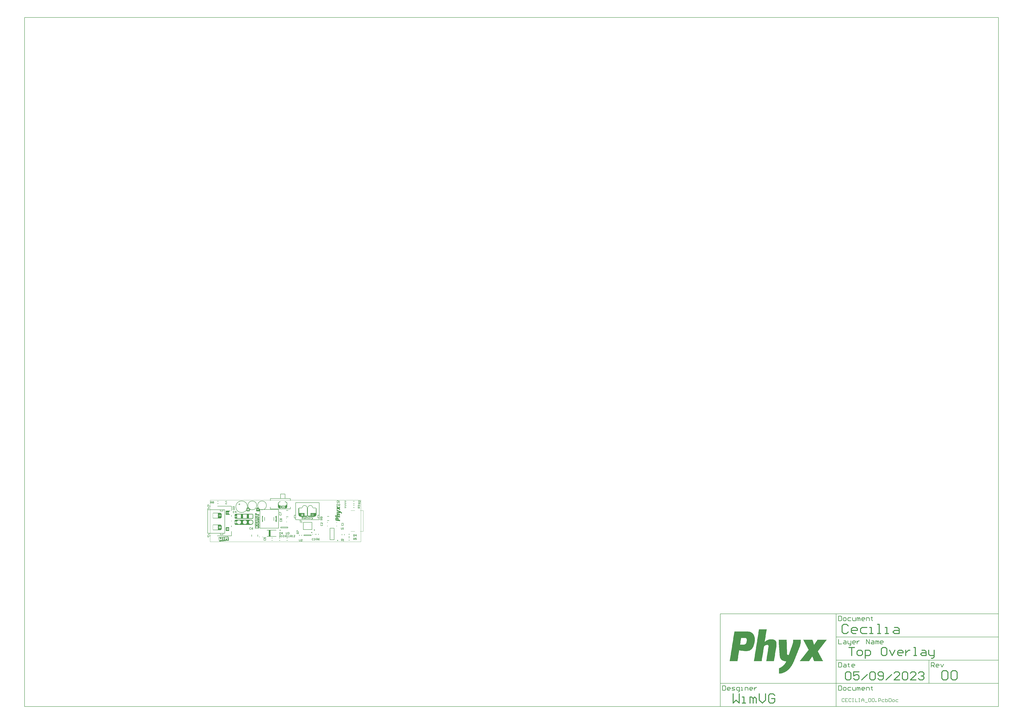
<source format=gto>
G04*
G04 #@! TF.GenerationSoftware,Altium Limited,Altium Designer,23.8.1 (32)*
G04*
G04 Layer_Color=65535*
%FSLAX25Y25*%
%MOIN*%
G70*
G04*
G04 #@! TF.SameCoordinates,025227D9-4B7A-4FEB-AE1B-E4A00E2DEE92*
G04*
G04*
G04 #@! TF.FilePolarity,Positive*
G04*
G01*
G75*
%ADD10C,0.00787*%
%ADD11C,0.00591*%
%ADD12C,0.00394*%
%ADD13C,0.00984*%
%ADD14C,0.01575*%
%ADD15R,0.03937X0.01575*%
%ADD16R,0.01575X0.01575*%
%ADD17R,0.01575X0.01575*%
%ADD18R,0.00394X0.00787*%
%ADD19R,0.03150X0.11024*%
G36*
X128314Y68353D02*
X129030Y68056D01*
X129675Y67625D01*
X130223Y67077D01*
X130654Y66432D01*
X130951Y65715D01*
X131102Y64955D01*
Y64567D01*
Y59646D01*
Y59355D01*
X130989Y58784D01*
X130766Y58247D01*
X130443Y57763D01*
X130032Y57352D01*
X129548Y57029D01*
X129011Y56806D01*
X128440Y56693D01*
X118016D01*
X117446Y56806D01*
X116908Y57029D01*
X116425Y57352D01*
X116014Y57763D01*
X115690Y58247D01*
X115468Y58784D01*
X115354Y59355D01*
Y59646D01*
Y64567D01*
Y64955D01*
X115506Y65715D01*
X115802Y66432D01*
X116233Y67077D01*
X116782Y67625D01*
X117427Y68056D01*
X118143Y68353D01*
X118904Y68504D01*
X119370D01*
X119514Y68444D01*
X119625Y68333D01*
X119685Y68189D01*
Y68110D01*
Y68032D01*
X119625Y67887D01*
X119514Y67777D01*
X119370Y67716D01*
X119291D01*
X118990Y67702D01*
X118400Y67584D01*
X117844Y67354D01*
X117343Y67019D01*
X116918Y66594D01*
X116583Y66093D01*
X116353Y65537D01*
X116235Y64947D01*
X116220Y64646D01*
Y64488D01*
X116235Y64187D01*
X116353Y63597D01*
X116583Y63041D01*
X116918Y62540D01*
X117343Y62114D01*
X117844Y61780D01*
X118400Y61550D01*
X118990Y61432D01*
X119291Y61417D01*
X127165D01*
X127466Y61432D01*
X128057Y61550D01*
X128613Y61780D01*
X129113Y62114D01*
X129539Y62540D01*
X129874Y63041D01*
X130104Y63597D01*
X130221Y64187D01*
X130236Y64488D01*
Y64646D01*
X130221Y64947D01*
X130104Y65537D01*
X129874Y66093D01*
X129539Y66594D01*
X129113Y67019D01*
X128613Y67354D01*
X128057Y67584D01*
X127466Y67702D01*
X127165Y67716D01*
X127087D01*
X126942Y67777D01*
X126832Y67887D01*
X126772Y68032D01*
Y68110D01*
Y68189D01*
X126832Y68333D01*
X126942Y68444D01*
X127087Y68504D01*
X127553D01*
X128314Y68353D01*
D02*
G37*
G36*
X215043Y60576D02*
X215088Y60576D01*
X215088Y60532D01*
X215132Y60532D01*
X215177Y60532D01*
X215177Y60488D01*
X215221Y60488D01*
X215221Y60443D01*
X215266D01*
X215266Y60399D01*
X215310Y60399D01*
X215354Y60399D01*
Y60354D01*
X215399Y60354D01*
X215399Y60310D01*
X215443Y60310D01*
X215443Y60265D01*
X215488D01*
Y60221D01*
X215532Y60221D01*
X215577D01*
X215577Y60177D01*
X215621D01*
X215621Y60132D01*
X215666Y60132D01*
Y60088D01*
X215710D01*
X215754Y60088D01*
X215754Y60043D01*
X215799Y60043D01*
X215799Y59999D01*
X215843Y59999D01*
X215843Y59955D01*
X215888Y59955D01*
Y59910D01*
X215932Y59910D01*
X215977D01*
X215977Y59866D01*
X216021Y59866D01*
X216021Y59821D01*
X216065D01*
Y59777D01*
X216110D01*
X216154Y59777D01*
X216154Y59732D01*
X216199Y59732D01*
X216199Y59688D01*
X216243D01*
X216243Y59644D01*
X216287D01*
X216332Y59644D01*
X216332Y59599D01*
X216376Y59599D01*
Y59555D01*
X216421Y59555D01*
X216421Y59510D01*
X216465Y59510D01*
X216465Y59466D01*
X216510D01*
X216554Y59466D01*
X216554Y59421D01*
X216599Y59421D01*
X216599Y59377D01*
X216643Y59377D01*
Y59333D01*
X216732D01*
X216732Y59288D01*
X216776Y59288D01*
Y59244D01*
X216821Y59244D01*
X216821Y59199D01*
X216865Y59199D01*
X216910D01*
Y59155D01*
X216954D01*
Y59110D01*
X216998D01*
Y59066D01*
X217043Y59066D01*
Y59022D01*
X217087Y59022D01*
X217132Y59022D01*
X217132Y58977D01*
X217176Y58977D01*
X217176Y58933D01*
X217220Y58933D01*
X217220Y58888D01*
X217265Y58888D01*
X217309Y58888D01*
X217309Y58844D01*
X217354Y58844D01*
X217354Y58799D01*
X217398Y58799D01*
Y58755D01*
X217443Y58755D01*
X217487D01*
X217487Y58710D01*
X217531Y58710D01*
X217531Y58666D01*
X217576Y58666D01*
X217576Y58622D01*
X217620Y58622D01*
X217620Y58577D01*
X217665Y58577D01*
X217709Y58577D01*
Y58533D01*
X217754D01*
X217754Y58488D01*
X217798Y58488D01*
Y58444D01*
X217843Y58444D01*
X217887Y58444D01*
X217887Y58399D01*
X217931D01*
X217931Y58355D01*
X217976D01*
Y58311D01*
X218020D01*
X218020Y58266D01*
X218109D01*
X218109Y58311D01*
X218154Y58311D01*
X218198Y58311D01*
Y58355D01*
X218242Y58355D01*
X218287D01*
Y58399D01*
X218331Y58399D01*
X218331Y58444D01*
X218376D01*
X218420Y58444D01*
X218420Y58488D01*
X218509D01*
X218509Y58533D01*
X218553D01*
X218598Y58533D01*
X218598Y58577D01*
X218642Y58577D01*
X218687D01*
X218687Y58622D01*
X218731Y58622D01*
X218776Y58622D01*
X218776Y58666D01*
X218820D01*
X218864Y58666D01*
Y58710D01*
X218909Y58710D01*
X218953Y58710D01*
X218953Y58755D01*
X218998Y58755D01*
X219042D01*
X219042Y58799D01*
X219087D01*
Y58844D01*
X219131Y58844D01*
X219175Y58844D01*
Y58888D01*
X219220Y58888D01*
X219264Y58888D01*
Y58933D01*
X219309Y58933D01*
X219353Y58933D01*
Y58977D01*
X219442D01*
X219442Y59022D01*
X219486D01*
X219531Y59022D01*
X219531Y59066D01*
X219575Y59066D01*
X219620Y59066D01*
X219620Y59110D01*
X219664Y59110D01*
X219709D01*
X219709Y59155D01*
X219753Y59155D01*
Y59199D01*
X219842D01*
Y59244D01*
X219886Y59244D01*
X219931D01*
X219931Y59288D01*
X219975Y59288D01*
X220020D01*
Y59333D01*
X220064Y59333D01*
X220108Y59333D01*
Y59377D01*
X220153Y59377D01*
X220197D01*
Y59421D01*
X220242Y59421D01*
X220286D01*
X220286Y59466D01*
X220331Y59466D01*
X220375Y59466D01*
Y59510D01*
X220420D01*
X220420Y59555D01*
X220464Y59555D01*
X220508D01*
Y59599D01*
X220553D01*
X220597Y59599D01*
X220597Y59644D01*
X220642Y59644D01*
Y57289D01*
X220597D01*
X220597Y57244D01*
X220464D01*
Y57200D01*
X220420Y57200D01*
X220375Y57200D01*
X220331D01*
X220331Y57155D01*
X220242D01*
Y57111D01*
X220197Y57111D01*
X220108D01*
X220108Y57067D01*
X220064D01*
X220020Y57067D01*
X219975Y57067D01*
X219975Y57022D01*
X219931Y57022D01*
X219886D01*
X219886Y56978D01*
X219797D01*
X219753Y56978D01*
Y56933D01*
X219709D01*
X219664Y56933D01*
X219620D01*
X219620Y56889D01*
X219575Y56889D01*
X219531Y56889D01*
X219486Y56889D01*
X219486Y56845D01*
X219442Y56844D01*
X219442Y56756D01*
X219531D01*
Y56711D01*
X219575D01*
X219575Y56667D01*
X219620Y56667D01*
X219664Y56667D01*
X219664Y56622D01*
X219709D01*
X219709Y56578D01*
X219753Y56578D01*
X219797D01*
Y56533D01*
X219842Y56533D01*
X219842Y56489D01*
X219886Y56489D01*
X219931D01*
Y56445D01*
X219975D01*
X219975Y56400D01*
X220020D01*
X220020Y56356D01*
X220064Y56356D01*
X220108Y56356D01*
Y56311D01*
X220153Y56311D01*
Y56267D01*
X220197Y56267D01*
X220242D01*
Y56222D01*
X220286D01*
X220286Y56178D01*
X220331Y56178D01*
X220375Y56178D01*
X220375Y56134D01*
X220419Y56134D01*
Y56089D01*
X220464Y56089D01*
X220508Y56089D01*
Y56045D01*
X220553Y56045D01*
X220553Y56000D01*
X220597Y56000D01*
X220642Y56000D01*
X220642Y53512D01*
X220597D01*
X220597Y53557D01*
X220553Y53557D01*
Y53601D01*
X220508D01*
Y53645D01*
X220464Y53645D01*
X220464Y53690D01*
X220420Y53690D01*
X220375Y53690D01*
X220375Y53734D01*
X220331D01*
Y53779D01*
X220286Y53779D01*
X220286Y53823D01*
X220242Y53823D01*
Y53868D01*
X220197Y53868D01*
X220153Y53868D01*
X220153Y53912D01*
X220108D01*
X220108Y53957D01*
X220064Y53957D01*
X220064Y54001D01*
X220020D01*
X219975Y54001D01*
X219975Y54045D01*
X219931D01*
X219931Y54090D01*
X219886D01*
X219886Y54134D01*
X219842D01*
X219842Y54179D01*
X219797Y54179D01*
X219753D01*
X219753Y54223D01*
X219709D01*
Y54268D01*
X219664D01*
Y54312D01*
X219620Y54312D01*
X219620Y54356D01*
X219575Y54356D01*
X219531Y54356D01*
Y54401D01*
X219486Y54401D01*
Y54445D01*
X219442Y54445D01*
Y54490D01*
X219398Y54490D01*
X219353Y54490D01*
X219353Y54534D01*
X219309D01*
Y54579D01*
X219264Y54579D01*
X219264Y54623D01*
X219220Y54623D01*
X219220Y54667D01*
X219175Y54667D01*
X219131Y54667D01*
X219131Y54712D01*
X219087Y54712D01*
Y54756D01*
X219042Y54756D01*
X219042Y54801D01*
X218998Y54801D01*
X218953D01*
X218953Y54845D01*
X218909Y54845D01*
X218909Y54890D01*
X218864Y54890D01*
X218864Y54934D01*
X218820Y54934D01*
Y54978D01*
X218776Y54978D01*
X218731Y54978D01*
X218731Y55023D01*
X218687D01*
X218687Y55067D01*
X218642D01*
X218642Y55112D01*
X218553D01*
Y55156D01*
X218509Y55156D01*
X218509Y55200D01*
X218465D01*
X218464Y55245D01*
X218420D01*
Y55289D01*
X218331D01*
X218331Y55334D01*
X218287D01*
Y55378D01*
X218242D01*
Y55423D01*
X218198D01*
X218198Y55467D01*
X218154D01*
X218109Y55467D01*
X218109Y55511D01*
X218065Y55512D01*
X218065Y55556D01*
X218020Y55556D01*
Y55600D01*
X217976Y55600D01*
X217931Y55600D01*
X217931Y55645D01*
X217887Y55645D01*
Y55689D01*
X217843D01*
X217843Y55734D01*
X217798D01*
Y55778D01*
X217754Y55778D01*
X217709Y55778D01*
X217709Y55823D01*
X217576D01*
Y55778D01*
X217531Y55778D01*
X217531Y55734D01*
X217487D01*
X217443Y55734D01*
X217443Y55689D01*
X217398D01*
X217354Y55689D01*
Y55645D01*
X217309D01*
X217265Y55645D01*
Y55600D01*
X217220Y55600D01*
X217176Y55600D01*
X217176Y55556D01*
X217132Y55556D01*
X217087D01*
Y55512D01*
X217043Y55511D01*
X216998Y55512D01*
X216998Y55467D01*
X216954Y55467D01*
X216954Y55423D01*
X216865D01*
X216865Y55378D01*
X216821Y55378D01*
X216776Y55378D01*
X216776Y55334D01*
X216732Y55334D01*
X216687D01*
X216687Y55289D01*
X216643Y55289D01*
X216599D01*
Y55245D01*
X216554Y55245D01*
X216510Y55245D01*
Y55200D01*
X216465Y55200D01*
X216421Y55200D01*
X216421Y55156D01*
X216376Y55156D01*
Y55112D01*
X216287D01*
X216287Y55067D01*
X216243Y55067D01*
X216199Y55067D01*
X216199Y55023D01*
X216154Y55023D01*
X216110D01*
X216110Y54978D01*
X216065Y54978D01*
X216021Y54978D01*
Y54934D01*
X215932D01*
X215932Y54890D01*
X215888Y54890D01*
X215843Y54890D01*
Y54845D01*
X215799Y54845D01*
X215754D01*
Y54801D01*
X215710Y54801D01*
Y54756D01*
X215621D01*
X215621Y54712D01*
X215577Y54712D01*
X215532Y54712D01*
Y54667D01*
X215488Y54667D01*
X215443Y54667D01*
X215443Y54623D01*
X215399Y54623D01*
X215354Y54623D01*
X215354Y54579D01*
X215310Y54579D01*
X215266D01*
X215266Y54534D01*
X215221Y54534D01*
X215177Y54534D01*
X215177Y54490D01*
X215132Y54490D01*
X215132Y54445D01*
X215088Y54445D01*
X215043Y54445D01*
X215043Y54401D01*
X214999Y54401D01*
X214999Y56844D01*
X215043Y56844D01*
X215043Y56889D01*
X215132D01*
X215177Y56889D01*
X215177Y56933D01*
X215221Y56933D01*
X215266Y56933D01*
X215310Y56933D01*
Y56978D01*
X215354Y56978D01*
X215399Y56978D01*
X215443Y56978D01*
Y57022D01*
X215488D01*
X215532Y57022D01*
X215577D01*
X215577Y57067D01*
X215621Y57067D01*
X215666Y57067D01*
X215710D01*
Y57111D01*
X215754Y57111D01*
X215799Y57111D01*
X215843Y57111D01*
X215843Y57155D01*
X215888Y57156D01*
X215932Y57155D01*
X215977Y57155D01*
X215977Y57200D01*
X216065D01*
X216110Y57200D01*
X216110Y57244D01*
X216199D01*
X216243Y57244D01*
X216287Y57244D01*
Y57333D01*
X216243Y57333D01*
X216243Y57378D01*
X216199Y57378D01*
Y57422D01*
X216154Y57422D01*
X216110D01*
X216110Y57467D01*
X216065Y57466D01*
X216065Y57511D01*
X216021Y57511D01*
X215977Y57511D01*
X215977Y57555D01*
X215932D01*
Y57600D01*
X215888Y57600D01*
X215843Y57600D01*
X215843Y57644D01*
X215799Y57644D01*
Y57689D01*
X215754D01*
X215710Y57689D01*
Y57733D01*
X215666Y57733D01*
X215666Y57777D01*
X215621D01*
X215577Y57777D01*
X215577Y57822D01*
X215532D01*
X215532Y57866D01*
X215488Y57866D01*
X215443D01*
Y57911D01*
X215399Y57911D01*
X215399Y57955D01*
X215354Y57955D01*
X215310Y57955D01*
Y58000D01*
X215266D01*
Y58044D01*
X215221Y58044D01*
X215177D01*
X215177Y58088D01*
X215132Y58088D01*
X215132Y58133D01*
X215088D01*
X215043Y58133D01*
X215043Y58177D01*
X214999Y58177D01*
X214999Y60621D01*
X215043Y60621D01*
X215043Y60576D01*
D02*
G37*
G36*
X66535Y56693D02*
X69291Y54724D01*
D01*
X69291Y54724D01*
X69291Y54724D01*
X68907Y54687D01*
X68198Y54393D01*
X67655Y53850D01*
X67361Y53140D01*
X67323Y52756D01*
Y52599D01*
X67203Y52310D01*
X66981Y52088D01*
X66692Y51968D01*
X62598D01*
Y51968D01*
X62442D01*
X62152Y52088D01*
X61931Y52310D01*
X61811Y52599D01*
Y52599D01*
Y52756D01*
Y56693D01*
Y56849D01*
X61931Y57139D01*
X62152Y57360D01*
X62442Y57480D01*
X62598D01*
X62982Y57518D01*
X63692Y57812D01*
X64235Y58355D01*
X64529Y59065D01*
X64567Y59449D01*
Y59449D01*
X66535Y56693D01*
D02*
G37*
G36*
X215932Y53779D02*
Y53734D01*
X215977Y53734D01*
X216021Y53734D01*
X216065D01*
X216110Y53734D01*
X216154Y53734D01*
X216154Y53690D01*
X216199Y53690D01*
X216287D01*
X216332Y53690D01*
X216332Y53645D01*
X216376D01*
X216421Y53645D01*
X216465Y53645D01*
X216510D01*
X216510Y53601D01*
X216554Y53601D01*
X216599Y53601D01*
X216643D01*
X216643Y53557D01*
X216687Y53557D01*
X216732Y53557D01*
X216776D01*
X216776Y53512D01*
X216821Y53512D01*
X216865Y53512D01*
X216910Y53512D01*
Y53468D01*
X216954Y53468D01*
X216998Y53468D01*
X217043Y53468D01*
Y53423D01*
X217087Y53423D01*
X217132Y53423D01*
X217132Y53379D01*
X217176D01*
X217220Y53379D01*
X217220Y53334D01*
X217265Y53334D01*
X217309Y53334D01*
X217354D01*
X217354Y53290D01*
X217398Y53290D01*
X217443Y53290D01*
X217443Y53246D01*
X217487Y53246D01*
X217576D01*
Y53201D01*
X217665D01*
X217665Y53157D01*
X217709D01*
X217754Y53157D01*
X217798Y53157D01*
Y53112D01*
X217843Y53112D01*
X217887Y53112D01*
Y53068D01*
X218020D01*
X218020Y53023D01*
X218065Y53023D01*
X218109Y53023D01*
Y52979D01*
X218154Y52979D01*
X218198D01*
X218242Y52979D01*
X218242Y52935D01*
X218287Y52935D01*
X218331Y52935D01*
Y52890D01*
X218376Y52890D01*
X218420Y52890D01*
X218465D01*
X218464Y52846D01*
X218509Y52846D01*
X218553Y52846D01*
Y52801D01*
X218598D01*
X218642Y52801D01*
X218687Y52801D01*
Y52757D01*
X218731Y52757D01*
X218776Y52757D01*
X218776Y52713D01*
X218820Y52713D01*
X218864Y52713D01*
X218909Y52713D01*
Y52668D01*
X218953Y52668D01*
X218998Y52668D01*
Y52624D01*
X219042Y52624D01*
X219087Y52624D01*
X219131Y52624D01*
X219131Y52579D01*
X219175Y52579D01*
X219220D01*
X219220Y52535D01*
X219264D01*
X219309Y52535D01*
X219353Y52535D01*
X219353Y52490D01*
X219398Y52490D01*
X219442D01*
X219442Y52446D01*
X219486Y52446D01*
X219531Y52446D01*
X219575Y52446D01*
X219575Y52402D01*
X219620Y52402D01*
X219664Y52402D01*
X219664Y52357D01*
X219709Y52357D01*
X219753Y52357D01*
X219797Y52357D01*
X219797Y52313D01*
X219842D01*
X219886Y52313D01*
X219886Y52268D01*
X219931Y52268D01*
X220020D01*
X220020Y52224D01*
X220064Y52224D01*
X220108Y52224D01*
X220108Y52179D01*
X220153Y52179D01*
X220197Y52179D01*
X220242Y52179D01*
X220242Y52135D01*
X220331D01*
X220331Y52091D01*
X220375D01*
X220420Y52091D01*
X220464Y52091D01*
X220464Y52046D01*
X220508Y52046D01*
X220553Y52046D01*
X220553Y52002D01*
X220597Y52002D01*
X220686D01*
X220686Y51957D01*
X220730Y51957D01*
X220775Y51957D01*
X220775Y51913D01*
X220819Y51913D01*
X220864Y51913D01*
X220864Y51868D01*
X220908Y51868D01*
X220953Y51868D01*
Y51824D01*
X220997Y51824D01*
X221041Y51824D01*
X221086D01*
X221086Y51780D01*
X221130Y51780D01*
X221130Y51735D01*
X221175D01*
X221219Y51735D01*
X221264Y51735D01*
X221264Y51691D01*
X221308Y51691D01*
X221308Y51646D01*
X221353Y51646D01*
X221397Y51646D01*
X221397Y51602D01*
X221441Y51602D01*
X221486Y51602D01*
X221486Y51557D01*
X221530D01*
X221575Y51557D01*
X221575Y51513D01*
X221619Y51513D01*
X221663D01*
Y51468D01*
X221708D01*
Y51424D01*
X221752Y51424D01*
X221797Y51424D01*
X221797Y51380D01*
X221841Y51380D01*
X221886Y51380D01*
Y51335D01*
X221930D01*
X221930Y51291D01*
X221974Y51291D01*
X221974Y51246D01*
X222019D01*
X222063Y51246D01*
Y51202D01*
X222108D01*
Y51157D01*
X222152Y51157D01*
X222197Y51157D01*
X222197Y51113D01*
X222241Y51113D01*
X222241Y51069D01*
X222286Y51069D01*
Y51024D01*
X222330Y51024D01*
X222374Y51024D01*
X222374Y50980D01*
X222419D01*
X222419Y50935D01*
X222463Y50935D01*
X222463Y50891D01*
X222508Y50891D01*
X222508Y50846D01*
X222552Y50846D01*
X222552Y50802D01*
X222597Y50802D01*
X222641Y50802D01*
Y50758D01*
X222685Y50758D01*
X222685Y50713D01*
X222730Y50713D01*
Y50669D01*
X222774D01*
X222774Y50624D01*
X222819D01*
Y50580D01*
X222863D01*
Y50536D01*
X222907D01*
Y50491D01*
X222952Y50491D01*
Y50402D01*
X222996D01*
X222996Y50358D01*
X223041Y50358D01*
Y50313D01*
X223085Y50313D01*
Y50269D01*
X223130Y50269D01*
X223130Y50225D01*
X223174Y50225D01*
X223174Y50136D01*
X223218Y50136D01*
Y50091D01*
X223263Y50091D01*
X223263Y50002D01*
X223307Y50002D01*
X223307Y49958D01*
X223352Y49958D01*
X223352Y49869D01*
X223396Y49869D01*
X223396Y49825D01*
X223441Y49825D01*
X223441Y49736D01*
X223485D01*
X223485Y49647D01*
X223530D01*
X223530Y49558D01*
X223574Y49558D01*
Y49469D01*
X223618D01*
X223618Y49380D01*
X223663Y49380D01*
X223663Y49247D01*
X223707D01*
X223707Y49158D01*
X223752D01*
Y49025D01*
X223796Y49025D01*
Y48847D01*
X223840Y48847D01*
X223840Y48669D01*
X223885Y48669D01*
X223885Y48403D01*
X223929Y48403D01*
X223929Y48092D01*
X223974D01*
X223974Y48047D01*
X223929Y48047D01*
X223885Y48047D01*
X223796D01*
X223752Y48047D01*
X223707Y48047D01*
X223663D01*
X223618Y48047D01*
X223574Y48047D01*
X223530Y48047D01*
X223441D01*
X223396Y48047D01*
X223352Y48047D01*
X223307Y48047D01*
X223263Y48047D01*
X223218Y48047D01*
X223174Y48047D01*
X223130Y48047D01*
X223085D01*
X223041Y48047D01*
X222996Y48047D01*
X222863D01*
X222819Y48047D01*
X222774Y48047D01*
X222730Y48047D01*
X222685Y48047D01*
X222641D01*
X222597Y48047D01*
X222508D01*
X222508Y48136D01*
X222463Y48136D01*
X222463Y48225D01*
X222419Y48225D01*
X222419Y48314D01*
X222374D01*
X222374Y48403D01*
X222330Y48403D01*
X222330Y48492D01*
X222286D01*
Y48581D01*
X222241Y48581D01*
Y48625D01*
X222197Y48625D01*
X222197Y48714D01*
X222152Y48714D01*
Y48758D01*
X222108Y48758D01*
Y48847D01*
X222063Y48847D01*
Y48892D01*
X222019Y48892D01*
X222019Y48936D01*
X221974Y48936D01*
X221974Y49025D01*
X221930Y49025D01*
X221930Y49069D01*
X221886Y49069D01*
Y49114D01*
X221841Y49114D01*
X221841Y49158D01*
X221797Y49158D01*
Y49203D01*
X221752Y49203D01*
X221752Y49247D01*
X221708D01*
X221708Y49291D01*
X221663D01*
X221663Y49336D01*
X221619Y49336D01*
X221619Y49380D01*
X221575Y49380D01*
Y49425D01*
X221530D01*
X221530Y49469D01*
X221486D01*
X221486Y49514D01*
X221441D01*
X221397Y49514D01*
X221397Y49558D01*
X221353Y49558D01*
Y49602D01*
X221308Y49602D01*
X221308Y49647D01*
X221219D01*
Y49691D01*
X221175Y49691D01*
Y49736D01*
X221130Y49736D01*
X221086Y49736D01*
Y49780D01*
X221041Y49780D01*
X220997Y49780D01*
Y49825D01*
X220953Y49825D01*
Y49869D01*
X220908D01*
X220864Y49869D01*
X220864Y49913D01*
X220819D01*
X220775Y49913D01*
Y49958D01*
X220730D01*
X220686Y49958D01*
X220686Y49691D01*
X220642Y49691D01*
X220642Y49380D01*
X220597D01*
Y49203D01*
X220553D01*
X220553Y49114D01*
X220508Y49114D01*
X220508Y48980D01*
X220464Y48980D01*
Y48892D01*
X220420Y48892D01*
X220419Y48847D01*
X220375D01*
X220375Y48758D01*
X220331Y48758D01*
X220331Y48714D01*
X220286Y48714D01*
X220286Y48669D01*
X220242Y48669D01*
X220242Y48625D01*
X220197Y48625D01*
Y48581D01*
X220153D01*
X220153Y48536D01*
X220108Y48536D01*
X220064Y48536D01*
X220064Y48492D01*
X220020Y48492D01*
X220020Y48447D01*
X219975Y48447D01*
X219931Y48447D01*
Y48403D01*
X219886D01*
X219842Y48403D01*
X219842Y48358D01*
X219797Y48358D01*
X219753Y48358D01*
X219753Y48314D01*
X219664D01*
X219620Y48314D01*
X219620Y48270D01*
X219531D01*
X219486Y48270D01*
X219442Y48270D01*
X219442Y48225D01*
X219398Y48225D01*
X219353Y48225D01*
X219309Y48225D01*
X219131D01*
Y48181D01*
X219087Y48181D01*
X219042D01*
X218998Y48181D01*
X218953Y48181D01*
X218909Y48181D01*
X218864Y48181D01*
X218820Y48181D01*
X218731D01*
X218687Y48181D01*
X218642D01*
X218598Y48181D01*
X218553Y48181D01*
X218509D01*
X218464Y48181D01*
X218465Y48136D01*
X218420Y48136D01*
X218376Y48136D01*
X218331D01*
X218287Y48136D01*
X218242Y48136D01*
X218198Y48136D01*
X218154D01*
X218109Y48136D01*
X218065Y48136D01*
X217976D01*
X217931Y48136D01*
X217887Y48136D01*
X217843Y48136D01*
X217798Y48136D01*
Y48092D01*
X217754Y48092D01*
X217709D01*
X217665Y48092D01*
X217620Y48092D01*
X217576Y48092D01*
X217531Y48092D01*
X217487D01*
X217443Y48092D01*
X217398Y48092D01*
X217354Y48092D01*
X217309Y48092D01*
X217265D01*
X217220Y48092D01*
X217176Y48092D01*
X217132Y48092D01*
X217087Y48092D01*
Y48047D01*
X217043D01*
X216998Y48047D01*
X216910D01*
X216865Y48047D01*
X216821Y48047D01*
X216776Y48047D01*
X216732Y48047D01*
X216599D01*
X216554Y48047D01*
X216510Y48047D01*
X216465Y48047D01*
X216421Y48047D01*
X216376D01*
X216376Y48003D01*
X216332Y48003D01*
X216287Y48003D01*
X216243Y48003D01*
X216199Y48003D01*
X216154Y48003D01*
X216110Y48003D01*
X216065Y48003D01*
X216021Y48003D01*
X215977Y48003D01*
X215888D01*
X215843Y48003D01*
X215799Y48003D01*
X215754D01*
X215754Y47959D01*
X215710Y47959D01*
X215666Y47958D01*
X215621Y47958D01*
X215577Y47959D01*
X215532Y47959D01*
X215443D01*
X215399Y47958D01*
X215354Y47959D01*
X215310D01*
X215266Y47959D01*
X215221Y47959D01*
X215177D01*
X215132Y47959D01*
X215088Y47958D01*
X215043D01*
Y47914D01*
X214999Y47914D01*
X214999Y50047D01*
X215043Y50047D01*
X215177D01*
X215221Y50047D01*
X215266Y50047D01*
X215310Y50047D01*
X215354D01*
X215399Y50047D01*
X215443D01*
X215488Y50047D01*
X215532Y50047D01*
X215577D01*
X215621Y50047D01*
X215621Y50091D01*
X215666Y50091D01*
X215710D01*
X215754Y50091D01*
X215799Y50091D01*
X215843Y50091D01*
X215888D01*
X215932Y50091D01*
X215977D01*
X216021Y50091D01*
X216065Y50091D01*
X216110Y50091D01*
X216154Y50091D01*
X216199Y50091D01*
X216243Y50091D01*
X216287Y50091D01*
X216332Y50091D01*
X216376Y50091D01*
X216421Y50091D01*
X216465Y50091D01*
X216510Y50091D01*
X216599D01*
X216643Y50091D01*
X216687Y50091D01*
X216732Y50091D01*
X216776Y50091D01*
X216865D01*
X216910Y50091D01*
X216954Y50091D01*
X216998Y50091D01*
X217043Y50091D01*
X217309D01*
X217354Y50091D01*
X217398Y50091D01*
X217443Y50091D01*
X217443Y50136D01*
X217487D01*
Y50091D01*
X217531D01*
X217576Y50091D01*
Y50136D01*
X217665D01*
X217709Y50136D01*
X217754Y50136D01*
X217798Y50136D01*
X217843D01*
X217887Y50136D01*
X217931Y50136D01*
X217976Y50136D01*
X218020Y50136D01*
X218065Y50136D01*
X218109Y50136D01*
X218242D01*
X218287Y50136D01*
X218331Y50136D01*
X218376Y50136D01*
X218420Y50136D01*
X218464Y50136D01*
X218509D01*
X218553Y50136D01*
X218598Y50136D01*
X218642Y50136D01*
X218687Y50136D01*
X218731D01*
Y50180D01*
X218864D01*
Y50225D01*
X218909Y50225D01*
X218909Y50269D01*
X218953Y50269D01*
X218953Y50313D01*
X218998D01*
X218998Y50447D01*
X219042D01*
Y50580D01*
X218998D01*
Y50624D01*
X218953D01*
X218909Y50624D01*
X218864Y50624D01*
X218864Y50669D01*
X218820Y50669D01*
X218776Y50669D01*
Y50713D01*
X218731Y50713D01*
X218687Y50713D01*
X218642Y50713D01*
X218642Y50758D01*
X218598Y50758D01*
X218553Y50758D01*
X218509D01*
Y50802D01*
X218465Y50802D01*
X218376D01*
X218376Y50846D01*
X218331Y50846D01*
X218287Y50846D01*
X218242Y50846D01*
Y50891D01*
X218198D01*
X218154Y50891D01*
Y50935D01*
X218109Y50935D01*
X218020D01*
Y50980D01*
X217931D01*
X217887Y50980D01*
X217887Y51024D01*
X217843D01*
X217798Y51024D01*
X217754D01*
X217754Y51069D01*
X217709Y51069D01*
X217665Y51069D01*
X217665Y51113D01*
X217620Y51113D01*
X217576D01*
X217531Y51113D01*
X217531Y51157D01*
X217487D01*
X217443Y51157D01*
X217398D01*
X217398Y51202D01*
X217309D01*
X217265Y51202D01*
Y51246D01*
X217176D01*
X217176Y51291D01*
X217043D01*
X217043Y51335D01*
X216998Y51335D01*
X216954Y51335D01*
X216910Y51335D01*
X216910Y51380D01*
X216865Y51380D01*
X216821Y51380D01*
X216776D01*
X216776Y51424D01*
X216732Y51424D01*
X216687Y51424D01*
X216687Y51468D01*
X216643Y51468D01*
X216599Y51468D01*
X216554Y51468D01*
X216554Y51513D01*
X216510Y51513D01*
X216465D01*
X216421Y51513D01*
X216421Y51557D01*
X216287D01*
Y51602D01*
X216243Y51602D01*
X216199Y51602D01*
X216154Y51602D01*
X216110D01*
Y51646D01*
X216065D01*
X216021Y51646D01*
X215977D01*
X215932Y51646D01*
X215932Y51691D01*
X215710D01*
Y51735D01*
X215666Y51735D01*
X215488D01*
X215443Y51735D01*
X215443Y51780D01*
X215399Y51780D01*
X215354Y51780D01*
X215266D01*
X215221Y51780D01*
X215177Y51780D01*
X215132Y51780D01*
X215088Y51780D01*
X215043Y51780D01*
X214999Y51780D01*
X214999Y53779D01*
X215088D01*
X215132Y53779D01*
X215177Y53779D01*
X215221D01*
X215266Y53779D01*
X215310Y53779D01*
X215354D01*
X215399Y53779D01*
X215443Y53779D01*
X215488Y53779D01*
X215577D01*
X215621Y53779D01*
X215799D01*
X215843Y53779D01*
X215888Y53779D01*
X215932Y53779D01*
D02*
G37*
G36*
X83071Y56693D02*
X79134D01*
Y52756D01*
X83071D01*
Y56299D01*
X84646Y55118D01*
Y51968D01*
X78977D01*
X78688Y52088D01*
X78466Y52310D01*
X78347Y52599D01*
Y52756D01*
Y56693D01*
Y56849D01*
X78466Y57139D01*
X78688Y57360D01*
X78977Y57480D01*
X79134D01*
X79518Y57518D01*
X80228Y57812D01*
X80771Y58355D01*
X81064Y59065D01*
X81102Y59449D01*
Y59449D01*
X83071Y56693D01*
D02*
G37*
G36*
X216510Y47381D02*
X216599D01*
X216599Y47337D01*
X216643Y47337D01*
X216687D01*
X216732Y47337D01*
X216776Y47337D01*
X216821D01*
X216865Y47337D01*
X216910Y47337D01*
Y47292D01*
X216954Y47292D01*
X217043D01*
X217087Y47292D01*
X217132Y47292D01*
X217220D01*
Y47248D01*
X217265Y47248D01*
X217398D01*
X217443Y47248D01*
X217487D01*
X217487Y47203D01*
X217620D01*
X217665Y47203D01*
X217709Y47203D01*
X217754D01*
X217754Y47159D01*
X217798Y47159D01*
X217843Y47159D01*
X217887Y47159D01*
X218020D01*
X218020Y47114D01*
X218065Y47114D01*
X218109Y47114D01*
X218154Y47114D01*
X218198Y47114D01*
X218331D01*
X218331Y47070D01*
X218376D01*
X218420Y47070D01*
X218464Y47070D01*
X218509Y47070D01*
X218553Y47070D01*
X218598D01*
Y47026D01*
X218642D01*
X218687Y47026D01*
X218731Y47025D01*
X218776Y47026D01*
X218820D01*
X218864Y47025D01*
Y46981D01*
X218909Y46981D01*
X218953D01*
X218998Y46981D01*
X219042Y46981D01*
X219087Y46981D01*
X219131Y46981D01*
X219175D01*
Y46937D01*
X219353D01*
X219398Y46937D01*
X219442Y46937D01*
X219442Y46892D01*
X219486Y46892D01*
X219531Y46892D01*
X219575Y46892D01*
X219620Y46892D01*
X219664Y46892D01*
X219709D01*
X219709Y46848D01*
X219753Y46848D01*
X219797Y46848D01*
X219842Y46848D01*
X219886Y46848D01*
X219931D01*
X219975Y46848D01*
X219975Y46803D01*
X220020D01*
X220064Y46803D01*
X220108Y46803D01*
X220153Y46803D01*
X220197D01*
X220242Y46803D01*
X220286Y46803D01*
X220286Y46759D01*
X220331Y46759D01*
X220375Y46759D01*
X220420D01*
X220464Y46759D01*
X220508Y46759D01*
X220553Y46759D01*
X220553Y46715D01*
X220597Y46714D01*
X220642Y46714D01*
Y44671D01*
X220597Y44671D01*
X220553Y44671D01*
X220553Y44715D01*
X220508Y44715D01*
X220464Y44715D01*
X220420Y44715D01*
X220375Y44715D01*
X220331Y44715D01*
X220286Y44715D01*
X220286Y44760D01*
X220242Y44760D01*
X220153D01*
X220108Y44760D01*
X220064Y44760D01*
X220020Y44760D01*
X219975Y44760D01*
Y44804D01*
X219931Y44804D01*
X219886Y44804D01*
X219842D01*
X219797Y44804D01*
X219753Y44804D01*
X219709Y44804D01*
X219709Y44848D01*
X219664Y44848D01*
X219575D01*
X219531Y44848D01*
X219486Y44848D01*
X219442Y44848D01*
X219442Y44893D01*
X219398Y44893D01*
X219353Y44893D01*
X219264D01*
X219220Y44893D01*
X219175Y44893D01*
X219131Y44893D01*
X219131Y44937D01*
X219087D01*
X219042Y44937D01*
X218998Y44937D01*
X218953D01*
X218909Y44937D01*
X218864Y44937D01*
Y44982D01*
X218820Y44982D01*
X218776Y44982D01*
X218731Y44982D01*
X218687Y44982D01*
X218642D01*
X218598Y44982D01*
X218553Y44982D01*
X218553Y45026D01*
X218420D01*
X218376Y45026D01*
X218331Y45026D01*
X218287D01*
Y45071D01*
X218242D01*
X218198Y45071D01*
X218154Y45071D01*
X218109D01*
X218065Y45071D01*
X218020Y45071D01*
Y45115D01*
X217976Y45115D01*
X217931D01*
X217887Y45115D01*
X217843Y45115D01*
X217798Y45115D01*
X217754Y45115D01*
Y45160D01*
X217709Y45160D01*
X217665Y45160D01*
X217620Y45160D01*
X217576Y45160D01*
X217443D01*
X217443Y45204D01*
X217398Y45204D01*
X217354Y45204D01*
X217309Y45204D01*
X217220D01*
X217176Y45204D01*
Y45248D01*
X217132Y45248D01*
X217087Y45248D01*
X217043Y45248D01*
X216998Y45248D01*
X216954Y45248D01*
X216865D01*
X216865Y45293D01*
X216821Y45293D01*
X216776Y45293D01*
X216732Y45293D01*
X216643D01*
X216599Y45293D01*
X216599Y45248D01*
X216510D01*
X216510Y45204D01*
X216465Y45204D01*
X216465Y45160D01*
X216421D01*
Y45071D01*
X216376D01*
Y44804D01*
X216421Y44804D01*
X216421Y44582D01*
X216465D01*
Y44449D01*
X216510Y44449D01*
X216510Y44360D01*
X216554Y44360D01*
X216554Y44315D01*
X216599D01*
Y44227D01*
X216643Y44227D01*
X216643Y44182D01*
X216687D01*
X216687Y44138D01*
X216732Y44138D01*
X216776Y44138D01*
Y44093D01*
X216821D01*
X216865Y44093D01*
X216910Y44093D01*
X216910Y44049D01*
X216954Y44049D01*
X216998Y44049D01*
X217043Y44049D01*
X217087Y44049D01*
X217132Y44049D01*
X217176D01*
Y44004D01*
X217220D01*
X217265Y44004D01*
X217309Y44004D01*
X217354D01*
X217398Y44004D01*
X217443Y44004D01*
X217487Y44004D01*
X217487Y43960D01*
X217531D01*
X217576Y43960D01*
X217620Y43960D01*
X217665Y43960D01*
X217709Y43960D01*
X217754Y43960D01*
X217754Y43916D01*
X217798Y43916D01*
X217843Y43916D01*
X217887D01*
X217931Y43916D01*
X217976Y43916D01*
X218020Y43916D01*
X218020Y43871D01*
X218065Y43871D01*
X218109Y43871D01*
X218154Y43871D01*
X218242D01*
X218287Y43871D01*
X218287Y43827D01*
X218331Y43827D01*
X218376Y43827D01*
X218420Y43827D01*
X218465D01*
X218509Y43827D01*
X218553Y43827D01*
X218598Y43827D01*
Y43782D01*
X218642D01*
X218687Y43782D01*
X218731Y43782D01*
X218776Y43782D01*
X218820Y43782D01*
X218864Y43782D01*
X218864Y43738D01*
X218909Y43738D01*
X218953Y43738D01*
X218998Y43738D01*
X219042D01*
X219087Y43738D01*
X219131Y43738D01*
Y43693D01*
X219175Y43693D01*
X219220D01*
X219264Y43693D01*
X219309Y43693D01*
X219353Y43693D01*
X219442D01*
X219442Y43649D01*
X219486D01*
X219531Y43649D01*
X219575Y43649D01*
X219620Y43649D01*
X219664Y43649D01*
X219709D01*
Y43604D01*
X219753D01*
X219797Y43604D01*
X219842Y43604D01*
X219886D01*
X219931Y43604D01*
X219975Y43604D01*
Y43560D01*
X220020Y43560D01*
X220064Y43560D01*
X220108Y43560D01*
X220153Y43560D01*
X220197Y43560D01*
X220242Y43560D01*
X220242Y43516D01*
X220375D01*
X220419Y43516D01*
X220464D01*
X220508Y43516D01*
X220553Y43516D01*
X220553Y43471D01*
X220642D01*
Y41427D01*
X220597Y41427D01*
X220553Y41427D01*
X220553Y41472D01*
X220508Y41472D01*
X220464Y41472D01*
X220419Y41472D01*
X220375Y41472D01*
X220242D01*
X220242Y41516D01*
X220197Y41516D01*
X220153Y41516D01*
X220108D01*
X220064Y41516D01*
X220020Y41516D01*
X219975Y41516D01*
X219975Y41561D01*
X219797D01*
X219753Y41561D01*
X219709Y41561D01*
X219709Y41605D01*
X219664D01*
X219620Y41605D01*
X219486D01*
X219442Y41605D01*
X219398Y41605D01*
X219398Y41650D01*
X219353Y41650D01*
X219309Y41650D01*
X219264Y41650D01*
X219131D01*
X219131Y41694D01*
X219087Y41694D01*
X219042Y41694D01*
X218998Y41694D01*
X218953Y41694D01*
X218909Y41694D01*
X218864D01*
X218864Y41739D01*
X218820Y41739D01*
X218776D01*
X218731Y41739D01*
X218687Y41739D01*
X218642Y41739D01*
X218598Y41739D01*
X218598Y41783D01*
X218509D01*
X218465Y41783D01*
X218420Y41783D01*
X218376D01*
X218331Y41783D01*
X218287Y41783D01*
X218287Y41827D01*
X218242Y41827D01*
X218065D01*
X218020Y41827D01*
X218020Y41872D01*
X217976Y41872D01*
X217931Y41872D01*
X217887Y41872D01*
X217843Y41872D01*
X217798D01*
X217754Y41872D01*
X217754Y41916D01*
X217709Y41916D01*
X217665Y41916D01*
X217620Y41916D01*
X217576Y41916D01*
X217531D01*
X217487Y41916D01*
X217443Y41916D01*
X217443Y41961D01*
X217398Y41961D01*
X217354D01*
X217309Y41961D01*
X217265Y41961D01*
X217220Y41961D01*
X217176Y41961D01*
Y42005D01*
X217132Y42005D01*
X217087Y42005D01*
X217043Y42005D01*
X216998Y42005D01*
X216954Y42005D01*
X216910Y42005D01*
X216910Y42050D01*
X216865Y42050D01*
X216821Y42049D01*
X216776Y42050D01*
X216687D01*
X216643Y42050D01*
Y42094D01*
X216599Y42094D01*
X216510D01*
X216465Y42094D01*
X216421D01*
X216376Y42094D01*
X216332D01*
Y42138D01*
X216287Y42138D01*
X216243Y42138D01*
X216199Y42138D01*
X216154Y42138D01*
X216110Y42138D01*
X216065Y42138D01*
X216065Y42183D01*
X216021Y42183D01*
X215977D01*
X215932Y42183D01*
X215888Y42183D01*
X215843Y42183D01*
X215799D01*
X215799Y42227D01*
X215754Y42227D01*
X215710Y42227D01*
X215666Y42227D01*
X215621Y42227D01*
X215577Y42227D01*
X215532Y42227D01*
X215532Y42272D01*
X215488Y42272D01*
X215443Y42272D01*
X215399Y42272D01*
X215310D01*
X215266Y42272D01*
X215221Y42272D01*
X215221Y42316D01*
X215043D01*
X214999Y42316D01*
X214955D01*
Y42360D01*
X214910D01*
X214866Y42360D01*
X214821Y42360D01*
X214777Y42360D01*
X214733Y42360D01*
X214688D01*
X214688Y42405D01*
X214644Y42405D01*
X214599Y42405D01*
X214555Y42405D01*
X214510Y42405D01*
X214377D01*
X214377Y42449D01*
X214333Y42449D01*
X214288Y42449D01*
X214199D01*
X214155Y42449D01*
X214110Y42449D01*
Y42494D01*
X214066Y42494D01*
X214022Y42494D01*
X213977Y42494D01*
X213933D01*
X213888Y42494D01*
X213844Y42494D01*
Y42538D01*
X213755D01*
X213711Y42538D01*
X213666Y42538D01*
X213577D01*
X213577Y42583D01*
X213444D01*
X213400Y42583D01*
X213355D01*
X213311Y42583D01*
X213266Y42583D01*
Y42627D01*
X213222Y42627D01*
X213177Y42627D01*
X213133D01*
X213089Y42627D01*
X213044Y42627D01*
X213000D01*
X213000Y42671D01*
X212911D01*
X212866Y42671D01*
X212822Y42671D01*
X212778Y42671D01*
X212733Y42671D01*
Y42716D01*
X212600D01*
X212555Y42716D01*
X212511D01*
X212467Y42716D01*
X212422Y42716D01*
Y42760D01*
X212378Y42760D01*
X212333Y42760D01*
X212289D01*
X212289Y44804D01*
X212333D01*
X212378Y44804D01*
X212378Y44760D01*
X212467D01*
X212511Y44760D01*
X212555Y44760D01*
X212600D01*
X212644Y44760D01*
Y44715D01*
X212689Y44715D01*
X212822D01*
X212866Y44715D01*
X212911Y44715D01*
X212911Y44671D01*
X212955Y44671D01*
X213000Y44671D01*
X213133D01*
X213177Y44671D01*
X213222Y44671D01*
Y44626D01*
X213266Y44626D01*
X213489D01*
Y44582D01*
X213622D01*
X213666Y44582D01*
X213711D01*
X213755Y44582D01*
Y44537D01*
X213888D01*
X213933Y44537D01*
X213977Y44537D01*
X214022Y44537D01*
X214066Y44537D01*
X214066Y44493D01*
X214110Y44493D01*
X214155Y44493D01*
X214199Y44493D01*
X214244Y44493D01*
X214333D01*
X214333Y44449D01*
X214377Y44449D01*
X214510D01*
X214555Y44449D01*
X214599Y44449D01*
X214599Y44404D01*
X214644Y44404D01*
X214688D01*
X214733Y44404D01*
X214777D01*
X214821Y44404D01*
X214866Y44404D01*
Y44360D01*
X214910Y44360D01*
X214955Y44360D01*
X214999Y44360D01*
X215043Y44360D01*
X215088Y44360D01*
X215177D01*
X215177Y44315D01*
X215221D01*
X215266Y44315D01*
X215310Y44315D01*
X215354Y44315D01*
X215399Y44315D01*
X215443D01*
Y44271D01*
X215532D01*
X215532Y44360D01*
X215488Y44360D01*
X215488Y44404D01*
X215443Y44404D01*
X215443Y44449D01*
X215399Y44449D01*
X215399Y44537D01*
X215354D01*
X215354Y44582D01*
X215310D01*
X215310Y44626D01*
X215266D01*
X215266Y44715D01*
X215221Y44715D01*
X215221Y44804D01*
X215177D01*
X215177Y44848D01*
X215132Y44848D01*
X215132Y44937D01*
X215088D01*
X215088Y45071D01*
X215043D01*
X215043Y45160D01*
X214999Y45160D01*
X214999Y45293D01*
X214955D01*
Y45515D01*
X214910Y45515D01*
Y46492D01*
X214955D01*
Y46670D01*
X214999Y46670D01*
Y46803D01*
X215043Y46803D01*
Y46892D01*
X215088D01*
Y46937D01*
X215132Y46937D01*
X215132Y47026D01*
X215177D01*
X215177Y47070D01*
X215221Y47070D01*
X215221Y47114D01*
X215266D01*
Y47159D01*
X215310Y47159D01*
X215310Y47203D01*
X215354D01*
X215399Y47203D01*
Y47248D01*
X215443Y47248D01*
X215488D01*
X215488Y47292D01*
X215621D01*
X215621Y47337D01*
X215710D01*
X215754Y47337D01*
X215799Y47337D01*
X215799Y47381D01*
X215843Y47381D01*
X215888D01*
X215932Y47381D01*
X215977Y47381D01*
X216021Y47381D01*
X216110D01*
X216154Y47381D01*
X216199Y47381D01*
X216287D01*
X216332Y47381D01*
X216376Y47381D01*
X216421Y47381D01*
X216465Y47381D01*
X216510Y47381D01*
D02*
G37*
G36*
X35086Y52739D02*
X34405Y52603D01*
X33763Y52337D01*
X33185Y51952D01*
X32694Y51460D01*
X32308Y50883D01*
X32042Y50241D01*
X31907Y49560D01*
X31890Y49213D01*
X31907Y48866D01*
X32042Y48184D01*
X32308Y47543D01*
X32694Y46965D01*
X33185Y46474D01*
X33763Y46088D01*
X34405Y45822D01*
X35086Y45687D01*
X35433Y45669D01*
X27402D01*
X27113Y45789D01*
X26891Y46011D01*
X26772Y46300D01*
Y46457D01*
Y49213D01*
Y51968D01*
Y52125D01*
X26891Y52415D01*
X27113Y52636D01*
X27402Y52756D01*
X35433D01*
X35086Y52739D01*
D02*
G37*
G36*
X179974Y57360D02*
X180195Y57139D01*
X180315Y56849D01*
Y56693D01*
Y46457D01*
Y46108D01*
X180179Y45423D01*
X179912Y44778D01*
X179524Y44198D01*
X179030Y43704D01*
X178450Y43317D01*
X177805Y43049D01*
X177121Y42913D01*
X166694D01*
X166260Y43093D01*
X165928Y43426D01*
X165748Y43860D01*
Y44094D01*
X170472D01*
Y48819D01*
X179527D01*
Y57480D01*
X179684D01*
X179974Y57360D01*
D02*
G37*
G36*
X151181Y48819D02*
X160236D01*
Y44094D01*
X164961D01*
Y43860D01*
X164781Y43426D01*
X164449Y43093D01*
X164014Y42913D01*
X153588D01*
X152903Y43049D01*
X152259Y43317D01*
X151678Y43704D01*
X151185Y44198D01*
X150797Y44778D01*
X150530Y45423D01*
X150394Y46108D01*
Y46457D01*
Y56693D01*
Y56849D01*
X150514Y57139D01*
X150735Y57360D01*
X151024Y57480D01*
X151181D01*
Y48819D01*
D02*
G37*
G36*
X214599Y41650D02*
X214644Y41650D01*
X214733D01*
X214777Y41650D01*
X214821D01*
X214866Y41650D01*
X214910Y41650D01*
X214955Y41650D01*
X215043D01*
X215088Y41650D01*
X215132Y41650D01*
X215177Y41650D01*
X215221Y41650D01*
X215266Y41650D01*
X215310Y41650D01*
X215354D01*
X215399Y41650D01*
X215399Y41605D01*
X215443D01*
X215488Y41605D01*
X215532Y41605D01*
X215577Y41605D01*
X215621Y41605D01*
X215666D01*
X215710Y41605D01*
X215710Y41561D01*
X215754Y41561D01*
X215799Y41561D01*
X215843Y41561D01*
X215932D01*
X215932Y41516D01*
X216021D01*
X216065Y41516D01*
X216110Y41516D01*
X216154D01*
X216154Y41472D01*
X216199Y41472D01*
X216287D01*
X216287Y41427D01*
X216332Y41427D01*
X216376Y41427D01*
X216421D01*
X216465Y41427D01*
X216465Y41383D01*
X216510Y41383D01*
X216599D01*
Y41339D01*
X216643Y41339D01*
X216687Y41339D01*
X216687Y41294D01*
X216732D01*
X216776Y41294D01*
X216821Y41294D01*
Y41250D01*
X216865Y41250D01*
X216910Y41250D01*
X216910Y41205D01*
X216954D01*
X216998Y41205D01*
Y41161D01*
X217043Y41161D01*
X217087D01*
X217087Y41116D01*
X217132Y41116D01*
Y41072D01*
X217176D01*
X217220Y41072D01*
Y41028D01*
X217265D01*
Y40983D01*
X217309D01*
X217309Y40939D01*
X217354Y40939D01*
X217398Y40939D01*
X217398Y40894D01*
X217443Y40894D01*
Y40850D01*
X217487Y40850D01*
X217487Y40805D01*
X217531Y40805D01*
Y40761D01*
X217576D01*
Y40717D01*
X217620Y40717D01*
X217620Y40628D01*
X217665D01*
Y40583D01*
X217709D01*
Y40494D01*
X217754Y40494D01*
X217754Y40450D01*
X217798Y40450D01*
Y40361D01*
X217843Y40361D01*
Y40228D01*
X217887Y40228D01*
X217887Y40095D01*
X217931Y40095D01*
X217931Y39961D01*
X217976Y39961D01*
Y39695D01*
X218020D01*
Y38895D01*
X217976Y38895D01*
Y38495D01*
X217931Y38495D01*
Y38184D01*
X217887Y38184D01*
Y37962D01*
X217843D01*
Y37740D01*
X217798D01*
X217798Y37518D01*
X217843D01*
X217887Y37518D01*
X217931Y37518D01*
X217976Y37518D01*
X218020D01*
X218065Y37518D01*
X218109Y37518D01*
X218109Y37473D01*
X218154Y37473D01*
X218198Y37473D01*
X218242Y37473D01*
X218376D01*
X218376Y37429D01*
X218420Y37429D01*
X218465Y37429D01*
X218509Y37429D01*
X218642D01*
X218642Y37384D01*
X218687Y37384D01*
X218731Y37384D01*
X218776Y37384D01*
X218820Y37384D01*
X218864Y37384D01*
X218909Y37384D01*
X218953Y37384D01*
X218953Y37340D01*
X218998Y37340D01*
X219042Y37340D01*
X219087Y37340D01*
X219131Y37340D01*
X219175Y37340D01*
X219220Y37340D01*
X219220Y37295D01*
X219264D01*
X219309Y37295D01*
X219353Y37295D01*
X219442D01*
X219486Y37295D01*
X219486Y37251D01*
X219531Y37251D01*
X219575Y37251D01*
X219797D01*
X219797Y37207D01*
X219842Y37207D01*
X219886Y37207D01*
X219931Y37207D01*
X219975D01*
X220020Y37207D01*
X220064Y37207D01*
X220064Y37162D01*
X220108Y37162D01*
X220153Y37162D01*
X220197D01*
X220242Y37162D01*
X220331D01*
Y37118D01*
X220375Y37118D01*
X220420Y37118D01*
X220553D01*
X220597Y37118D01*
X220642Y37118D01*
Y35030D01*
X220597D01*
X220597Y35074D01*
X220553Y35074D01*
X220508Y35074D01*
X220464Y35074D01*
X220419Y35074D01*
X220375D01*
X220375Y35118D01*
X220331D01*
X220286Y35118D01*
X220242Y35118D01*
X220197D01*
X220153Y35118D01*
X220108Y35118D01*
X220064D01*
X220064Y35163D01*
X220020Y35163D01*
X219975Y35163D01*
X219931Y35163D01*
X219886Y35163D01*
X219842D01*
X219797Y35163D01*
X219797Y35207D01*
X219753Y35207D01*
X219531D01*
Y35252D01*
X219486Y35252D01*
X219442Y35252D01*
X219398Y35252D01*
X219353Y35252D01*
X219309Y35252D01*
X219264Y35252D01*
X219220Y35252D01*
Y35296D01*
X219175Y35296D01*
X219131Y35296D01*
X219087D01*
X219042Y35296D01*
X218998Y35296D01*
X218953D01*
X218953Y35341D01*
X218909D01*
X218864Y35341D01*
X218820Y35341D01*
X218776D01*
X218731Y35341D01*
X218687Y35341D01*
X218687Y35385D01*
X218642Y35385D01*
X218598D01*
X218553Y35385D01*
X218509D01*
X218465Y35385D01*
X218420Y35385D01*
X218420Y35429D01*
X218242D01*
X218198Y35429D01*
X218154Y35429D01*
X218109Y35429D01*
X218109Y35474D01*
X218065Y35474D01*
X218020Y35474D01*
X217976Y35474D01*
X217931D01*
X217887Y35474D01*
X217843D01*
X217843Y35518D01*
X217798Y35518D01*
X217665D01*
X217620Y35518D01*
X217576D01*
X217576Y35563D01*
X217531D01*
X217487Y35563D01*
X217443Y35563D01*
X217398Y35563D01*
X217354Y35563D01*
X217309D01*
Y35607D01*
X217265Y35607D01*
X217220Y35607D01*
X217176Y35607D01*
X217132D01*
X217087Y35607D01*
X217043Y35607D01*
X216998Y35607D01*
X216998Y35652D01*
X216954Y35652D01*
X216821D01*
X216776Y35652D01*
X216732Y35652D01*
X216732Y35696D01*
X216687Y35696D01*
X216643D01*
X216599Y35696D01*
X216554Y35696D01*
X216510D01*
X216465Y35696D01*
X216465Y35741D01*
X216421Y35741D01*
X216376Y35741D01*
X216332D01*
X216287Y35741D01*
X216243Y35741D01*
X216199Y35741D01*
X216154Y35741D01*
Y35785D01*
X216065D01*
X216021Y35785D01*
X215932D01*
X215888Y35785D01*
Y35829D01*
X215754D01*
X215710Y35829D01*
X215666D01*
X215621Y35829D01*
Y35874D01*
X215577D01*
X215532Y35874D01*
X215488Y35874D01*
X215399D01*
X215354Y35874D01*
X215354Y35918D01*
X215310Y35918D01*
X215266D01*
X215221Y35918D01*
X215177Y35918D01*
X215132Y35918D01*
X215088Y35918D01*
X215043Y35918D01*
Y35963D01*
X214999Y35963D01*
X214955Y35963D01*
X214910D01*
X214866Y35963D01*
X214821D01*
X214777Y35963D01*
Y36007D01*
X214733Y36007D01*
X214644D01*
X214599Y36007D01*
X214555Y36007D01*
X214510D01*
Y36051D01*
X214466Y36051D01*
X214422D01*
X214377Y36051D01*
X214333Y36051D01*
X214288Y36051D01*
X214244Y36051D01*
X214199Y36051D01*
X214199Y36096D01*
X214155Y36096D01*
X214110Y36096D01*
X214066Y36096D01*
X214022Y36096D01*
X213977Y36096D01*
X213933Y36096D01*
X213933Y36140D01*
X213888Y36140D01*
X213844Y36140D01*
X213800Y36140D01*
X213755Y36140D01*
X213711Y36140D01*
X213666Y36140D01*
Y36185D01*
X213622Y36185D01*
X213577D01*
X213533Y36185D01*
X213489Y36185D01*
X213444D01*
X213400Y36185D01*
X213355Y36185D01*
X213355Y36229D01*
X213311Y36229D01*
X213089D01*
X213089Y36274D01*
X213044Y36274D01*
X213000Y36274D01*
X212955Y36274D01*
X212911D01*
X212866Y36274D01*
X212822Y36274D01*
X212822Y39961D01*
X212866Y39961D01*
Y40228D01*
X212911D01*
X212911Y40361D01*
X212955D01*
X212955Y40494D01*
X213000Y40494D01*
X213000Y40628D01*
X213044Y40628D01*
Y40717D01*
X213089Y40717D01*
Y40761D01*
X213133Y40761D01*
X213133Y40850D01*
X213177D01*
Y40894D01*
X213222Y40894D01*
X213222Y40983D01*
X213266Y40983D01*
X213266Y41028D01*
X213311D01*
Y41072D01*
X213355D01*
X213355Y41116D01*
X213400Y41116D01*
X213400Y41161D01*
X213444Y41161D01*
X213444Y41205D01*
X213489D01*
Y41250D01*
X213533Y41250D01*
X213577D01*
Y41294D01*
X213622Y41294D01*
Y41339D01*
X213666Y41339D01*
X213711D01*
X213711Y41383D01*
X213755Y41383D01*
X213755Y41427D01*
X213844D01*
Y41472D01*
X213888Y41472D01*
X213977D01*
Y41516D01*
X214022Y41516D01*
X214066Y41516D01*
X214110D01*
X214110Y41561D01*
X214155Y41561D01*
X214199Y41561D01*
X214244Y41561D01*
X214288D01*
Y41605D01*
X214422D01*
X214466Y41605D01*
X214510Y41605D01*
Y41650D01*
X214555Y41650D01*
X214599Y41650D01*
D02*
G37*
G36*
X171965Y40941D02*
X171959D01*
X171946Y40945D01*
X171923D01*
X171893Y40948D01*
X171834Y40951D01*
X171752D01*
X171729Y40948D01*
X171700Y40945D01*
X171667Y40941D01*
X171631Y40935D01*
X171591Y40928D01*
X171503Y40905D01*
X171460Y40889D01*
X171414Y40869D01*
X171368Y40846D01*
X171326Y40823D01*
X171286Y40791D01*
X171247Y40758D01*
X171244Y40754D01*
X171237Y40748D01*
X171230Y40738D01*
X171217Y40722D01*
X171201Y40702D01*
X171185Y40676D01*
X171168Y40650D01*
X171152Y40613D01*
X171132Y40577D01*
X171116Y40535D01*
X171099Y40486D01*
X171083Y40433D01*
X171070Y40377D01*
X171063Y40315D01*
X171057Y40249D01*
X171053Y40180D01*
Y38878D01*
X170250D01*
Y41640D01*
X171017D01*
Y41276D01*
X171020Y41279D01*
X171024Y41286D01*
X171030Y41296D01*
X171044Y41309D01*
X171076Y41345D01*
X171119Y41388D01*
X171171Y41437D01*
X171240Y41489D01*
X171316Y41535D01*
X171401Y41578D01*
X171404D01*
X171411Y41581D01*
X171427Y41588D01*
X171444Y41594D01*
X171467Y41601D01*
X171496Y41611D01*
X171529Y41620D01*
X171565Y41630D01*
X171604Y41640D01*
X171647Y41650D01*
X171742Y41666D01*
X171850Y41679D01*
X171965Y41683D01*
Y40941D01*
D02*
G37*
G36*
X62320Y47421D02*
X72081Y47421D01*
X72320Y47421D01*
X72761Y47238D01*
X73099Y46901D01*
X73282Y46459D01*
X73282Y46220D01*
X73282Y46220D01*
Y43263D01*
Y40306D01*
X73282Y40306D01*
X73282Y40067D01*
X73099Y39626D01*
X72761Y39288D01*
X72320Y39105D01*
X72081Y39105D01*
X62320Y39105D01*
X62320D01*
X43368D01*
X42563Y39439D01*
X41947Y40055D01*
X41614Y40859D01*
Y41295D01*
X45551D01*
Y43263D01*
Y45232D01*
X41614D01*
Y45667D01*
X41947Y46472D01*
X42563Y47088D01*
X43368Y47421D01*
X62320D01*
X62320Y47421D01*
D02*
G37*
G36*
X173959Y38711D02*
X173956Y38704D01*
X173950Y38691D01*
X173940Y38665D01*
X173927Y38632D01*
X173907Y38593D01*
X173884Y38550D01*
X173858Y38501D01*
X173828Y38449D01*
X173795Y38393D01*
X173759Y38337D01*
X173681Y38226D01*
X173635Y38173D01*
X173589Y38124D01*
X173540Y38078D01*
X173487Y38039D01*
X173484Y38035D01*
X173474Y38029D01*
X173458Y38019D01*
X173438Y38009D01*
X173412Y37993D01*
X173379Y37976D01*
X173339Y37960D01*
X173300Y37940D01*
X173251Y37920D01*
X173202Y37904D01*
X173146Y37888D01*
X173087Y37871D01*
X173025Y37861D01*
X172956Y37852D01*
X172887Y37845D01*
X172815Y37842D01*
X172779D01*
X172759Y37845D01*
X172736D01*
X172680Y37852D01*
X172615Y37858D01*
X172543Y37871D01*
X172467Y37888D01*
X172388Y37911D01*
X172385D01*
X172378Y37914D01*
X172369Y37917D01*
X172352Y37924D01*
X172316Y37937D01*
X172267Y37960D01*
X172214Y37983D01*
X172155Y38016D01*
X172100Y38052D01*
X172047Y38094D01*
X172336Y38665D01*
X172339Y38662D01*
X172352Y38652D01*
X172372Y38636D01*
X172398Y38619D01*
X172428Y38600D01*
X172464Y38576D01*
X172506Y38557D01*
X172549Y38537D01*
X172556Y38534D01*
X172569Y38531D01*
X172595Y38521D01*
X172625Y38514D01*
X172661Y38504D01*
X172700Y38495D01*
X172746Y38491D01*
X172788Y38488D01*
X172815D01*
X172844Y38491D01*
X172884Y38498D01*
X172926Y38508D01*
X172969Y38524D01*
X173015Y38544D01*
X173054Y38570D01*
X173057Y38573D01*
X173071Y38586D01*
X173090Y38606D01*
X173117Y38632D01*
X173146Y38668D01*
X173179Y38714D01*
X173208Y38770D01*
X173241Y38832D01*
X173251Y38859D01*
X172057Y41640D01*
X172880D01*
X173658Y39764D01*
X174438Y41640D01*
X175209D01*
X173959Y38711D01*
D02*
G37*
G36*
X17733Y49028D02*
X18235Y48820D01*
X18686Y48519D01*
X19070Y48135D01*
X19371Y47683D01*
X19579Y47182D01*
X19685Y46649D01*
Y46378D01*
Y44449D01*
Y42520D01*
Y42248D01*
X19579Y41716D01*
X19371Y41214D01*
X19070Y40763D01*
X18686Y40379D01*
X18235Y40077D01*
X17733Y39870D01*
X17201Y39764D01*
X5217D01*
X4991Y39857D01*
X4818Y40031D01*
X4724Y40257D01*
Y40379D01*
Y44449D01*
Y48519D01*
Y48641D01*
X4818Y48867D01*
X4991Y49040D01*
X5217Y49134D01*
X17201D01*
X17733Y49028D01*
D02*
G37*
G36*
X160551Y41679D02*
X160593D01*
X160649Y41673D01*
X160712Y41666D01*
X160780Y41656D01*
X160853Y41643D01*
X160931Y41627D01*
X161013Y41607D01*
X161095Y41581D01*
X161177Y41552D01*
X161256Y41519D01*
X161335Y41476D01*
X161407Y41430D01*
X161476Y41374D01*
X161479Y41371D01*
X161492Y41361D01*
X161509Y41342D01*
X161528Y41319D01*
X161554Y41286D01*
X161584Y41246D01*
X161617Y41197D01*
X161650Y41145D01*
X161679Y41082D01*
X161712Y41017D01*
X161741Y40941D01*
X161768Y40856D01*
X161787Y40768D01*
X161807Y40669D01*
X161817Y40564D01*
X161820Y40453D01*
Y38878D01*
X161069D01*
Y39219D01*
X161066Y39216D01*
X161059Y39203D01*
X161043Y39183D01*
X161023Y39160D01*
X160997Y39131D01*
X160964Y39098D01*
X160925Y39065D01*
X160879Y39029D01*
X160826Y38993D01*
X160764Y38960D01*
X160695Y38928D01*
X160620Y38898D01*
X160534Y38875D01*
X160439Y38855D01*
X160338Y38842D01*
X160226Y38839D01*
X160196D01*
X160174Y38842D01*
X160144D01*
X160115Y38846D01*
X160078Y38849D01*
X160039Y38852D01*
X159950Y38865D01*
X159859Y38885D01*
X159767Y38908D01*
X159675Y38944D01*
X159672D01*
X159665Y38950D01*
X159652Y38954D01*
X159636Y38964D01*
X159616Y38973D01*
X159596Y38990D01*
X159544Y39023D01*
X159485Y39065D01*
X159426Y39114D01*
X159370Y39173D01*
X159318Y39242D01*
Y39246D01*
X159311Y39252D01*
X159308Y39262D01*
X159298Y39275D01*
X159288Y39295D01*
X159278Y39314D01*
X159255Y39367D01*
X159232Y39433D01*
X159213Y39505D01*
X159199Y39584D01*
X159193Y39672D01*
Y39675D01*
Y39688D01*
X159196Y39708D01*
Y39738D01*
X159203Y39767D01*
X159209Y39807D01*
X159216Y39849D01*
X159229Y39892D01*
X159245Y39941D01*
X159265Y39990D01*
X159288Y40039D01*
X159314Y40092D01*
X159347Y40141D01*
X159386Y40190D01*
X159432Y40236D01*
X159482Y40279D01*
X159485Y40282D01*
X159495Y40289D01*
X159511Y40299D01*
X159537Y40315D01*
X159567Y40331D01*
X159606Y40348D01*
X159652Y40367D01*
X159704Y40390D01*
X159764Y40410D01*
X159829Y40430D01*
X159905Y40446D01*
X159983Y40466D01*
X160072Y40479D01*
X160167Y40489D01*
X160269Y40495D01*
X160380Y40499D01*
X161016D01*
Y40502D01*
Y40512D01*
Y40525D01*
X161013Y40541D01*
Y40564D01*
X161007Y40590D01*
X160997Y40646D01*
X160977Y40712D01*
X160948Y40781D01*
X160931Y40813D01*
X160908Y40843D01*
X160885Y40876D01*
X160856Y40902D01*
X160853Y40905D01*
X160849Y40909D01*
X160839Y40915D01*
X160826Y40925D01*
X160810Y40935D01*
X160790Y40948D01*
X160764Y40961D01*
X160738Y40974D01*
X160705Y40987D01*
X160672Y40997D01*
X160633Y41010D01*
X160590Y41020D01*
X160541Y41030D01*
X160492Y41036D01*
X160439Y41043D01*
X160344D01*
X160325Y41040D01*
X160298D01*
X160242Y41033D01*
X160177Y41027D01*
X160105Y41014D01*
X160026Y40997D01*
X159947Y40974D01*
X159944D01*
X159937Y40971D01*
X159928Y40968D01*
X159911Y40961D01*
X159895Y40955D01*
X159872Y40945D01*
X159823Y40925D01*
X159764Y40899D01*
X159704Y40866D01*
X159642Y40830D01*
X159583Y40787D01*
X159298Y41348D01*
X159301Y41351D01*
X159308Y41355D01*
X159321Y41364D01*
X159337Y41374D01*
X159360Y41388D01*
X159386Y41404D01*
X159416Y41420D01*
X159452Y41437D01*
X159488Y41456D01*
X159531Y41476D01*
X159573Y41499D01*
X159623Y41519D01*
X159724Y41558D01*
X159839Y41594D01*
X159842D01*
X159852Y41597D01*
X159872Y41604D01*
X159895Y41607D01*
X159921Y41614D01*
X159957Y41624D01*
X159996Y41630D01*
X160039Y41640D01*
X160085Y41647D01*
X160137Y41653D01*
X160246Y41670D01*
X160364Y41679D01*
X160488Y41683D01*
X160518D01*
X160551Y41679D01*
D02*
G37*
G36*
X157366Y42470D02*
X157422Y42467D01*
X157484Y42460D01*
X157556Y42454D01*
X157632Y42440D01*
X157710Y42427D01*
X157796Y42411D01*
X157878Y42391D01*
X157963Y42368D01*
X158045Y42339D01*
X158124Y42303D01*
X158199Y42266D01*
X158268Y42221D01*
X158271Y42217D01*
X158284Y42208D01*
X158301Y42194D01*
X158324Y42175D01*
X158350Y42148D01*
X158379Y42119D01*
X158412Y42083D01*
X158445Y42040D01*
X158478Y41994D01*
X158507Y41942D01*
X158537Y41886D01*
X158563Y41827D01*
X158586Y41761D01*
X158602Y41693D01*
X158616Y41617D01*
X158619Y41538D01*
Y41535D01*
Y41525D01*
Y41512D01*
X158616Y41496D01*
Y41473D01*
X158612Y41443D01*
X158609Y41414D01*
X158602Y41381D01*
X158589Y41309D01*
X158566Y41230D01*
X158534Y41148D01*
X158491Y41069D01*
Y41066D01*
X158484Y41059D01*
X158478Y41050D01*
X158468Y41036D01*
X158438Y41000D01*
X158399Y40955D01*
X158350Y40902D01*
X158291Y40850D01*
X158219Y40797D01*
X158140Y40748D01*
X158143D01*
X158153Y40745D01*
X158169Y40738D01*
X158193Y40728D01*
X158215Y40718D01*
X158248Y40705D01*
X158281Y40689D01*
X158317Y40669D01*
X158393Y40623D01*
X158475Y40567D01*
X158550Y40499D01*
X158622Y40420D01*
X158625Y40417D01*
X158629Y40410D01*
X158639Y40397D01*
X158648Y40380D01*
X158665Y40358D01*
X158678Y40331D01*
X158694Y40299D01*
X158711Y40262D01*
X158727Y40226D01*
X158744Y40184D01*
X158760Y40135D01*
X158773Y40085D01*
X158793Y39977D01*
X158796Y39921D01*
X158799Y39859D01*
Y39852D01*
Y39839D01*
X158796Y39813D01*
X158793Y39780D01*
X158789Y39741D01*
X158780Y39695D01*
X158770Y39646D01*
X158753Y39590D01*
X158734Y39534D01*
X158711Y39475D01*
X158681Y39413D01*
X158645Y39354D01*
X158602Y39292D01*
X158553Y39236D01*
X158498Y39180D01*
X158432Y39131D01*
X158429Y39128D01*
X158415Y39121D01*
X158393Y39108D01*
X158363Y39092D01*
X158324Y39072D01*
X158278Y39052D01*
X158222Y39029D01*
X158160Y39006D01*
X158088Y38980D01*
X158009Y38957D01*
X157920Y38937D01*
X157825Y38918D01*
X157720Y38901D01*
X157609Y38888D01*
X157487Y38882D01*
X157359Y38878D01*
X155500D01*
Y42473D01*
X157320D01*
X157366Y42470D01*
D02*
G37*
G36*
X168347Y41679D02*
X168383Y41676D01*
X168426Y41673D01*
X168472Y41670D01*
X168525Y41660D01*
X168577Y41650D01*
X168636Y41640D01*
X168761Y41607D01*
X168823Y41588D01*
X168888Y41565D01*
X168951Y41538D01*
X169013Y41506D01*
X169017Y41502D01*
X169026Y41499D01*
X169046Y41486D01*
X169069Y41473D01*
X169095Y41456D01*
X169128Y41433D01*
X169161Y41407D01*
X169200Y41378D01*
X169243Y41345D01*
X169282Y41306D01*
X169325Y41266D01*
X169367Y41220D01*
X169410Y41171D01*
X169453Y41118D01*
X169492Y41063D01*
X169528Y41004D01*
X169531Y41000D01*
X169538Y40991D01*
X169544Y40971D01*
X169558Y40948D01*
X169571Y40915D01*
X169587Y40879D01*
X169607Y40836D01*
X169623Y40787D01*
X169640Y40735D01*
X169659Y40676D01*
X169676Y40613D01*
X169689Y40548D01*
X169702Y40479D01*
X169712Y40407D01*
X169715Y40328D01*
X169718Y40249D01*
Y40243D01*
Y40233D01*
X169715Y40216D01*
Y40190D01*
X169712Y40171D01*
Y40151D01*
X169709Y40128D01*
Y40098D01*
X169705Y40069D01*
X169702Y40033D01*
X167609D01*
Y40030D01*
X167613Y40023D01*
X167616Y40010D01*
X167622Y39990D01*
X167629Y39970D01*
X167639Y39944D01*
X167665Y39885D01*
X167701Y39820D01*
X167747Y39754D01*
X167806Y39688D01*
X167842Y39656D01*
X167878Y39626D01*
X167882D01*
X167888Y39620D01*
X167901Y39613D01*
X167918Y39603D01*
X167937Y39593D01*
X167960Y39580D01*
X167990Y39567D01*
X168023Y39554D01*
X168059Y39538D01*
X168098Y39524D01*
X168141Y39511D01*
X168190Y39502D01*
X168292Y39485D01*
X168344Y39482D01*
X168403Y39478D01*
X168439D01*
X168459Y39482D01*
X168479D01*
X168531Y39485D01*
X168590Y39495D01*
X168652Y39505D01*
X168718Y39521D01*
X168784Y39541D01*
X168787D01*
X168790Y39544D01*
X168800Y39547D01*
X168813Y39554D01*
X168843Y39570D01*
X168885Y39590D01*
X168934Y39620D01*
X168987Y39656D01*
X169039Y39695D01*
X169095Y39744D01*
X169522Y39282D01*
X169518Y39278D01*
X169502Y39262D01*
X169482Y39242D01*
X169449Y39213D01*
X169407Y39180D01*
X169358Y39141D01*
X169299Y39101D01*
X169233Y39062D01*
X169158Y39019D01*
X169072Y38980D01*
X168977Y38941D01*
X168875Y38908D01*
X168764Y38878D01*
X168646Y38859D01*
X168518Y38846D01*
X168380Y38839D01*
X168334D01*
X168301Y38842D01*
X168262Y38846D01*
X168213Y38849D01*
X168160Y38855D01*
X168101Y38862D01*
X168039Y38872D01*
X167973Y38882D01*
X167836Y38914D01*
X167763Y38937D01*
X167691Y38960D01*
X167622Y38987D01*
X167554Y39019D01*
X167550Y39023D01*
X167537Y39029D01*
X167521Y39039D01*
X167494Y39052D01*
X167465Y39072D01*
X167429Y39095D01*
X167393Y39121D01*
X167350Y39151D01*
X167308Y39183D01*
X167262Y39223D01*
X167216Y39262D01*
X167170Y39308D01*
X167124Y39357D01*
X167081Y39406D01*
X167039Y39462D01*
X166999Y39521D01*
X166996Y39524D01*
X166989Y39538D01*
X166983Y39554D01*
X166970Y39577D01*
X166953Y39610D01*
X166937Y39646D01*
X166920Y39688D01*
X166904Y39734D01*
X166884Y39787D01*
X166868Y39843D01*
X166852Y39905D01*
X166835Y39970D01*
X166822Y40036D01*
X166816Y40108D01*
X166809Y40184D01*
X166806Y40259D01*
Y40262D01*
Y40279D01*
Y40299D01*
X166809Y40328D01*
X166812Y40364D01*
X166816Y40404D01*
X166822Y40449D01*
X166829Y40502D01*
X166839Y40558D01*
X166852Y40613D01*
X166868Y40676D01*
X166888Y40738D01*
X166907Y40800D01*
X166934Y40863D01*
X166963Y40925D01*
X166996Y40987D01*
X166999Y40991D01*
X167006Y41000D01*
X167016Y41020D01*
X167032Y41043D01*
X167052Y41069D01*
X167075Y41102D01*
X167104Y41135D01*
X167134Y41174D01*
X167170Y41214D01*
X167209Y41256D01*
X167252Y41299D01*
X167301Y41342D01*
X167350Y41384D01*
X167406Y41424D01*
X167462Y41463D01*
X167524Y41499D01*
X167527Y41502D01*
X167541Y41506D01*
X167557Y41515D01*
X167583Y41528D01*
X167616Y41542D01*
X167652Y41558D01*
X167698Y41574D01*
X167744Y41591D01*
X167800Y41607D01*
X167855Y41624D01*
X167918Y41640D01*
X167987Y41653D01*
X168055Y41666D01*
X168128Y41676D01*
X168203Y41679D01*
X168278Y41683D01*
X168318D01*
X168347Y41679D01*
D02*
G37*
G36*
X165674Y41578D02*
X166363D01*
Y40961D01*
X165674D01*
Y39836D01*
Y39833D01*
Y39829D01*
Y39820D01*
Y39807D01*
X165677Y39777D01*
X165684Y39738D01*
X165697Y39695D01*
X165710Y39649D01*
X165733Y39606D01*
X165763Y39567D01*
X165766Y39564D01*
X165779Y39554D01*
X165802Y39538D01*
X165828Y39521D01*
X165864Y39502D01*
X165910Y39488D01*
X165960Y39475D01*
X166018Y39472D01*
X166038D01*
X166051Y39475D01*
X166087Y39478D01*
X166130Y39485D01*
X166182Y39498D01*
X166235Y39515D01*
X166291Y39541D01*
X166343Y39574D01*
X166560Y39009D01*
X166553Y39006D01*
X166540Y38996D01*
X166514Y38980D01*
X166478Y38960D01*
X166435Y38941D01*
X166386Y38921D01*
X166330Y38898D01*
X166268Y38882D01*
X166264D01*
X166261Y38878D01*
X166251D01*
X166238Y38875D01*
X166206Y38868D01*
X166160Y38862D01*
X166104Y38852D01*
X166045Y38846D01*
X165976Y38842D01*
X165907Y38839D01*
X165884D01*
X165861Y38842D01*
X165825D01*
X165786Y38846D01*
X165736Y38852D01*
X165684Y38859D01*
X165625Y38872D01*
X165566Y38885D01*
X165504Y38901D01*
X165438Y38921D01*
X165376Y38944D01*
X165313Y38973D01*
X165254Y39006D01*
X165195Y39046D01*
X165143Y39088D01*
X165139Y39092D01*
X165133Y39101D01*
X165117Y39114D01*
X165100Y39134D01*
X165080Y39160D01*
X165058Y39193D01*
X165034Y39229D01*
X165008Y39275D01*
X164982Y39324D01*
X164959Y39377D01*
X164936Y39439D01*
X164917Y39505D01*
X164900Y39577D01*
X164887Y39656D01*
X164877Y39738D01*
X164874Y39826D01*
Y40961D01*
X164447D01*
Y41578D01*
X164874D01*
Y42250D01*
X165674D01*
Y41578D01*
D02*
G37*
G36*
X163441D02*
X164129D01*
Y40961D01*
X163441D01*
Y39836D01*
Y39833D01*
Y39829D01*
Y39820D01*
Y39807D01*
X163444Y39777D01*
X163450Y39738D01*
X163463Y39695D01*
X163477Y39649D01*
X163499Y39606D01*
X163529Y39567D01*
X163532Y39564D01*
X163545Y39554D01*
X163568Y39538D01*
X163595Y39521D01*
X163631Y39502D01*
X163677Y39488D01*
X163726Y39475D01*
X163785Y39472D01*
X163804D01*
X163818Y39475D01*
X163854Y39478D01*
X163896Y39485D01*
X163949Y39498D01*
X164001Y39515D01*
X164057Y39541D01*
X164110Y39574D01*
X164326Y39009D01*
X164320Y39006D01*
X164306Y38996D01*
X164280Y38980D01*
X164244Y38960D01*
X164201Y38941D01*
X164152Y38921D01*
X164096Y38898D01*
X164034Y38882D01*
X164031D01*
X164028Y38878D01*
X164018D01*
X164005Y38875D01*
X163972Y38868D01*
X163926Y38862D01*
X163870Y38852D01*
X163811Y38846D01*
X163742Y38842D01*
X163673Y38839D01*
X163650D01*
X163627Y38842D01*
X163591D01*
X163552Y38846D01*
X163503Y38852D01*
X163450Y38859D01*
X163391Y38872D01*
X163332Y38885D01*
X163270Y38901D01*
X163204Y38921D01*
X163142Y38944D01*
X163080Y38973D01*
X163021Y39006D01*
X162962Y39046D01*
X162909Y39088D01*
X162906Y39092D01*
X162899Y39101D01*
X162883Y39114D01*
X162866Y39134D01*
X162847Y39160D01*
X162824Y39193D01*
X162801Y39229D01*
X162775Y39275D01*
X162748Y39324D01*
X162725Y39377D01*
X162702Y39439D01*
X162683Y39505D01*
X162666Y39577D01*
X162653Y39656D01*
X162643Y39738D01*
X162640Y39826D01*
Y40961D01*
X162214D01*
Y41578D01*
X162640D01*
Y42250D01*
X163441D01*
Y41578D01*
D02*
G37*
G36*
X70358Y37428D02*
X71146Y37101D01*
X71855Y36627D01*
X72458Y36024D01*
X72932Y35315D01*
X73259Y34527D01*
X73425Y33690D01*
Y33263D01*
Y32837D01*
X73259Y32000D01*
X72932Y31212D01*
X72458Y30503D01*
X71855Y29899D01*
X71146Y29425D01*
X70358Y29099D01*
X69521Y28933D01*
X43507D01*
X42638Y29292D01*
X41974Y29957D01*
X41614Y30825D01*
Y31295D01*
X45551D01*
Y32870D01*
X45607D01*
X45711Y32827D01*
X45790Y32748D01*
X45833Y32644D01*
Y32588D01*
Y32511D01*
X45846Y32238D01*
X45953Y31701D01*
X46162Y31196D01*
X46466Y30741D01*
X46853Y30354D01*
X47308Y30050D01*
X47814Y29840D01*
X48351Y29733D01*
X48624Y29720D01*
X49095D01*
X49442Y29737D01*
X50123Y29873D01*
X50765Y30138D01*
X51342Y30524D01*
X51833Y31016D01*
X52219Y31593D01*
X52485Y32235D01*
X52621Y32916D01*
X52638Y33263D01*
X54094D01*
X52638Y33263D01*
X52621Y33611D01*
X52485Y34292D01*
X52219Y34934D01*
X51833Y35511D01*
X51342Y36002D01*
X50765Y36388D01*
X50123Y36654D01*
X49442Y36790D01*
X49095Y36807D01*
X48624D01*
X48351Y36793D01*
X47814Y36686D01*
X47308Y36477D01*
X46853Y36173D01*
X46466Y35786D01*
X46162Y35331D01*
X45953Y34826D01*
X45846Y34289D01*
X45833Y34015D01*
Y33939D01*
Y33883D01*
X45790Y33779D01*
X45711Y33700D01*
X45607Y33657D01*
X45551D01*
Y35232D01*
X41614D01*
Y35702D01*
X41974Y36570D01*
X42638Y37234D01*
X43507Y37594D01*
X69521D01*
X70358Y37428D01*
D02*
G37*
G36*
X79006Y46969D02*
X79728D01*
X80453D01*
X81175D01*
X81894D01*
X82600D01*
X83315D01*
Y44093D01*
X82600D01*
Y43367D01*
X81894D01*
X81175D01*
X80453D01*
X79728D01*
X79006D01*
X78284D01*
Y42630D01*
X79006D01*
X79728D01*
X80453D01*
X81175D01*
X81894D01*
X82600D01*
X83315D01*
Y39753D01*
X82600D01*
Y39027D01*
X83315D01*
Y36151D01*
X82600D01*
Y36136D01*
Y35425D01*
X83315D01*
Y30379D01*
X82600D01*
Y29657D01*
X81894D01*
Y29642D01*
X82600D01*
X83315D01*
Y26765D01*
X82600D01*
Y26039D01*
X83315D01*
Y23163D01*
X82600D01*
Y22441D01*
X81894D01*
X81175D01*
X80453D01*
X79728D01*
X79006D01*
X78284D01*
X77558D01*
X76851D01*
X76125D01*
Y25317D01*
X76851D01*
Y26039D01*
X76125D01*
Y28931D01*
X76851D01*
Y28935D01*
X76125D01*
Y31811D01*
X76851D01*
Y32533D01*
X76125D01*
Y35425D01*
X76851D01*
Y35429D01*
X76125D01*
Y41201D01*
X76851D01*
Y41919D01*
X77558D01*
Y41923D01*
X76851D01*
X76125D01*
Y47695D01*
X76851D01*
Y48413D01*
X77558D01*
X78284D01*
X79006D01*
Y46969D01*
D02*
G37*
G36*
X17733Y29028D02*
X18235Y28820D01*
X18686Y28519D01*
X19070Y28135D01*
X19371Y27683D01*
X19579Y27182D01*
X19685Y26649D01*
Y26378D01*
Y24449D01*
Y22520D01*
Y22248D01*
X19579Y21716D01*
X19371Y21214D01*
X19070Y20763D01*
X18686Y20379D01*
X18235Y20077D01*
X17733Y19870D01*
X17201Y19764D01*
X5217D01*
X4991Y19857D01*
X4818Y20030D01*
X4724Y20257D01*
Y20379D01*
Y24449D01*
Y28519D01*
Y28641D01*
X4818Y28867D01*
X4991Y29040D01*
X5217Y29134D01*
X17201D01*
X17733Y29028D01*
D02*
G37*
G36*
X32283Y21654D02*
Y18504D01*
X27402D01*
X27113Y18624D01*
X26891Y18845D01*
X26772Y19135D01*
Y19291D01*
Y21654D01*
Y24016D01*
Y24172D01*
X26891Y24462D01*
X27113Y24683D01*
X27402Y24803D01*
X32283D01*
Y21654D01*
D02*
G37*
G36*
X30523Y8369D02*
X31231Y8428D01*
X31291Y7724D01*
X31352Y7001D01*
X31412Y6281D01*
X31473Y5562D01*
X31534Y4839D01*
X31595Y4119D01*
X31655Y3404D01*
X31714Y2699D01*
X31775Y1988D01*
X28908Y1746D01*
X28848Y2458D01*
X28125Y2397D01*
X28185Y1685D01*
X25319Y1443D01*
X22453Y1201D01*
X22392Y1913D01*
X22377Y1912D01*
X22437Y1200D01*
X19571Y958D01*
X19511Y1670D01*
X18788Y1609D01*
X18848Y897D01*
X15981Y655D01*
X15921Y1367D01*
X15202Y1306D01*
X15143Y2011D01*
X15082Y2726D01*
X15021Y3446D01*
X14961Y4169D01*
X14900Y4888D01*
X14839Y5608D01*
X14778Y6331D01*
X14719Y7035D01*
X14658Y7758D01*
X17524Y8000D01*
X17585Y7277D01*
X18304Y7338D01*
X18243Y8061D01*
X21125Y8304D01*
X21186Y7581D01*
X21190Y7581D01*
X21129Y8304D01*
X23995Y8546D01*
X26861Y8788D01*
X26922Y8065D01*
X27642Y8125D01*
X27581Y8849D01*
X30462Y9092D01*
X30523Y8369D01*
D02*
G37*
G36*
X1047062Y-166394D02*
X1046775D01*
Y-166681D01*
X1046489D01*
Y-166967D01*
Y-167253D01*
X1046203D01*
Y-167539D01*
X1045916D01*
Y-167826D01*
X1045630D01*
Y-168112D01*
Y-168398D01*
X1045344D01*
Y-168685D01*
X1045057D01*
Y-168971D01*
X1044771D01*
Y-169257D01*
X1044485D01*
Y-169544D01*
Y-169830D01*
X1044198D01*
Y-170116D01*
X1043912D01*
Y-170403D01*
X1043626D01*
Y-170689D01*
Y-170975D01*
X1043340D01*
Y-171262D01*
X1043053D01*
Y-171548D01*
X1042767D01*
Y-171834D01*
X1042480D01*
Y-172120D01*
Y-172407D01*
X1042194D01*
Y-172693D01*
X1041908D01*
Y-172979D01*
X1041622D01*
Y-173266D01*
Y-173552D01*
X1041335D01*
Y-173838D01*
X1041049D01*
Y-174125D01*
X1040763D01*
Y-174411D01*
Y-174697D01*
X1040476D01*
Y-174984D01*
X1040190D01*
Y-175270D01*
X1039904D01*
Y-175556D01*
X1039617D01*
Y-175842D01*
Y-176129D01*
X1039331D01*
Y-176415D01*
X1039045D01*
Y-176701D01*
X1038758D01*
Y-176988D01*
Y-177274D01*
X1038472D01*
Y-177560D01*
X1038186D01*
Y-177847D01*
X1037899D01*
Y-178133D01*
Y-178419D01*
X1037613D01*
Y-178706D01*
X1037327D01*
Y-178992D01*
X1037041D01*
Y-179278D01*
X1036754D01*
Y-179565D01*
Y-179851D01*
X1036468D01*
Y-180137D01*
X1036182D01*
Y-180423D01*
X1035895D01*
Y-180710D01*
Y-180996D01*
X1035609D01*
Y-181282D01*
X1035323D01*
Y-181569D01*
X1035036D01*
Y-181855D01*
Y-182141D01*
X1034750D01*
Y-182428D01*
X1034464D01*
Y-182714D01*
X1034177D01*
Y-183000D01*
X1033891D01*
Y-183287D01*
Y-183573D01*
X1033605D01*
Y-183859D01*
X1033319D01*
Y-184146D01*
X1033032D01*
Y-184432D01*
Y-184718D01*
X1032746D01*
Y-185004D01*
X1032460D01*
Y-185291D01*
X1032173D01*
Y-185577D01*
X1031887D01*
Y-185863D01*
Y-186150D01*
X1032173D01*
Y-186436D01*
Y-186722D01*
X1032460D01*
Y-187009D01*
Y-187295D01*
X1032746D01*
Y-187581D01*
X1033032D01*
Y-187868D01*
Y-188154D01*
X1033319D01*
Y-188440D01*
Y-188727D01*
X1033605D01*
Y-189013D01*
Y-189299D01*
X1033891D01*
Y-189585D01*
Y-189872D01*
X1034177D01*
Y-190158D01*
Y-190444D01*
X1034464D01*
Y-190731D01*
Y-191017D01*
X1034750D01*
Y-191303D01*
Y-191590D01*
X1035036D01*
Y-191876D01*
Y-192162D01*
X1035323D01*
Y-192449D01*
X1035609D01*
Y-192735D01*
Y-193021D01*
X1035895D01*
Y-193308D01*
Y-193594D01*
X1036182D01*
Y-193880D01*
Y-194167D01*
X1036468D01*
Y-194453D01*
Y-194739D01*
X1036754D01*
Y-195025D01*
Y-195312D01*
X1037041D01*
Y-195598D01*
Y-195884D01*
X1037327D01*
Y-196171D01*
Y-196457D01*
X1037613D01*
Y-196743D01*
X1037899D01*
Y-197030D01*
Y-197316D01*
X1038186D01*
Y-197602D01*
Y-197889D01*
X1038472D01*
Y-198175D01*
Y-198461D01*
X1038758D01*
Y-198748D01*
Y-199034D01*
X1039045D01*
Y-199320D01*
Y-199606D01*
X1039331D01*
Y-199893D01*
Y-200179D01*
X1039617D01*
Y-200465D01*
Y-200752D01*
X1039904D01*
Y-201038D01*
X1040190D01*
Y-201324D01*
Y-201611D01*
X1040476D01*
Y-201897D01*
Y-202183D01*
X1040763D01*
Y-202470D01*
X1025588D01*
Y-202183D01*
X1025302D01*
Y-201897D01*
Y-201611D01*
Y-201324D01*
X1025016D01*
Y-201038D01*
Y-200752D01*
Y-200465D01*
X1024729D01*
Y-200179D01*
Y-199893D01*
X1024443D01*
Y-199606D01*
Y-199320D01*
Y-199034D01*
X1024156D01*
Y-198748D01*
Y-198461D01*
Y-198175D01*
X1023870D01*
Y-197889D01*
Y-197602D01*
X1023584D01*
Y-197316D01*
Y-197030D01*
Y-196743D01*
X1023298D01*
Y-196457D01*
Y-196171D01*
Y-195884D01*
X1023011D01*
Y-195598D01*
Y-195312D01*
Y-195025D01*
X1022725D01*
Y-194739D01*
X1022152D01*
Y-195025D01*
Y-195312D01*
X1021866D01*
Y-195598D01*
X1021580D01*
Y-195884D01*
Y-196171D01*
X1021293D01*
Y-196457D01*
X1021007D01*
Y-196743D01*
Y-197030D01*
X1020721D01*
Y-197316D01*
X1020434D01*
Y-197602D01*
Y-197889D01*
X1020148D01*
Y-198175D01*
X1019862D01*
Y-198461D01*
X1019576D01*
Y-198748D01*
Y-199034D01*
X1019289D01*
Y-199320D01*
X1019003D01*
Y-199606D01*
Y-199893D01*
X1018717D01*
Y-200179D01*
X1018430D01*
Y-200465D01*
Y-200752D01*
X1018144D01*
Y-201038D01*
X1017858D01*
Y-201324D01*
Y-201611D01*
X1017571D01*
Y-201897D01*
X1017285D01*
Y-202183D01*
Y-202470D01*
X1001252D01*
Y-202183D01*
X1001538D01*
Y-201897D01*
X1001824D01*
Y-201611D01*
X1002110D01*
Y-201324D01*
X1002397D01*
Y-201038D01*
Y-200752D01*
X1002683D01*
Y-200465D01*
X1002969D01*
Y-200179D01*
X1003256D01*
Y-199893D01*
X1003542D01*
Y-199606D01*
Y-199320D01*
X1003828D01*
Y-199034D01*
X1004115D01*
Y-198748D01*
X1004401D01*
Y-198461D01*
Y-198175D01*
X1004687D01*
Y-197889D01*
X1004974D01*
Y-197602D01*
X1005260D01*
Y-197316D01*
X1005546D01*
Y-197030D01*
Y-196743D01*
X1005832D01*
Y-196457D01*
X1006119D01*
Y-196171D01*
X1006405D01*
Y-195884D01*
X1006691D01*
Y-195598D01*
Y-195312D01*
X1006978D01*
Y-195025D01*
X1007264D01*
Y-194739D01*
X1007550D01*
Y-194453D01*
Y-194167D01*
X1007837D01*
Y-193880D01*
X1008123D01*
Y-193594D01*
X1008409D01*
Y-193308D01*
X1008696D01*
Y-193021D01*
Y-192735D01*
X1008982D01*
Y-192449D01*
X1009268D01*
Y-192162D01*
X1009555D01*
Y-191876D01*
Y-191590D01*
X1009841D01*
Y-191303D01*
X1010127D01*
Y-191017D01*
X1010413D01*
Y-190731D01*
X1010700D01*
Y-190444D01*
Y-190158D01*
X1010986D01*
Y-189872D01*
X1011272D01*
Y-189585D01*
X1011559D01*
Y-189299D01*
Y-189013D01*
X1011845D01*
Y-188727D01*
X1012131D01*
Y-188440D01*
X1012418D01*
Y-188154D01*
X1012704D01*
Y-187868D01*
Y-187581D01*
X1012990D01*
Y-187295D01*
X1013277D01*
Y-187009D01*
X1013563D01*
Y-186722D01*
X1013849D01*
Y-186436D01*
Y-186150D01*
X1014136D01*
Y-185863D01*
X1014422D01*
Y-185577D01*
X1014708D01*
Y-185291D01*
Y-185004D01*
X1014995D01*
Y-184718D01*
X1015281D01*
Y-184432D01*
X1015567D01*
Y-184146D01*
X1015853D01*
Y-183859D01*
Y-183573D01*
X1016140D01*
Y-183287D01*
Y-183000D01*
Y-182714D01*
X1015853D01*
Y-182428D01*
X1015567D01*
Y-182141D01*
Y-181855D01*
X1015281D01*
Y-181569D01*
Y-181282D01*
X1014995D01*
Y-180996D01*
Y-180710D01*
X1014708D01*
Y-180423D01*
Y-180137D01*
X1014422D01*
Y-179851D01*
Y-179565D01*
X1014136D01*
Y-179278D01*
Y-178992D01*
X1013849D01*
Y-178706D01*
X1013563D01*
Y-178419D01*
Y-178133D01*
X1013277D01*
Y-177847D01*
Y-177560D01*
X1012990D01*
Y-177274D01*
Y-176988D01*
X1012704D01*
Y-176701D01*
Y-176415D01*
X1012418D01*
Y-176129D01*
Y-175842D01*
X1012131D01*
Y-175556D01*
Y-175270D01*
X1011845D01*
Y-174984D01*
X1011559D01*
Y-174697D01*
Y-174411D01*
X1011272D01*
Y-174125D01*
Y-173838D01*
X1010986D01*
Y-173552D01*
Y-173266D01*
X1010700D01*
Y-172979D01*
Y-172693D01*
X1010413D01*
Y-172407D01*
Y-172120D01*
X1010127D01*
Y-171834D01*
Y-171548D01*
X1009841D01*
Y-171262D01*
Y-170975D01*
X1009555D01*
Y-170689D01*
X1009268D01*
Y-170403D01*
Y-170116D01*
X1008982D01*
Y-169830D01*
Y-169544D01*
X1008696D01*
Y-169257D01*
Y-168971D01*
X1008409D01*
Y-168685D01*
Y-168398D01*
X1008123D01*
Y-168112D01*
Y-167826D01*
X1007837D01*
Y-167539D01*
Y-167253D01*
X1007550D01*
Y-166967D01*
X1007264D01*
Y-166681D01*
Y-166394D01*
X1006978D01*
Y-166108D01*
X1022725D01*
Y-166394D01*
X1023011D01*
Y-166681D01*
Y-166967D01*
Y-167253D01*
X1023298D01*
Y-167539D01*
Y-167826D01*
Y-168112D01*
X1023584D01*
Y-168398D01*
Y-168685D01*
Y-168971D01*
X1023870D01*
Y-169257D01*
Y-169544D01*
Y-169830D01*
X1024156D01*
Y-170116D01*
Y-170403D01*
Y-170689D01*
X1024443D01*
Y-170975D01*
Y-171262D01*
Y-171548D01*
X1024729D01*
Y-171834D01*
Y-172120D01*
Y-172407D01*
X1025016D01*
Y-172693D01*
Y-172979D01*
Y-173266D01*
X1025302D01*
Y-173552D01*
Y-173838D01*
Y-174125D01*
Y-174411D01*
X1025874D01*
Y-174125D01*
X1026161D01*
Y-173838D01*
X1026447D01*
Y-173552D01*
Y-173266D01*
X1026733D01*
Y-172979D01*
X1027020D01*
Y-172693D01*
Y-172407D01*
X1027306D01*
Y-172120D01*
X1027592D01*
Y-171834D01*
Y-171548D01*
X1027879D01*
Y-171262D01*
X1028165D01*
Y-170975D01*
Y-170689D01*
X1028451D01*
Y-170403D01*
X1028738D01*
Y-170116D01*
Y-169830D01*
X1029024D01*
Y-169544D01*
X1029310D01*
Y-169257D01*
Y-168971D01*
X1029597D01*
Y-168685D01*
X1029883D01*
Y-168398D01*
Y-168112D01*
X1030169D01*
Y-167826D01*
X1030455D01*
Y-167539D01*
Y-167253D01*
X1030742D01*
Y-166967D01*
X1031028D01*
Y-166681D01*
Y-166394D01*
X1031314D01*
Y-166108D01*
X1047062D01*
Y-166394D01*
D02*
G37*
G36*
X913926Y-152365D02*
X915644D01*
Y-152651D01*
X916503D01*
Y-152937D01*
X917362D01*
Y-153224D01*
X918221D01*
Y-153510D01*
X918793D01*
Y-153796D01*
X919080D01*
Y-154083D01*
X919652D01*
Y-154369D01*
X919939D01*
Y-154655D01*
X920511D01*
Y-154942D01*
X920798D01*
Y-155228D01*
X921084D01*
Y-155514D01*
X921370D01*
Y-155801D01*
X921657D01*
Y-156087D01*
X921943D01*
Y-156373D01*
X922229D01*
Y-156659D01*
Y-156946D01*
X922515D01*
Y-157232D01*
X922802D01*
Y-157518D01*
Y-157805D01*
X923088D01*
Y-158091D01*
X923374D01*
Y-158377D01*
Y-158664D01*
X923661D01*
Y-158950D01*
Y-159236D01*
Y-159523D01*
X923947D01*
Y-159809D01*
Y-160095D01*
Y-160382D01*
X924233D01*
Y-160668D01*
Y-160954D01*
Y-161240D01*
Y-161527D01*
X924520D01*
Y-161813D01*
Y-162100D01*
Y-162386D01*
Y-162672D01*
Y-162958D01*
X924806D01*
Y-163245D01*
Y-163531D01*
Y-163817D01*
Y-164104D01*
Y-164390D01*
Y-164676D01*
Y-164963D01*
Y-165249D01*
Y-165535D01*
Y-165822D01*
Y-166108D01*
Y-166394D01*
Y-166681D01*
Y-166967D01*
Y-167253D01*
Y-167539D01*
Y-167826D01*
Y-168112D01*
Y-168398D01*
Y-168685D01*
X924520D01*
Y-168971D01*
Y-169257D01*
Y-169544D01*
Y-169830D01*
Y-170116D01*
Y-170403D01*
Y-170689D01*
X924233D01*
Y-170975D01*
Y-171262D01*
Y-171548D01*
Y-171834D01*
Y-172120D01*
X923947D01*
Y-172407D01*
Y-172693D01*
Y-172979D01*
Y-173266D01*
Y-173552D01*
X923661D01*
Y-173838D01*
Y-174125D01*
Y-174411D01*
X923374D01*
Y-174697D01*
Y-174984D01*
Y-175270D01*
Y-175556D01*
X923088D01*
Y-175842D01*
Y-176129D01*
Y-176415D01*
X922802D01*
Y-176701D01*
Y-176988D01*
X922515D01*
Y-177274D01*
Y-177560D01*
Y-177847D01*
X922229D01*
Y-178133D01*
Y-178419D01*
X921943D01*
Y-178706D01*
Y-178992D01*
X921657D01*
Y-179278D01*
Y-179565D01*
X921370D01*
Y-179851D01*
X921084D01*
Y-180137D01*
Y-180423D01*
X920798D01*
Y-180710D01*
X920511D01*
Y-180996D01*
X920225D01*
Y-181282D01*
Y-181569D01*
X919939D01*
Y-181855D01*
X919652D01*
Y-182141D01*
X919366D01*
Y-182428D01*
X919080D01*
Y-182714D01*
X918793D01*
Y-183000D01*
X918221D01*
Y-183287D01*
X917934D01*
Y-183573D01*
X917362D01*
Y-183859D01*
X917076D01*
Y-184146D01*
X916503D01*
Y-184432D01*
X915644D01*
Y-184718D01*
X914785D01*
Y-185004D01*
X913926D01*
Y-185291D01*
X912208D01*
Y-185577D01*
X907055D01*
Y-185291D01*
X904478D01*
Y-185004D01*
X902474D01*
Y-184718D01*
X901042D01*
Y-184432D01*
X899610D01*
Y-184146D01*
X898179D01*
Y-184432D01*
Y-184718D01*
Y-185004D01*
Y-185291D01*
Y-185577D01*
Y-185863D01*
Y-186150D01*
X897892D01*
Y-186436D01*
Y-186722D01*
Y-187009D01*
Y-187295D01*
Y-187581D01*
Y-187868D01*
X897606D01*
Y-188154D01*
Y-188440D01*
Y-188727D01*
Y-189013D01*
Y-189299D01*
Y-189585D01*
X897320D01*
Y-189872D01*
Y-190158D01*
Y-190444D01*
Y-190731D01*
Y-191017D01*
Y-191303D01*
Y-191590D01*
X897034D01*
Y-191876D01*
Y-192162D01*
Y-192449D01*
Y-192735D01*
Y-193021D01*
Y-193308D01*
X896747D01*
Y-193594D01*
Y-193880D01*
Y-194167D01*
Y-194453D01*
Y-194739D01*
Y-195025D01*
X896461D01*
Y-195312D01*
Y-195598D01*
Y-195884D01*
Y-196171D01*
Y-196457D01*
Y-196743D01*
Y-197030D01*
X896175D01*
Y-197316D01*
Y-197602D01*
Y-197889D01*
Y-198175D01*
Y-198461D01*
Y-198748D01*
X895888D01*
Y-199034D01*
Y-199320D01*
Y-199606D01*
Y-199893D01*
Y-200179D01*
Y-200465D01*
X895602D01*
Y-200752D01*
Y-201038D01*
Y-201324D01*
Y-201611D01*
Y-201897D01*
Y-202183D01*
Y-202470D01*
X882145D01*
Y-202183D01*
X882432D01*
Y-201897D01*
Y-201611D01*
Y-201324D01*
Y-201038D01*
Y-200752D01*
X882718D01*
Y-200465D01*
Y-200179D01*
Y-199893D01*
Y-199606D01*
Y-199320D01*
Y-199034D01*
Y-198748D01*
X883004D01*
Y-198461D01*
Y-198175D01*
Y-197889D01*
Y-197602D01*
Y-197316D01*
Y-197030D01*
X883291D01*
Y-196743D01*
Y-196457D01*
Y-196171D01*
Y-195884D01*
Y-195598D01*
Y-195312D01*
X883577D01*
Y-195025D01*
Y-194739D01*
Y-194453D01*
Y-194167D01*
Y-193880D01*
Y-193594D01*
Y-193308D01*
X883863D01*
Y-193021D01*
Y-192735D01*
Y-192449D01*
Y-192162D01*
Y-191876D01*
Y-191590D01*
X884149D01*
Y-191303D01*
Y-191017D01*
Y-190731D01*
Y-190444D01*
Y-190158D01*
Y-189872D01*
X884436D01*
Y-189585D01*
Y-189299D01*
Y-189013D01*
Y-188727D01*
Y-188440D01*
Y-188154D01*
X884722D01*
Y-187868D01*
Y-187581D01*
Y-187295D01*
Y-187009D01*
Y-186722D01*
Y-186436D01*
Y-186150D01*
X885009D01*
Y-185863D01*
Y-185577D01*
Y-185291D01*
Y-185004D01*
Y-184718D01*
Y-184432D01*
X885295D01*
Y-184146D01*
Y-183859D01*
Y-183573D01*
Y-183287D01*
Y-183000D01*
Y-182714D01*
X885581D01*
Y-182428D01*
Y-182141D01*
Y-181855D01*
Y-181569D01*
Y-181282D01*
Y-180996D01*
X885867D01*
Y-180710D01*
Y-180423D01*
Y-180137D01*
Y-179851D01*
Y-179565D01*
Y-179278D01*
Y-178992D01*
X886154D01*
Y-178706D01*
Y-178419D01*
Y-178133D01*
Y-177847D01*
Y-177560D01*
Y-177274D01*
X886440D01*
Y-176988D01*
Y-176701D01*
Y-176415D01*
Y-176129D01*
Y-175842D01*
Y-175556D01*
X886726D01*
Y-175270D01*
Y-174984D01*
Y-174697D01*
Y-174411D01*
Y-174125D01*
Y-173838D01*
Y-173552D01*
X887013D01*
Y-173266D01*
Y-172979D01*
Y-172693D01*
Y-172407D01*
Y-172120D01*
Y-171834D01*
X887299D01*
Y-171548D01*
Y-171262D01*
Y-170975D01*
Y-170689D01*
Y-170403D01*
Y-170116D01*
X887585D01*
Y-169830D01*
Y-169544D01*
Y-169257D01*
Y-168971D01*
Y-168685D01*
Y-168398D01*
X887872D01*
Y-168112D01*
Y-167826D01*
Y-167539D01*
Y-167253D01*
Y-166967D01*
Y-166681D01*
Y-166394D01*
X888158D01*
Y-166108D01*
Y-165822D01*
Y-165535D01*
Y-165249D01*
Y-164963D01*
Y-164676D01*
X888444D01*
Y-164390D01*
Y-164104D01*
Y-163817D01*
Y-163531D01*
Y-163245D01*
Y-162958D01*
X888731D01*
Y-162672D01*
Y-162386D01*
Y-162100D01*
Y-161813D01*
Y-161527D01*
Y-161240D01*
Y-160954D01*
X889017D01*
Y-160668D01*
Y-160382D01*
Y-160095D01*
Y-159809D01*
Y-159523D01*
Y-159236D01*
X889303D01*
Y-158950D01*
Y-158664D01*
Y-158377D01*
Y-158091D01*
Y-157805D01*
Y-157518D01*
X889590D01*
Y-157232D01*
Y-156946D01*
Y-156659D01*
Y-156373D01*
Y-156087D01*
Y-155801D01*
Y-155514D01*
X889876D01*
Y-155228D01*
Y-154942D01*
Y-154655D01*
Y-154369D01*
Y-154083D01*
Y-153796D01*
X890162D01*
Y-153510D01*
Y-153224D01*
Y-152937D01*
Y-152651D01*
Y-152365D01*
Y-152078D01*
X913926D01*
Y-152365D01*
D02*
G37*
G36*
X1002969Y-166394D02*
Y-166681D01*
Y-166967D01*
Y-167253D01*
Y-167539D01*
Y-167826D01*
Y-168112D01*
Y-168398D01*
Y-168685D01*
Y-168971D01*
Y-169257D01*
Y-169544D01*
Y-169830D01*
Y-170116D01*
Y-170403D01*
Y-170689D01*
Y-170975D01*
Y-171262D01*
Y-171548D01*
Y-171834D01*
Y-172120D01*
X1002683D01*
Y-172407D01*
Y-172693D01*
Y-172979D01*
Y-173266D01*
Y-173552D01*
X1002397D01*
Y-173838D01*
Y-174125D01*
Y-174411D01*
Y-174697D01*
X1002110D01*
Y-174984D01*
Y-175270D01*
Y-175556D01*
Y-175842D01*
X1001824D01*
Y-176129D01*
Y-176415D01*
Y-176701D01*
X1001538D01*
Y-176988D01*
Y-177274D01*
Y-177560D01*
X1001252D01*
Y-177847D01*
Y-178133D01*
Y-178419D01*
X1000965D01*
Y-178706D01*
Y-178992D01*
Y-179278D01*
X1000679D01*
Y-179565D01*
Y-179851D01*
X1000393D01*
Y-180137D01*
Y-180423D01*
X1000106D01*
Y-180710D01*
Y-180996D01*
Y-181282D01*
X999820D01*
Y-181569D01*
Y-181855D01*
X999534D01*
Y-182141D01*
Y-182428D01*
Y-182714D01*
X999247D01*
Y-183000D01*
Y-183287D01*
X998961D01*
Y-183573D01*
Y-183859D01*
Y-184146D01*
X998675D01*
Y-184432D01*
Y-184718D01*
X998388D01*
Y-185004D01*
Y-185291D01*
Y-185577D01*
X998102D01*
Y-185863D01*
Y-186150D01*
X997816D01*
Y-186436D01*
Y-186722D01*
Y-187009D01*
X997529D01*
Y-187295D01*
Y-187581D01*
X997243D01*
Y-187868D01*
Y-188154D01*
Y-188440D01*
X996957D01*
Y-188727D01*
Y-189013D01*
X996671D01*
Y-189299D01*
Y-189585D01*
Y-189872D01*
X996384D01*
Y-190158D01*
Y-190444D01*
X996098D01*
Y-190731D01*
Y-191017D01*
Y-191303D01*
X995811D01*
Y-191590D01*
Y-191876D01*
X995525D01*
Y-192162D01*
Y-192449D01*
Y-192735D01*
X995239D01*
Y-193021D01*
Y-193308D01*
X994953D01*
Y-193594D01*
Y-193880D01*
Y-194167D01*
X994666D01*
Y-194453D01*
Y-194739D01*
X994380D01*
Y-195025D01*
Y-195312D01*
Y-195598D01*
X994094D01*
Y-195884D01*
Y-196171D01*
X993807D01*
Y-196457D01*
Y-196743D01*
Y-197030D01*
X993521D01*
Y-197316D01*
Y-197602D01*
X993235D01*
Y-197889D01*
Y-198175D01*
Y-198461D01*
X992948D01*
Y-198748D01*
Y-199034D01*
X992662D01*
Y-199320D01*
Y-199606D01*
Y-199893D01*
X992376D01*
Y-200179D01*
Y-200465D01*
X992089D01*
Y-200752D01*
Y-201038D01*
Y-201324D01*
X991803D01*
Y-201611D01*
Y-201897D01*
X991517D01*
Y-202183D01*
Y-202470D01*
Y-202756D01*
X991230D01*
Y-203042D01*
Y-203328D01*
X990944D01*
Y-203615D01*
Y-203901D01*
X990658D01*
Y-204187D01*
Y-204474D01*
X990372D01*
Y-204760D01*
Y-205046D01*
Y-205333D01*
X990085D01*
Y-205619D01*
X989799D01*
Y-205905D01*
Y-206192D01*
Y-206478D01*
X989513D01*
Y-206764D01*
X989226D01*
Y-207051D01*
Y-207337D01*
X988940D01*
Y-207623D01*
Y-207909D01*
X988654D01*
Y-208196D01*
Y-208482D01*
X988367D01*
Y-208769D01*
Y-209055D01*
X988081D01*
Y-209341D01*
X987795D01*
Y-209627D01*
Y-209914D01*
X987508D01*
Y-210200D01*
Y-210486D01*
X987222D01*
Y-210773D01*
X986936D01*
Y-211059D01*
X986650D01*
Y-211345D01*
Y-211632D01*
X986363D01*
Y-211918D01*
X986077D01*
Y-212204D01*
Y-212491D01*
X985791D01*
Y-212777D01*
X985504D01*
Y-213063D01*
X985218D01*
Y-213350D01*
Y-213636D01*
X984932D01*
Y-213922D01*
X984645D01*
Y-214208D01*
X984359D01*
Y-214495D01*
X984073D01*
Y-214781D01*
X983786D01*
Y-215067D01*
Y-215354D01*
X983500D01*
Y-215640D01*
X983214D01*
Y-215926D01*
X982928D01*
Y-216213D01*
X982641D01*
Y-216499D01*
X982355D01*
Y-216785D01*
X982069D01*
Y-217072D01*
X981782D01*
Y-217358D01*
X981210D01*
Y-217644D01*
X980923D01*
Y-217931D01*
X980637D01*
Y-218217D01*
X980351D01*
Y-218503D01*
X980064D01*
Y-218789D01*
X979492D01*
Y-219076D01*
X979205D01*
Y-219362D01*
X978633D01*
Y-219648D01*
X978347D01*
Y-219935D01*
X977774D01*
Y-220221D01*
X977487D01*
Y-220507D01*
X976915D01*
Y-220794D01*
X976342D01*
Y-221080D01*
X975770D01*
Y-221366D01*
X975197D01*
Y-221653D01*
X974624D01*
Y-221939D01*
X973765D01*
Y-222225D01*
X973193D01*
Y-222512D01*
X972334D01*
Y-222798D01*
X971189D01*
Y-223084D01*
X970043D01*
Y-223370D01*
X968326D01*
Y-223657D01*
X966321D01*
Y-223943D01*
X966035D01*
Y-223657D01*
Y-223370D01*
Y-223084D01*
Y-222798D01*
Y-222512D01*
Y-222225D01*
Y-221939D01*
Y-221653D01*
Y-221366D01*
Y-221080D01*
Y-220794D01*
Y-220507D01*
Y-220221D01*
Y-219935D01*
Y-219648D01*
Y-219362D01*
Y-219076D01*
Y-218789D01*
Y-218503D01*
Y-218217D01*
Y-217931D01*
Y-217644D01*
Y-217358D01*
Y-217072D01*
Y-216785D01*
Y-216499D01*
Y-216213D01*
Y-215926D01*
Y-215640D01*
Y-215354D01*
Y-215067D01*
Y-214781D01*
Y-214495D01*
X966608D01*
Y-214208D01*
X967180D01*
Y-213922D01*
X967753D01*
Y-213636D01*
X968326D01*
Y-213350D01*
X968898D01*
Y-213063D01*
X969471D01*
Y-212777D01*
X969757D01*
Y-212491D01*
X970330D01*
Y-212204D01*
X970616D01*
Y-211918D01*
X971189D01*
Y-211632D01*
X971475D01*
Y-211345D01*
X971761D01*
Y-211059D01*
X972334D01*
Y-210773D01*
X972620D01*
Y-210486D01*
X972906D01*
Y-210200D01*
X973193D01*
Y-209914D01*
X973479D01*
Y-209627D01*
X973765D01*
Y-209341D01*
X974052D01*
Y-209055D01*
X974338D01*
Y-208769D01*
X974624D01*
Y-208482D01*
X974911D01*
Y-208196D01*
X975197D01*
Y-207909D01*
X975483D01*
Y-207623D01*
Y-207337D01*
X975770D01*
Y-207051D01*
X976056D01*
Y-206764D01*
X976342D01*
Y-206478D01*
Y-206192D01*
X976629D01*
Y-205905D01*
X976915D01*
Y-205619D01*
Y-205333D01*
X977201D01*
Y-205046D01*
Y-204760D01*
X977487D01*
Y-204474D01*
X977774D01*
Y-204187D01*
Y-203901D01*
X978060D01*
Y-203615D01*
Y-203328D01*
X978347D01*
Y-203042D01*
Y-202756D01*
X976629D01*
Y-202470D01*
X974624D01*
Y-202183D01*
X973479D01*
Y-201897D01*
X972906D01*
Y-201611D01*
X972048D01*
Y-201324D01*
X971475D01*
Y-201038D01*
X971189D01*
Y-200752D01*
X970616D01*
Y-200465D01*
X970330D01*
Y-200179D01*
X970043D01*
Y-199893D01*
X969757D01*
Y-199606D01*
X969471D01*
Y-199320D01*
X969184D01*
Y-199034D01*
Y-198748D01*
X968898D01*
Y-198461D01*
X968612D01*
Y-198175D01*
Y-197889D01*
X968326D01*
Y-197602D01*
Y-197316D01*
X968039D01*
Y-197030D01*
Y-196743D01*
X967753D01*
Y-196457D01*
Y-196171D01*
Y-195884D01*
X967467D01*
Y-195598D01*
Y-195312D01*
Y-195025D01*
Y-194739D01*
X967180D01*
Y-194453D01*
Y-194167D01*
Y-193880D01*
Y-193594D01*
Y-193308D01*
Y-193021D01*
Y-192735D01*
X966894D01*
Y-192449D01*
Y-192162D01*
Y-191876D01*
Y-191590D01*
Y-191303D01*
Y-191017D01*
Y-190731D01*
Y-190444D01*
Y-190158D01*
Y-189872D01*
Y-189585D01*
Y-189299D01*
Y-189013D01*
Y-188727D01*
Y-188440D01*
X966608D01*
Y-188154D01*
Y-187868D01*
Y-187581D01*
Y-187295D01*
Y-187009D01*
Y-186722D01*
Y-186436D01*
Y-186150D01*
Y-185863D01*
Y-185577D01*
Y-185291D01*
Y-185004D01*
Y-184718D01*
Y-184432D01*
Y-184146D01*
X966321D01*
Y-183859D01*
Y-183573D01*
Y-183287D01*
Y-183000D01*
Y-182714D01*
Y-182428D01*
Y-182141D01*
Y-181855D01*
Y-181569D01*
Y-181282D01*
Y-180996D01*
Y-180710D01*
Y-180423D01*
Y-180137D01*
Y-179851D01*
Y-179565D01*
X966035D01*
Y-179278D01*
Y-178992D01*
Y-178706D01*
Y-178419D01*
Y-178133D01*
Y-177847D01*
Y-177560D01*
Y-177274D01*
Y-176988D01*
Y-176701D01*
Y-176415D01*
Y-176129D01*
Y-175842D01*
Y-175556D01*
Y-175270D01*
Y-174984D01*
X965749D01*
Y-174697D01*
Y-174411D01*
Y-174125D01*
Y-173838D01*
Y-173552D01*
Y-173266D01*
Y-172979D01*
Y-172693D01*
Y-172407D01*
Y-172120D01*
Y-171834D01*
Y-171548D01*
Y-171262D01*
Y-170975D01*
X965462D01*
Y-170689D01*
Y-170403D01*
Y-170116D01*
Y-169830D01*
Y-169544D01*
Y-169257D01*
Y-168971D01*
Y-168685D01*
Y-168398D01*
Y-168112D01*
Y-167826D01*
Y-167539D01*
Y-167253D01*
Y-166967D01*
Y-166681D01*
Y-166394D01*
X965176D01*
Y-166108D01*
X978919D01*
Y-166394D01*
Y-166681D01*
Y-166967D01*
Y-167253D01*
Y-167539D01*
Y-167826D01*
Y-168112D01*
Y-168398D01*
Y-168685D01*
Y-168971D01*
Y-169257D01*
Y-169544D01*
Y-169830D01*
Y-170116D01*
X979205D01*
Y-170403D01*
Y-170689D01*
Y-170975D01*
Y-171262D01*
Y-171548D01*
Y-171834D01*
Y-172120D01*
Y-172407D01*
Y-172693D01*
Y-172979D01*
Y-173266D01*
Y-173552D01*
Y-173838D01*
Y-174125D01*
Y-174411D01*
Y-174697D01*
Y-174984D01*
Y-175270D01*
Y-175556D01*
Y-175842D01*
Y-176129D01*
Y-176415D01*
Y-176701D01*
Y-176988D01*
Y-177274D01*
Y-177560D01*
Y-177847D01*
Y-178133D01*
Y-178419D01*
Y-178706D01*
Y-178992D01*
Y-179278D01*
Y-179565D01*
Y-179851D01*
Y-180137D01*
Y-180423D01*
Y-180710D01*
Y-180996D01*
Y-181282D01*
Y-181569D01*
Y-181855D01*
X979492D01*
Y-182141D01*
X979205D01*
Y-182428D01*
Y-182714D01*
X979492D01*
Y-183000D01*
Y-183287D01*
Y-183573D01*
Y-183859D01*
Y-184146D01*
Y-184432D01*
Y-184718D01*
Y-185004D01*
Y-185291D01*
Y-185577D01*
Y-185863D01*
Y-186150D01*
Y-186436D01*
Y-186722D01*
Y-187009D01*
Y-187295D01*
Y-187581D01*
Y-187868D01*
Y-188154D01*
Y-188440D01*
Y-188727D01*
Y-189013D01*
Y-189299D01*
Y-189585D01*
Y-189872D01*
Y-190158D01*
X979778D01*
Y-190444D01*
Y-190731D01*
Y-191017D01*
X980064D01*
Y-191303D01*
X980351D01*
Y-191590D01*
X980637D01*
Y-191876D01*
X981496D01*
Y-192162D01*
X982355D01*
Y-191876D01*
X982641D01*
Y-191590D01*
Y-191303D01*
Y-191017D01*
X982928D01*
Y-190731D01*
Y-190444D01*
X983214D01*
Y-190158D01*
Y-189872D01*
Y-189585D01*
X983500D01*
Y-189299D01*
Y-189013D01*
Y-188727D01*
X983786D01*
Y-188440D01*
Y-188154D01*
Y-187868D01*
X984073D01*
Y-187581D01*
Y-187295D01*
Y-187009D01*
X984359D01*
Y-186722D01*
Y-186436D01*
X984645D01*
Y-186150D01*
Y-185863D01*
Y-185577D01*
X984932D01*
Y-185291D01*
Y-185004D01*
Y-184718D01*
X985218D01*
Y-184432D01*
Y-184146D01*
Y-183859D01*
X985504D01*
Y-183573D01*
Y-183287D01*
X985791D01*
Y-183000D01*
Y-182714D01*
Y-182428D01*
X986077D01*
Y-182141D01*
Y-181855D01*
Y-181569D01*
X986363D01*
Y-181282D01*
Y-180996D01*
Y-180710D01*
X986650D01*
Y-180423D01*
Y-180137D01*
X986936D01*
Y-179851D01*
Y-179565D01*
Y-179278D01*
X987222D01*
Y-178992D01*
Y-178706D01*
Y-178419D01*
X987508D01*
Y-178133D01*
Y-177847D01*
Y-177560D01*
X987795D01*
Y-177274D01*
Y-176988D01*
X988081D01*
Y-176701D01*
Y-176415D01*
Y-176129D01*
X988367D01*
Y-175842D01*
Y-175556D01*
Y-175270D01*
X988654D01*
Y-174984D01*
Y-174697D01*
Y-174411D01*
X988940D01*
Y-174125D01*
Y-173838D01*
Y-173552D01*
Y-173266D01*
X989226D01*
Y-172979D01*
Y-172693D01*
Y-172407D01*
Y-172120D01*
X989513D01*
Y-171834D01*
Y-171548D01*
Y-171262D01*
Y-170975D01*
Y-170689D01*
X989799D01*
Y-170403D01*
Y-170116D01*
Y-169830D01*
Y-169544D01*
Y-169257D01*
Y-168971D01*
X990085D01*
Y-168685D01*
Y-168398D01*
Y-168112D01*
Y-167826D01*
Y-167539D01*
Y-167253D01*
Y-166967D01*
Y-166681D01*
Y-166394D01*
Y-166108D01*
X1002969D01*
Y-166394D01*
D02*
G37*
G36*
X945134Y-148929D02*
Y-149215D01*
X944848D01*
Y-149502D01*
Y-149788D01*
Y-150074D01*
Y-150361D01*
Y-150647D01*
Y-150933D01*
X944561D01*
Y-151220D01*
Y-151506D01*
Y-151792D01*
Y-152078D01*
Y-152365D01*
Y-152651D01*
X944275D01*
Y-152937D01*
Y-153224D01*
Y-153510D01*
Y-153796D01*
Y-154083D01*
Y-154369D01*
Y-154655D01*
X943989D01*
Y-154942D01*
Y-155228D01*
Y-155514D01*
Y-155801D01*
Y-156087D01*
Y-156373D01*
X943703D01*
Y-156659D01*
Y-156946D01*
Y-157232D01*
Y-157518D01*
Y-157805D01*
Y-158091D01*
X943416D01*
Y-158377D01*
Y-158664D01*
Y-158950D01*
Y-159236D01*
Y-159523D01*
Y-159809D01*
Y-160095D01*
X943130D01*
Y-160382D01*
Y-160668D01*
Y-160954D01*
Y-161240D01*
Y-161527D01*
Y-161813D01*
X942844D01*
Y-162100D01*
Y-162386D01*
Y-162672D01*
Y-162958D01*
Y-163245D01*
Y-163531D01*
X942557D01*
Y-163817D01*
Y-164104D01*
Y-164390D01*
Y-164676D01*
Y-164963D01*
Y-165249D01*
X942271D01*
Y-165535D01*
Y-165822D01*
Y-166108D01*
Y-166394D01*
Y-166681D01*
Y-166967D01*
Y-167253D01*
X941985D01*
Y-167539D01*
Y-167826D01*
Y-168112D01*
Y-168398D01*
Y-168685D01*
Y-168971D01*
X941698D01*
Y-169257D01*
Y-169544D01*
X942271D01*
Y-169257D01*
X942557D01*
Y-168971D01*
X942844D01*
Y-168685D01*
X943416D01*
Y-168398D01*
X943703D01*
Y-168112D01*
X943989D01*
Y-167826D01*
X944561D01*
Y-167539D01*
X945134D01*
Y-167253D01*
X945420D01*
Y-166967D01*
X945993D01*
Y-166681D01*
X946852D01*
Y-166394D01*
X947425D01*
Y-166108D01*
X948284D01*
Y-165822D01*
X949715D01*
Y-165535D01*
X956014D01*
Y-165822D01*
X957159D01*
Y-166108D01*
X958018D01*
Y-166394D01*
X958591D01*
Y-166681D01*
X958877D01*
Y-166967D01*
X959450D01*
Y-167253D01*
X959736D01*
Y-167539D01*
X960022D01*
Y-167826D01*
X960309D01*
Y-168112D01*
X960595D01*
Y-168398D01*
Y-168685D01*
X960881D01*
Y-168971D01*
Y-169257D01*
X961168D01*
Y-169544D01*
Y-169830D01*
Y-170116D01*
X961454D01*
Y-170403D01*
Y-170689D01*
Y-170975D01*
Y-171262D01*
X961740D01*
Y-171548D01*
Y-171834D01*
Y-172120D01*
Y-172407D01*
Y-172693D01*
Y-172979D01*
Y-173266D01*
Y-173552D01*
Y-173838D01*
Y-174125D01*
Y-174411D01*
Y-174697D01*
Y-174984D01*
Y-175270D01*
Y-175556D01*
Y-175842D01*
Y-176129D01*
Y-176415D01*
X961454D01*
Y-176701D01*
Y-176988D01*
Y-177274D01*
Y-177560D01*
Y-177847D01*
Y-178133D01*
Y-178419D01*
X961168D01*
Y-178706D01*
Y-178992D01*
Y-179278D01*
Y-179565D01*
Y-179851D01*
Y-180137D01*
Y-180423D01*
X960881D01*
Y-180710D01*
Y-180996D01*
Y-181282D01*
Y-181569D01*
Y-181855D01*
Y-182141D01*
X960595D01*
Y-182428D01*
Y-182714D01*
Y-183000D01*
Y-183287D01*
Y-183573D01*
Y-183859D01*
X960309D01*
Y-184146D01*
Y-184432D01*
Y-184718D01*
Y-185004D01*
Y-185291D01*
Y-185577D01*
X960022D01*
Y-185863D01*
Y-186150D01*
Y-186436D01*
Y-186722D01*
Y-187009D01*
Y-187295D01*
Y-187581D01*
X959736D01*
Y-187868D01*
Y-188154D01*
Y-188440D01*
Y-188727D01*
Y-189013D01*
Y-189299D01*
X959450D01*
Y-189585D01*
Y-189872D01*
Y-190158D01*
Y-190444D01*
Y-190731D01*
Y-191017D01*
X959163D01*
Y-191303D01*
Y-191590D01*
Y-191876D01*
Y-192162D01*
Y-192449D01*
Y-192735D01*
Y-193021D01*
X958877D01*
Y-193308D01*
Y-193594D01*
Y-193880D01*
Y-194167D01*
Y-194453D01*
Y-194739D01*
X958591D01*
Y-195025D01*
Y-195312D01*
Y-195598D01*
Y-195884D01*
Y-196171D01*
Y-196457D01*
X958305D01*
Y-196743D01*
Y-197030D01*
Y-197316D01*
Y-197602D01*
Y-197889D01*
Y-198175D01*
X958018D01*
Y-198461D01*
Y-198748D01*
Y-199034D01*
Y-199320D01*
Y-199606D01*
Y-199893D01*
Y-200179D01*
X957732D01*
Y-200465D01*
Y-200752D01*
Y-201038D01*
Y-201324D01*
Y-201611D01*
Y-201897D01*
X957446D01*
Y-202183D01*
Y-202470D01*
X944275D01*
Y-202183D01*
Y-201897D01*
X944561D01*
Y-201611D01*
Y-201324D01*
Y-201038D01*
Y-200752D01*
Y-200465D01*
Y-200179D01*
X944848D01*
Y-199893D01*
Y-199606D01*
Y-199320D01*
Y-199034D01*
Y-198748D01*
Y-198461D01*
Y-198175D01*
X945134D01*
Y-197889D01*
Y-197602D01*
Y-197316D01*
Y-197030D01*
Y-196743D01*
Y-196457D01*
X945420D01*
Y-196171D01*
Y-195884D01*
Y-195598D01*
Y-195312D01*
Y-195025D01*
Y-194739D01*
X945707D01*
Y-194453D01*
Y-194167D01*
Y-193880D01*
Y-193594D01*
Y-193308D01*
Y-193021D01*
Y-192735D01*
X945993D01*
Y-192449D01*
Y-192162D01*
Y-191876D01*
Y-191590D01*
Y-191303D01*
Y-191017D01*
X946279D01*
Y-190731D01*
Y-190444D01*
Y-190158D01*
Y-189872D01*
Y-189585D01*
Y-189299D01*
Y-189013D01*
X946566D01*
Y-188727D01*
Y-188440D01*
Y-188154D01*
Y-187868D01*
Y-187581D01*
Y-187295D01*
X946852D01*
Y-187009D01*
Y-186722D01*
Y-186436D01*
Y-186150D01*
Y-185863D01*
Y-185577D01*
X947138D01*
Y-185291D01*
Y-185004D01*
Y-184718D01*
Y-184432D01*
Y-184146D01*
Y-183859D01*
X947425D01*
Y-183573D01*
Y-183287D01*
Y-183000D01*
Y-182714D01*
Y-182428D01*
Y-182141D01*
Y-181855D01*
X947711D01*
Y-181569D01*
Y-181282D01*
Y-180996D01*
Y-180710D01*
Y-180423D01*
Y-180137D01*
X947997D01*
Y-179851D01*
Y-179565D01*
Y-179278D01*
Y-178992D01*
Y-178706D01*
Y-178419D01*
Y-178133D01*
X948284D01*
Y-177847D01*
Y-177560D01*
Y-177274D01*
Y-176988D01*
Y-176701D01*
Y-176415D01*
X947997D01*
Y-176129D01*
Y-175842D01*
X947711D01*
Y-175556D01*
X947425D01*
Y-175270D01*
X946852D01*
Y-174984D01*
X945134D01*
Y-175270D01*
X943703D01*
Y-175556D01*
X942844D01*
Y-175842D01*
X942271D01*
Y-176129D01*
X941985D01*
Y-176415D01*
X941412D01*
Y-176701D01*
X941126D01*
Y-176988D01*
X940839D01*
Y-177274D01*
Y-177560D01*
X940553D01*
Y-177847D01*
Y-178133D01*
Y-178419D01*
X940267D01*
Y-178706D01*
Y-178992D01*
Y-179278D01*
Y-179565D01*
Y-179851D01*
Y-180137D01*
X939981D01*
Y-180423D01*
Y-180710D01*
Y-180996D01*
Y-181282D01*
Y-181569D01*
Y-181855D01*
Y-182141D01*
X939694D01*
Y-182428D01*
Y-182714D01*
Y-183000D01*
Y-183287D01*
Y-183573D01*
Y-183859D01*
X939408D01*
Y-184146D01*
Y-184432D01*
Y-184718D01*
Y-185004D01*
Y-185291D01*
Y-185577D01*
X939122D01*
Y-185863D01*
Y-186150D01*
Y-186436D01*
Y-186722D01*
Y-187009D01*
Y-187295D01*
X938835D01*
Y-187581D01*
Y-187868D01*
Y-188154D01*
Y-188440D01*
Y-188727D01*
Y-189013D01*
Y-189299D01*
X938549D01*
Y-189585D01*
Y-189872D01*
Y-190158D01*
Y-190444D01*
Y-190731D01*
Y-191017D01*
X938263D01*
Y-191303D01*
Y-191590D01*
Y-191876D01*
Y-192162D01*
Y-192449D01*
Y-192735D01*
X937976D01*
Y-193021D01*
Y-193308D01*
Y-193594D01*
Y-193880D01*
Y-194167D01*
Y-194453D01*
Y-194739D01*
X937690D01*
Y-195025D01*
Y-195312D01*
Y-195598D01*
Y-195884D01*
Y-196171D01*
Y-196457D01*
X937404D01*
Y-196743D01*
Y-197030D01*
Y-197316D01*
Y-197602D01*
Y-197889D01*
Y-198175D01*
X937117D01*
Y-198461D01*
Y-198748D01*
Y-199034D01*
Y-199320D01*
Y-199606D01*
Y-199893D01*
X936831D01*
Y-200179D01*
Y-200465D01*
Y-200752D01*
Y-201038D01*
Y-201324D01*
Y-201611D01*
Y-201897D01*
X936545D01*
Y-202183D01*
Y-202470D01*
X923374D01*
Y-202183D01*
Y-201897D01*
X923661D01*
Y-201611D01*
Y-201324D01*
Y-201038D01*
Y-200752D01*
Y-200465D01*
Y-200179D01*
Y-199893D01*
X923947D01*
Y-199606D01*
Y-199320D01*
Y-199034D01*
Y-198748D01*
Y-198461D01*
Y-198175D01*
X924233D01*
Y-197889D01*
Y-197602D01*
Y-197316D01*
Y-197030D01*
Y-196743D01*
Y-196457D01*
X924520D01*
Y-196171D01*
Y-195884D01*
Y-195598D01*
Y-195312D01*
Y-195025D01*
Y-194739D01*
Y-194453D01*
X924806D01*
Y-194167D01*
Y-193880D01*
Y-193594D01*
Y-193308D01*
Y-193021D01*
Y-192735D01*
X925092D01*
Y-192449D01*
Y-192162D01*
Y-191876D01*
Y-191590D01*
Y-191303D01*
Y-191017D01*
X925379D01*
Y-190731D01*
Y-190444D01*
Y-190158D01*
Y-189872D01*
Y-189585D01*
Y-189299D01*
X925665D01*
Y-189013D01*
Y-188727D01*
Y-188440D01*
Y-188154D01*
Y-187868D01*
Y-187581D01*
Y-187295D01*
X925951D01*
Y-187009D01*
Y-186722D01*
Y-186436D01*
Y-186150D01*
Y-185863D01*
Y-185577D01*
X926237D01*
Y-185291D01*
Y-185004D01*
Y-184718D01*
Y-184432D01*
Y-184146D01*
Y-183859D01*
X926524D01*
Y-183573D01*
Y-183287D01*
Y-183000D01*
Y-182714D01*
Y-182428D01*
Y-182141D01*
Y-181855D01*
X926810D01*
Y-181569D01*
Y-181282D01*
Y-180996D01*
Y-180710D01*
Y-180423D01*
Y-180137D01*
X927096D01*
Y-179851D01*
Y-179565D01*
Y-179278D01*
Y-178992D01*
Y-178706D01*
Y-178419D01*
X927383D01*
Y-178133D01*
Y-177847D01*
Y-177560D01*
Y-177274D01*
Y-176988D01*
Y-176701D01*
X927669D01*
Y-176415D01*
Y-176129D01*
Y-175842D01*
Y-175556D01*
Y-175270D01*
Y-174984D01*
Y-174697D01*
X927955D01*
Y-174411D01*
Y-174125D01*
Y-173838D01*
Y-173552D01*
Y-173266D01*
Y-172979D01*
X928242D01*
Y-172693D01*
Y-172407D01*
Y-172120D01*
Y-171834D01*
Y-171548D01*
Y-171262D01*
X928528D01*
Y-170975D01*
Y-170689D01*
Y-170403D01*
Y-170116D01*
Y-169830D01*
Y-169544D01*
X928814D01*
Y-169257D01*
Y-168971D01*
Y-168685D01*
Y-168398D01*
Y-168112D01*
Y-167826D01*
Y-167539D01*
X929101D01*
Y-167253D01*
Y-166967D01*
Y-166681D01*
Y-166394D01*
Y-166108D01*
Y-165822D01*
X929387D01*
Y-165535D01*
Y-165249D01*
Y-164963D01*
Y-164676D01*
Y-164390D01*
Y-164104D01*
X929673D01*
Y-163817D01*
Y-163531D01*
Y-163245D01*
Y-162958D01*
Y-162672D01*
Y-162386D01*
Y-162100D01*
X929960D01*
Y-161813D01*
Y-161527D01*
Y-161240D01*
Y-160954D01*
Y-160668D01*
Y-160382D01*
X930246D01*
Y-160095D01*
Y-159809D01*
Y-159523D01*
Y-159236D01*
Y-158950D01*
Y-158664D01*
X930532D01*
Y-158377D01*
Y-158091D01*
Y-157805D01*
Y-157518D01*
Y-157232D01*
Y-156946D01*
X930818D01*
Y-156659D01*
Y-156373D01*
Y-156087D01*
Y-155801D01*
Y-155514D01*
Y-155228D01*
Y-154942D01*
X931105D01*
Y-154655D01*
Y-154369D01*
Y-154083D01*
Y-153796D01*
Y-153510D01*
Y-153224D01*
X931391D01*
Y-152937D01*
Y-152651D01*
Y-152365D01*
Y-152078D01*
Y-151792D01*
Y-151506D01*
X931678D01*
Y-151220D01*
Y-150933D01*
Y-150647D01*
Y-150361D01*
Y-150074D01*
Y-149788D01*
Y-149502D01*
X931964D01*
Y-149215D01*
Y-148929D01*
Y-148643D01*
X945134D01*
Y-148929D01*
D02*
G37*
%LPC*%
G36*
X125904Y61110D02*
X125856D01*
X125813Y61106D01*
X125736Y61095D01*
X125671Y61077D01*
X125624Y61063D01*
X125583Y61044D01*
X125558Y61026D01*
X125540Y61015D01*
X125536Y61012D01*
X125500Y60975D01*
X125474Y60931D01*
X125456Y60891D01*
X125445Y60851D01*
X125438Y60815D01*
X125431Y60786D01*
Y60768D01*
Y60764D01*
Y60760D01*
X125434Y60706D01*
X125449Y60655D01*
X125463Y60611D01*
X125485Y60575D01*
X125503Y60549D01*
X125522Y60527D01*
X125532Y60513D01*
X125536Y60509D01*
X125558Y60491D01*
X125583Y60476D01*
X125638Y60455D01*
X125700Y60436D01*
X125758Y60426D01*
X125816Y60418D01*
X125838D01*
X125860Y60415D01*
X126155D01*
Y58318D01*
X124368Y61106D01*
X123571Y61110D01*
X123523D01*
X123479Y61106D01*
X123403Y61095D01*
X123338Y61077D01*
X123290Y61063D01*
X123250Y61044D01*
X123225Y61026D01*
X123206Y61015D01*
X123203Y61012D01*
X123167Y60975D01*
X123141Y60931D01*
X123123Y60891D01*
X123112Y60851D01*
X123105Y60815D01*
X123097Y60786D01*
Y60760D01*
X123101Y60706D01*
X123116Y60655D01*
X123130Y60611D01*
X123152Y60575D01*
X123170Y60549D01*
X123188Y60527D01*
X123199Y60513D01*
X123203Y60509D01*
X123225Y60491D01*
X123250Y60476D01*
X123305Y60455D01*
X123367Y60436D01*
X123425Y60426D01*
X123483Y60418D01*
X123505D01*
X123527Y60415D01*
X123680D01*
Y57696D01*
X123632D01*
X123589Y57692D01*
X123512Y57681D01*
X123447Y57663D01*
X123399Y57648D01*
X123359Y57630D01*
X123334Y57612D01*
X123316Y57601D01*
X123312Y57597D01*
X123276Y57561D01*
X123250Y57517D01*
X123232Y57477D01*
X123221Y57437D01*
X123214Y57404D01*
X123206Y57375D01*
Y57357D01*
Y57350D01*
X123210Y57295D01*
X123225Y57244D01*
X123239Y57200D01*
X123261Y57164D01*
X123279Y57135D01*
X123298Y57113D01*
X123308Y57099D01*
X123312Y57095D01*
X123334Y57077D01*
X123359Y57062D01*
X123414Y57040D01*
X123476Y57022D01*
X123534Y57011D01*
X123592Y57004D01*
X123614D01*
X123636Y57000D01*
X124626D01*
X124717Y57004D01*
X124794Y57015D01*
X124855Y57029D01*
X124906Y57048D01*
X124943Y57066D01*
X124968Y57080D01*
X124987Y57091D01*
X124990Y57095D01*
X125027Y57131D01*
X125052Y57175D01*
X125074Y57215D01*
X125085Y57255D01*
X125092Y57292D01*
X125099Y57321D01*
Y57339D01*
Y57346D01*
X125096Y57401D01*
X125081Y57452D01*
X125067Y57492D01*
X125045Y57528D01*
X125027Y57557D01*
X125008Y57579D01*
X124994Y57594D01*
X124990Y57597D01*
X124943Y57630D01*
X124888Y57656D01*
X124830Y57670D01*
X124768Y57685D01*
X124714Y57692D01*
X124688D01*
X124670Y57696D01*
X124375D01*
Y59792D01*
X126166Y57000D01*
X126850D01*
Y60411D01*
X126941Y60415D01*
X127018Y60426D01*
X127079Y60440D01*
X127130Y60458D01*
X127167Y60476D01*
X127192Y60491D01*
X127210Y60502D01*
X127214Y60506D01*
X127251Y60546D01*
X127276Y60586D01*
X127298Y60629D01*
X127309Y60669D01*
X127315Y60700D01*
X127262Y60953D01*
X127251Y60972D01*
X127232Y60990D01*
X127218Y61004D01*
X127214Y61008D01*
X127167Y61041D01*
X127112Y61066D01*
X127054Y61081D01*
X126992Y61095D01*
X126937Y61103D01*
X126912D01*
X126894Y61106D01*
X126850D01*
X125904Y61110D01*
D02*
G37*
G36*
X121110Y61212D02*
X121077D01*
X120950Y61204D01*
X120822Y61190D01*
X120702Y61164D01*
X120589Y61132D01*
X120476Y61092D01*
X120375Y61048D01*
X120276Y61004D01*
X120189Y60957D01*
X120109Y60906D01*
X120036Y60862D01*
X119974Y60819D01*
X119920Y60779D01*
X119880Y60746D01*
X119847Y60720D01*
X119829Y60706D01*
X119821Y60699D01*
X119759Y60637D01*
X119701Y60575D01*
X119647Y60509D01*
X119596Y60444D01*
X119501Y60309D01*
X119425Y60174D01*
X119355Y60036D01*
X119301Y59898D01*
X119257Y59767D01*
X119221Y59636D01*
X119192Y59516D01*
X119170Y59406D01*
X119155Y59308D01*
X119148Y59261D01*
X119144Y59221D01*
X119141Y59184D01*
X119137Y59152D01*
Y59123D01*
X119133Y59097D01*
Y59053D01*
X119137Y58959D01*
X119141Y58868D01*
X119162Y58693D01*
X119195Y58526D01*
X119243Y58369D01*
X119293Y58223D01*
X119352Y58089D01*
X119414Y57965D01*
X119479Y57852D01*
X119541Y57750D01*
X119603Y57663D01*
X119661Y57586D01*
X119716Y57525D01*
X119759Y57473D01*
X119792Y57437D01*
X119814Y57415D01*
X119818Y57412D01*
X119821Y57408D01*
X119927Y57317D01*
X120036Y57241D01*
X120145Y57171D01*
X120255Y57113D01*
X120360Y57066D01*
X120466Y57022D01*
X120564Y56989D01*
X120659Y56964D01*
X120746Y56942D01*
X120826Y56924D01*
X120899Y56913D01*
X120961Y56906D01*
X121008Y56902D01*
X121048Y56898D01*
X121077D01*
X121219Y56906D01*
X121357Y56924D01*
X121488Y56957D01*
X121616Y56993D01*
X121736Y57040D01*
X121849Y57091D01*
X121951Y57146D01*
X122049Y57204D01*
X122133Y57262D01*
X122213Y57317D01*
X122278Y57368D01*
X122333Y57415D01*
X122380Y57455D01*
X122413Y57485D01*
X122431Y57503D01*
X122439Y57510D01*
X122544Y57630D01*
X122635Y57754D01*
X122712Y57881D01*
X122781Y58012D01*
X122835Y58140D01*
X122883Y58267D01*
X122923Y58394D01*
X122955Y58511D01*
X122977Y58624D01*
X122995Y58726D01*
X123010Y58820D01*
X123021Y58900D01*
Y58933D01*
X123024Y58962D01*
Y58991D01*
X123028Y59013D01*
Y59053D01*
X123021Y59224D01*
X123003Y59385D01*
X122974Y59541D01*
X122937Y59687D01*
X122890Y59821D01*
X122843Y59949D01*
X122788Y60065D01*
X122733Y60174D01*
X122679Y60269D01*
X122624Y60353D01*
X122577Y60426D01*
X122529Y60488D01*
X122493Y60535D01*
X122464Y60567D01*
X122446Y60589D01*
X122439Y60597D01*
X122326Y60706D01*
X122209Y60800D01*
X122093Y60881D01*
X121976Y60953D01*
X121863Y61012D01*
X121750Y61063D01*
X121641Y61103D01*
X121536Y61135D01*
X121441Y61161D01*
X121354Y61179D01*
X121274Y61194D01*
X121208Y61201D01*
X121154Y61208D01*
X121132D01*
X121110Y61212D01*
D02*
G37*
%LPD*%
G36*
X121168Y60513D02*
X121256Y60498D01*
X121339Y60480D01*
X121419Y60451D01*
X121496Y60422D01*
X121569Y60386D01*
X121634Y60349D01*
X121696Y60309D01*
X121750Y60269D01*
X121801Y60233D01*
X121845Y60196D01*
X121882Y60167D01*
X121907Y60142D01*
X121929Y60120D01*
X121943Y60105D01*
X121947Y60102D01*
X122016Y60022D01*
X122074Y59938D01*
X122125Y59851D01*
X122169Y59763D01*
X122209Y59676D01*
X122238Y59588D01*
X122264Y59505D01*
X122286Y59421D01*
X122300Y59345D01*
X122311Y59275D01*
X122322Y59214D01*
X122326Y59159D01*
X122329Y59115D01*
X122333Y59082D01*
Y59061D01*
Y59057D01*
Y59053D01*
X122329Y58937D01*
X122315Y58828D01*
X122297Y58722D01*
X122271Y58624D01*
X122242Y58529D01*
X122209Y58442D01*
X122176Y58365D01*
X122140Y58293D01*
X122104Y58227D01*
X122071Y58169D01*
X122038Y58122D01*
X122009Y58081D01*
X121984Y58049D01*
X121965Y58023D01*
X121951Y58009D01*
X121947Y58005D01*
X121874Y57932D01*
X121801Y57870D01*
X121725Y57816D01*
X121649Y57768D01*
X121576Y57728D01*
X121503Y57696D01*
X121434Y57666D01*
X121368Y57645D01*
X121306Y57626D01*
X121252Y57616D01*
X121201Y57605D01*
X121161Y57601D01*
X121124Y57597D01*
X121099Y57594D01*
X121077D01*
X120986Y57597D01*
X120902Y57612D01*
X120819Y57630D01*
X120739Y57659D01*
X120662Y57688D01*
X120589Y57725D01*
X120524Y57761D01*
X120462Y57801D01*
X120407Y57837D01*
X120356Y57874D01*
X120313Y57910D01*
X120280Y57939D01*
X120251Y57969D01*
X120229Y57987D01*
X120214Y58001D01*
X120211Y58005D01*
X120145Y58085D01*
X120083Y58169D01*
X120032Y58256D01*
X119989Y58343D01*
X119952Y58431D01*
X119923Y58518D01*
X119898Y58606D01*
X119876Y58686D01*
X119861Y58762D01*
X119850Y58831D01*
X119840Y58893D01*
X119836Y58948D01*
X119832Y58991D01*
X119829Y59024D01*
Y59046D01*
Y59053D01*
X119832Y59170D01*
X119847Y59279D01*
X119865Y59385D01*
X119887Y59483D01*
X119916Y59574D01*
X119949Y59661D01*
X119985Y59741D01*
X120021Y59810D01*
X120054Y59876D01*
X120091Y59934D01*
X120123Y59982D01*
X120153Y60025D01*
X120174Y60054D01*
X120196Y60080D01*
X120207Y60094D01*
X120211Y60098D01*
X120284Y60171D01*
X120356Y60236D01*
X120433Y60291D01*
X120509Y60342D01*
X120582Y60382D01*
X120651Y60415D01*
X120720Y60444D01*
X120786Y60466D01*
X120848Y60480D01*
X120902Y60495D01*
X120953Y60506D01*
X120997Y60509D01*
X121030Y60513D01*
X121055Y60517D01*
X121077D01*
X121168Y60513D01*
D02*
G37*
%LPC*%
G36*
X66535Y56693D02*
X62598D01*
Y52756D01*
X66535D01*
Y56693D01*
D02*
G37*
G36*
X31496Y51181D02*
X27559D01*
Y49213D01*
Y47244D01*
X31496D01*
Y49213D01*
Y51181D01*
D02*
G37*
G36*
X175984Y47382D02*
X172047D01*
Y43445D01*
X175984D01*
Y47382D01*
D02*
G37*
G36*
X158661D02*
X154724D01*
Y43445D01*
X158661D01*
Y47382D01*
D02*
G37*
G36*
X215266Y39561D02*
X215221D01*
X215177D01*
X215132D01*
X215088D01*
X215043D01*
X214999D01*
X214955D01*
X214910D01*
X214866D01*
Y39517D01*
X214821D01*
X214777D01*
Y39473D01*
X214733D01*
X214688D01*
Y39428D01*
X214644D01*
Y39384D01*
X214599D01*
Y39295D01*
X214555D01*
Y38051D01*
X214599D01*
X214644D01*
X214688D01*
X214733D01*
X214777D01*
Y38006D01*
X214821D01*
X214866D01*
X214910D01*
X214955D01*
X214999D01*
X215043D01*
Y37962D01*
X215088D01*
X215132D01*
X215177D01*
X215221D01*
X215266D01*
X215310D01*
Y37918D01*
X215354D01*
X215399D01*
X215443D01*
X215488D01*
X215532D01*
X215577D01*
Y37873D01*
X215621D01*
X215666D01*
X215710D01*
X215754D01*
X215799D01*
X215843D01*
X215888D01*
Y37829D01*
X215932D01*
X215977D01*
X216021D01*
X216065D01*
X216110D01*
X216154D01*
Y37784D01*
X216199D01*
X216243D01*
X216287D01*
Y38895D01*
X216243D01*
Y39073D01*
X216199D01*
Y39162D01*
X216154D01*
Y39206D01*
X216110D01*
Y39250D01*
X216065D01*
Y39295D01*
X216021D01*
Y39339D01*
X215977D01*
X215932D01*
Y39384D01*
X215888D01*
X215843D01*
Y39428D01*
X215799D01*
X215754D01*
Y39473D01*
X215710D01*
X215666D01*
X215621D01*
X215577D01*
Y39517D01*
X215532D01*
X215488D01*
X215443D01*
X215399D01*
X215354D01*
Y39561D01*
X215310D01*
X215266D01*
D02*
G37*
G36*
X62220Y46386D02*
X55943D01*
Y43263D01*
Y40141D01*
X62220D01*
Y43263D01*
Y46386D01*
D02*
G37*
G36*
X52220D02*
X45960D01*
Y43263D01*
Y40141D01*
X52220D01*
Y43263D01*
Y46386D01*
D02*
G37*
G36*
X72220Y46410D02*
X65943D01*
Y43263D01*
Y40116D01*
X72220D01*
Y43263D01*
Y46410D01*
D02*
G37*
G36*
X18701Y46417D02*
X14764D01*
Y44449D01*
Y42480D01*
X18701D01*
Y44449D01*
Y46417D01*
D02*
G37*
G36*
X13386Y48519D02*
X5118D01*
Y44449D01*
Y40379D01*
X13386D01*
Y44449D01*
Y48519D01*
D02*
G37*
G36*
X161016Y40033D02*
X160449D01*
X160423Y40030D01*
X160390Y40026D01*
X160354Y40023D01*
X160311Y40016D01*
X160269Y40007D01*
X160223Y39994D01*
X160174Y39974D01*
X160131Y39954D01*
X160088Y39928D01*
X160052Y39895D01*
X160019Y39859D01*
X159996Y39816D01*
X159980Y39764D01*
X159974Y39708D01*
Y39705D01*
Y39702D01*
X159977Y39682D01*
X159980Y39656D01*
X159990Y39620D01*
X160003Y39580D01*
X160026Y39541D01*
X160055Y39498D01*
X160095Y39462D01*
X160101Y39459D01*
X160118Y39449D01*
X160144Y39433D01*
X160183Y39419D01*
X160229Y39403D01*
X160285Y39387D01*
X160351Y39377D01*
X160426Y39374D01*
X160462D01*
X160479Y39377D01*
X160498Y39380D01*
X160551Y39387D01*
X160607Y39397D01*
X160666Y39413D01*
X160728Y39436D01*
X160790Y39469D01*
X160793D01*
X160797Y39472D01*
X160817Y39485D01*
X160846Y39508D01*
X160879Y39541D01*
X160915Y39580D01*
X160954Y39629D01*
X160987Y39685D01*
X161016Y39751D01*
Y40033D01*
D02*
G37*
G36*
X157212Y41847D02*
X156329D01*
Y40997D01*
X157185D01*
X157205Y41000D01*
X157231D01*
X157261Y41004D01*
X157330Y41010D01*
X157405Y41023D01*
X157484Y41043D01*
X157556Y41069D01*
X157592Y41086D01*
X157622Y41105D01*
X157625D01*
X157628Y41112D01*
X157648Y41125D01*
X157674Y41151D01*
X157704Y41187D01*
X157733Y41230D01*
X157756Y41286D01*
X157776Y41348D01*
X157779Y41384D01*
X157782Y41424D01*
Y41427D01*
Y41433D01*
Y41443D01*
X157779Y41460D01*
X157773Y41496D01*
X157763Y41542D01*
X157743Y41594D01*
X157714Y41647D01*
X157697Y41670D01*
X157674Y41696D01*
X157651Y41719D01*
X157622Y41738D01*
X157618D01*
X157615Y41742D01*
X157605Y41748D01*
X157592Y41755D01*
X157576Y41765D01*
X157556Y41771D01*
X157533Y41781D01*
X157504Y41794D01*
X157474Y41804D01*
X157438Y41814D01*
X157402Y41820D01*
X157359Y41830D01*
X157313Y41837D01*
X157264Y41843D01*
X157212Y41847D01*
D02*
G37*
G36*
X157359Y40390D02*
X156329D01*
Y39505D01*
X157333D01*
X157353Y39508D01*
X157382D01*
X157412Y39511D01*
X157448Y39515D01*
X157484Y39518D01*
X157566Y39531D01*
X157648Y39551D01*
X157727Y39574D01*
X157763Y39590D01*
X157796Y39610D01*
X157799D01*
X157802Y39616D01*
X157822Y39629D01*
X157848Y39656D01*
X157881Y39692D01*
X157910Y39738D01*
X157937Y39797D01*
X157956Y39866D01*
X157960Y39905D01*
X157963Y39944D01*
Y39951D01*
Y39964D01*
X157960Y39987D01*
X157953Y40013D01*
X157943Y40049D01*
X157927Y40085D01*
X157907Y40125D01*
X157881Y40167D01*
X157845Y40210D01*
X157802Y40249D01*
X157746Y40285D01*
X157684Y40321D01*
X157609Y40348D01*
X157566Y40361D01*
X157520Y40371D01*
X157471Y40380D01*
X157418Y40387D01*
X157359Y40390D01*
D02*
G37*
G36*
X168285Y41076D02*
X168259D01*
X168239Y41073D01*
X168216D01*
X168190Y41069D01*
X168124Y41056D01*
X168052Y41040D01*
X167977Y41010D01*
X167898Y40974D01*
X167862Y40948D01*
X167826Y40922D01*
X167823Y40918D01*
X167819Y40915D01*
X167809Y40905D01*
X167796Y40892D01*
X167783Y40879D01*
X167767Y40859D01*
X167727Y40810D01*
X167691Y40751D01*
X167652Y40679D01*
X167622Y40594D01*
X167609Y40548D01*
X167599Y40499D01*
X168961D01*
Y40502D01*
X168957Y40512D01*
Y40525D01*
X168951Y40541D01*
X168948Y40564D01*
X168938Y40590D01*
X168918Y40650D01*
X168888Y40715D01*
X168849Y40787D01*
X168797Y40856D01*
X168767Y40889D01*
X168734Y40918D01*
X168731Y40922D01*
X168725Y40925D01*
X168715Y40932D01*
X168702Y40945D01*
X168685Y40955D01*
X168662Y40968D01*
X168636Y40984D01*
X168610Y40997D01*
X168544Y41027D01*
X168469Y41053D01*
X168380Y41069D01*
X168334Y41073D01*
X168285Y41076D01*
D02*
G37*
G36*
X69095Y36807D02*
X68747Y36790D01*
X68066Y36654D01*
X67424Y36388D01*
X66847Y36002D01*
X66356Y35511D01*
X65970Y34934D01*
X65704Y34292D01*
X65568Y33611D01*
X65551Y33263D01*
X65568Y32916D01*
X65704Y32235D01*
X65970Y31593D01*
X66356Y31016D01*
X66847Y30524D01*
X67424Y30138D01*
X68066Y29873D01*
X68747Y29737D01*
X69095Y29720D01*
X69442Y29737D01*
X70123Y29873D01*
X70765Y30138D01*
X71342Y30524D01*
X71833Y31016D01*
X72219Y31593D01*
X72485Y32235D01*
X72621Y32916D01*
X72638Y33263D01*
X72621Y33611D01*
X72485Y34292D01*
X72219Y34934D01*
X71833Y35511D01*
X71342Y36002D01*
X70765Y36388D01*
X70123Y36654D01*
X69442Y36790D01*
X69095Y36807D01*
D02*
G37*
G36*
X59095D02*
X58747Y36790D01*
X58066Y36654D01*
X57424Y36388D01*
X56847Y36002D01*
X56356Y35511D01*
X55970Y34934D01*
X55704Y34292D01*
X55568Y33611D01*
X55551Y33263D01*
X55568Y32916D01*
X55704Y32235D01*
X55970Y31593D01*
X56356Y31016D01*
X56847Y30524D01*
X57424Y30138D01*
X58066Y29873D01*
X58747Y29737D01*
X59095Y29720D01*
X59442Y29737D01*
X60123Y29873D01*
X60765Y30138D01*
X61342Y30524D01*
X61834Y31016D01*
X62219Y31593D01*
X62485Y32235D01*
X62621Y32916D01*
X62638Y33263D01*
X62621Y33611D01*
X62485Y34292D01*
X62219Y34934D01*
X61834Y35511D01*
X61342Y36002D01*
X60765Y36388D01*
X60123Y36654D01*
X59442Y36790D01*
X59095Y36807D01*
D02*
G37*
G36*
X77558Y46969D02*
X76851D01*
Y42645D01*
X77558D01*
Y44093D01*
X78284D01*
X79006D01*
X79728D01*
X80453D01*
X81175D01*
X81894D01*
Y45521D01*
X81175D01*
X80453D01*
X79728D01*
X79006D01*
X78284D01*
X77558D01*
Y46969D01*
D02*
G37*
G36*
X81894Y41201D02*
X81175D01*
X80453D01*
X79728D01*
Y40475D01*
X79006D01*
Y41201D01*
X78284D01*
X77558D01*
Y40475D01*
X76851D01*
Y36151D01*
X77558D01*
X78284D01*
X79006D01*
X79728D01*
X80453D01*
X81175D01*
X81894D01*
Y37599D01*
X81175D01*
X80453D01*
X79728D01*
Y39753D01*
X80453D01*
X81175D01*
X81894D01*
Y41201D01*
D02*
G37*
G36*
X81175Y34707D02*
X80453D01*
X79728D01*
X79006D01*
X78284D01*
X77558D01*
X76851D01*
Y33259D01*
X77558D01*
X78284D01*
X79006D01*
X79728D01*
X80453D01*
X81175D01*
Y31105D01*
X80453D01*
X79728D01*
X79006D01*
X78284D01*
X77558D01*
X76851D01*
Y29657D01*
X77558D01*
X78284D01*
X79006D01*
X79728D01*
X80453D01*
X81175D01*
Y30379D01*
X81894D01*
Y33981D01*
X81175D01*
Y34707D01*
D02*
G37*
G36*
Y28935D02*
X80453D01*
X79728D01*
X79006D01*
Y28931D01*
X79728D01*
Y28213D01*
X80453D01*
Y28931D01*
X81175D01*
Y28935D01*
D02*
G37*
G36*
X81894Y28213D02*
X81175D01*
Y27487D01*
X80453D01*
Y26765D01*
X79728D01*
Y26039D01*
X79006D01*
Y26765D01*
X78284D01*
Y27487D01*
X77558D01*
Y28213D01*
X76851D01*
Y26765D01*
X77558D01*
Y26039D01*
X78284D01*
Y25317D01*
X79006D01*
Y24611D01*
X78284D01*
X77558D01*
X76851D01*
Y23163D01*
X77558D01*
X78284D01*
X79006D01*
X79728D01*
X80453D01*
X81175D01*
X81894D01*
Y24611D01*
X81175D01*
X80453D01*
X79728D01*
Y25317D01*
X80453D01*
Y26039D01*
X81175D01*
Y26765D01*
X81894D01*
Y28213D01*
D02*
G37*
%LPD*%
G36*
X79006Y37599D02*
X78284D01*
X77558D01*
Y39753D01*
X78284D01*
X79006D01*
Y37599D01*
D02*
G37*
%LPC*%
G36*
X18701Y26417D02*
X14764D01*
Y24449D01*
Y22480D01*
X18701D01*
Y24449D01*
Y26417D01*
D02*
G37*
G36*
X13386Y28519D02*
X5118D01*
Y24449D01*
Y20379D01*
X13386D01*
Y24449D01*
Y28519D01*
D02*
G37*
G36*
X31496Y23622D02*
X27559D01*
Y21654D01*
Y19685D01*
X31496D01*
Y21654D01*
Y23622D01*
D02*
G37*
G36*
X29808Y8308D02*
X28365Y8186D01*
X28424Y7482D01*
X27701Y7421D01*
X27762Y6698D01*
X27043Y6637D01*
X26982Y7361D01*
X26278Y7301D01*
X26218Y8005D01*
X24775Y7884D01*
X24835Y7179D01*
X24896Y6456D01*
X24957Y5737D01*
X25017Y5017D01*
X25078Y4294D01*
X25139Y3575D01*
X25199Y2859D01*
X26642Y2981D01*
X26582Y3696D01*
X26521Y4416D01*
X26460Y5139D01*
X26399Y5858D01*
X27103Y5918D01*
X27164Y5198D01*
X27883Y5259D01*
X27823Y5979D01*
X28546Y6039D01*
X28607Y5320D01*
X28668Y4597D01*
X28729Y3878D01*
X28789Y3162D01*
X30231Y3284D01*
X30171Y3999D01*
X30110Y4719D01*
X30049Y5442D01*
X29989Y6161D01*
X29928Y6881D01*
X29867Y7604D01*
X29808Y8308D01*
D02*
G37*
G36*
X20470Y7520D02*
X19028Y7399D01*
X19087Y6694D01*
X19148Y5971D01*
X19209Y5252D01*
X19270Y4532D01*
X18546Y4471D01*
X18485Y5191D01*
X17766Y5130D01*
X17827Y4411D01*
X17123Y4351D01*
X17062Y5071D01*
X17001Y5790D01*
X16940Y6513D01*
X16881Y7218D01*
X15438Y7096D01*
X15497Y6392D01*
X15559Y5668D01*
X15619Y4949D01*
X15680Y4230D01*
X15741Y3506D01*
X15802Y2787D01*
X15862Y2071D01*
X17305Y2193D01*
X17244Y2909D01*
X17948Y2968D01*
X17888Y3687D01*
X18607Y3748D01*
X18668Y3029D01*
X19391Y3090D01*
X19452Y2374D01*
X20894Y2496D01*
X20834Y3211D01*
X20773Y3931D01*
X20712Y4654D01*
X20651Y5373D01*
X20591Y6093D01*
X20530Y6816D01*
X20470Y7520D01*
D02*
G37*
G36*
X23352Y7763D02*
X21909Y7642D01*
X21969Y6938D01*
X22030Y6214D01*
X22090Y5495D01*
X22151Y4775D01*
X22212Y4052D01*
X22273Y3333D01*
X22333Y2617D01*
X23776Y2739D01*
X23715Y3455D01*
X23655Y4174D01*
X23594Y4897D01*
X23533Y5617D01*
X23472Y6336D01*
X23411Y7059D01*
X23352Y7763D01*
D02*
G37*
G36*
X909631Y-163245D02*
X901615D01*
Y-163531D01*
Y-163817D01*
Y-164104D01*
Y-164390D01*
Y-164676D01*
X901328D01*
Y-164963D01*
Y-165249D01*
Y-165535D01*
Y-165822D01*
Y-166108D01*
Y-166394D01*
X901042D01*
Y-166681D01*
Y-166967D01*
Y-167253D01*
Y-167539D01*
Y-167826D01*
Y-168112D01*
X900756D01*
Y-168398D01*
Y-168685D01*
Y-168971D01*
Y-169257D01*
Y-169544D01*
Y-169830D01*
X900469D01*
Y-170116D01*
Y-170403D01*
Y-170689D01*
Y-170975D01*
Y-171262D01*
Y-171548D01*
Y-171834D01*
X900183D01*
Y-172120D01*
Y-172407D01*
Y-172693D01*
Y-172979D01*
Y-173266D01*
Y-173552D01*
X899897D01*
Y-173838D01*
Y-174125D01*
Y-174411D01*
X907055D01*
Y-174125D01*
X908200D01*
Y-173838D01*
X908772D01*
Y-173552D01*
X909059D01*
Y-173266D01*
X909345D01*
Y-172979D01*
X909631D01*
Y-172693D01*
X909918D01*
Y-172407D01*
Y-172120D01*
X910204D01*
Y-171834D01*
Y-171548D01*
X910490D01*
Y-171262D01*
Y-170975D01*
X910777D01*
Y-170689D01*
Y-170403D01*
Y-170116D01*
Y-169830D01*
X911063D01*
Y-169544D01*
Y-169257D01*
Y-168971D01*
Y-168685D01*
Y-168398D01*
X911349D01*
Y-168112D01*
Y-167826D01*
Y-167539D01*
Y-167253D01*
Y-166967D01*
Y-166681D01*
Y-166394D01*
Y-166108D01*
Y-165822D01*
Y-165535D01*
Y-165249D01*
X911063D01*
Y-164963D01*
Y-164676D01*
X910777D01*
Y-164390D01*
Y-164104D01*
X910490D01*
Y-163817D01*
X910204D01*
Y-163531D01*
X909631D01*
Y-163245D01*
D02*
G37*
%LPD*%
D10*
X95671Y61811D02*
G03*
X95671Y61811I-7482J0D01*
G01*
X79135D02*
G03*
X79135Y61811I-7482J0D01*
G01*
X-3937Y60498D02*
G03*
X-1864Y58425I2073J0D01*
G01*
X-2392Y61440D02*
G03*
X-1581Y60630I811J0D01*
G01*
X-1585Y10235D02*
G03*
X-2396Y9424I0J-811D01*
G01*
X-1868Y12439D02*
G03*
X-3941Y10366I0J-2073D01*
G01*
X185433Y37402D02*
Y66535D01*
X145276D02*
X185433D01*
X145276Y37402D02*
X185433D01*
X145276D02*
Y66535D01*
X142913Y40551D02*
X145276D01*
X142913D02*
X142913Y45276D01*
X145276D01*
X183071Y40551D02*
X185433D01*
X183071D02*
Y45276D01*
X185433D01*
X102362Y70079D02*
Y73425D01*
X136221D01*
Y70079D02*
Y73425D01*
Y55709D02*
Y59055D01*
X102362Y55709D02*
Y59055D01*
Y55709D02*
X136221D01*
X127362Y73425D02*
Y81299D01*
X119488Y81299D02*
X127362Y81299D01*
X119488Y73425D02*
Y81299D01*
X36319Y43307D02*
Y45276D01*
Y35039D02*
Y35827D01*
Y25591D02*
Y27559D01*
Y10236D02*
X36319Y17717D01*
X36319Y60630D02*
X36319Y53150D01*
X-3937Y62786D02*
X-2392D01*
X-3937Y56457D02*
X-1864D01*
Y58425D01*
X-3937Y60498D02*
Y62786D01*
Y14410D02*
X-3937Y56457D01*
X-2392Y61440D02*
Y62786D01*
X-2396Y8079D02*
X-2396Y9424D01*
X-3941Y8079D02*
Y10366D01*
X-1868Y12439D02*
Y14408D01*
X-3941D02*
X-1868D01*
X-3941Y8079D02*
X-2396D01*
X-1581Y60630D02*
X492D01*
X12539D02*
X36319D01*
X-1585Y10235D02*
X494D01*
X12421Y10236D02*
X36319D01*
X203603Y23091D02*
X210689D01*
X203603Y3405D02*
X210689D01*
X203603D02*
Y23091D01*
X210689Y3405D02*
Y23091D01*
X102362Y9055D02*
Y19685D01*
X96457D02*
X112205D01*
X96457Y9055D02*
X112205D01*
X119882Y23425D02*
Y25000D01*
X132087Y23425D02*
Y25000D01*
X119882Y23425D02*
X132087D01*
X119882Y25000D02*
X132087D01*
X171614Y10393D02*
Y11968D01*
X159409Y10393D02*
Y11968D01*
X171614D01*
X159409Y10393D02*
X171614D01*
X158228Y20728D02*
X172795D01*
X158228D02*
X158228Y33129D01*
X172795D02*
X172795Y20728D01*
X158228Y33129D02*
X172795D01*
X17126Y52165D02*
Y54528D01*
Y52165D02*
X21850D01*
X21850Y54528D01*
X17126Y12008D02*
Y14370D01*
Y12008D02*
X21850D01*
X21850Y14370D01*
X-4134Y14370D02*
X25000Y14370D01*
Y54527D01*
X-4134Y54528D02*
X-4134Y14370D01*
X-4134Y54528D02*
X25000Y54527D01*
X1220472Y-240158D02*
Y-200787D01*
X1062992Y-161417D02*
X1338583D01*
X1062992Y-200787D02*
X1338583D01*
X866142Y-240158D02*
X1338583D01*
X866142Y-122047D02*
X1338583D01*
X866142Y-279527D02*
Y-122047D01*
X1062992Y-279527D02*
Y-122047D01*
X-314961Y889764D02*
X1338583D01*
Y-279527D02*
Y889764D01*
X-314961Y-279527D02*
Y889764D01*
Y-279527D02*
X1338583D01*
X1076770Y-266734D02*
X1075786Y-265750D01*
X1073819D01*
X1072835Y-266734D01*
Y-270670D01*
X1073819Y-271654D01*
X1075786D01*
X1076770Y-270670D01*
X1082674Y-265750D02*
X1078738D01*
Y-271654D01*
X1082674D01*
X1078738Y-268702D02*
X1080706D01*
X1088578Y-266734D02*
X1087594Y-265750D01*
X1085626D01*
X1084642Y-266734D01*
Y-270670D01*
X1085626Y-271654D01*
X1087594D01*
X1088578Y-270670D01*
X1090545Y-265750D02*
X1092513D01*
X1091529D01*
Y-271654D01*
X1090545D01*
X1092513D01*
X1095465Y-265750D02*
Y-271654D01*
X1099401D01*
X1101369Y-265750D02*
X1103337D01*
X1102353D01*
Y-271654D01*
X1101369D01*
X1103337D01*
X1106288D02*
Y-267718D01*
X1108256Y-265750D01*
X1110224Y-267718D01*
Y-271654D01*
Y-268702D01*
X1106288D01*
X1112192Y-272638D02*
X1116128D01*
X1118096Y-266734D02*
X1119079Y-265750D01*
X1121047D01*
X1122031Y-266734D01*
Y-270670D01*
X1121047Y-271654D01*
X1119079D01*
X1118096Y-270670D01*
Y-266734D01*
X1123999D02*
X1124983Y-265750D01*
X1126951D01*
X1127935Y-266734D01*
Y-270670D01*
X1126951Y-271654D01*
X1124983D01*
X1123999Y-270670D01*
Y-266734D01*
X1129903Y-271654D02*
Y-270670D01*
X1130887D01*
Y-271654D01*
X1129903D01*
X1134822D02*
Y-265750D01*
X1137774D01*
X1138758Y-266734D01*
Y-268702D01*
X1137774Y-269686D01*
X1134822D01*
X1144662Y-267718D02*
X1141710D01*
X1140726Y-268702D01*
Y-270670D01*
X1141710Y-271654D01*
X1144662D01*
X1146630Y-265750D02*
Y-271654D01*
X1149582D01*
X1150565Y-270670D01*
Y-269686D01*
Y-268702D01*
X1149582Y-267718D01*
X1146630D01*
X1152533Y-265750D02*
Y-271654D01*
X1155485D01*
X1156469Y-270670D01*
Y-266734D01*
X1155485Y-265750D01*
X1152533D01*
X1159421Y-271654D02*
X1161389D01*
X1162373Y-270670D01*
Y-268702D01*
X1161389Y-267718D01*
X1159421D01*
X1158437Y-268702D01*
Y-270670D01*
X1159421Y-271654D01*
X1168276Y-267718D02*
X1165324D01*
X1164340Y-268702D01*
Y-270670D01*
X1165324Y-271654D01*
X1168276D01*
D11*
X170472Y61811D02*
G03*
X165748Y57087I0J-4724D01*
G01*
X174016Y58268D02*
G03*
X170472Y61811I-3543J0D01*
G01*
X174016Y58268D02*
G03*
X174803Y57480I787J0D01*
G01*
X180315Y56693D02*
G03*
X179527Y57480I-787J0D01*
G01*
X176772Y42913D02*
G03*
X180315Y46457I0J3543D01*
G01*
X165748Y44094D02*
G03*
X166929Y42913I1181J0D01*
G01*
X163779D02*
G03*
X164961Y44094I0J1181D01*
G01*
X150394Y46457D02*
G03*
X153937Y42913I3543J0D01*
G01*
X151181Y57480D02*
G03*
X150394Y56693I0J-787D01*
G01*
X155905Y57480D02*
G03*
X156693Y58268I0J787D01*
G01*
X160236Y61811D02*
G03*
X156693Y58268I0J-3543D01*
G01*
X164961Y57087D02*
G03*
X160236Y61811I-4724J0D01*
G01*
X63386Y59551D02*
G03*
X63386Y59551I-9843J0D01*
G01*
X165748Y44094D02*
Y57087D01*
X170472Y61811D02*
X170472D01*
X174803Y57480D02*
X179527D01*
X180315Y46457D02*
Y56693D01*
X166929Y42913D02*
X176772D01*
X153937D02*
X163779D01*
X150394Y46457D02*
Y56693D01*
X151181Y57480D02*
X155905D01*
X160236Y61811D02*
X160236D01*
X164961Y44094D02*
Y57087D01*
X243307Y68898D02*
X244882Y68898D01*
X243307Y64961D02*
X244882Y64961D01*
X228150Y69291D02*
X230512D01*
X228150Y64567D02*
X230512D01*
Y68110D02*
Y69291D01*
Y64567D02*
Y65748D01*
X84646Y54724D02*
X116143Y54724D01*
X84646Y23228D02*
X116143D01*
X84646D02*
Y54724D01*
X116143Y23228D02*
X116143Y54724D01*
X214626Y33130D02*
X215414D01*
X214626Y26831D02*
X215414Y26831D01*
X198878Y26831D02*
X199666Y26831D01*
X198878Y33130D02*
X199666Y33130D01*
X223878Y11476D02*
Y13051D01*
X227815Y13051D02*
X227815Y11476D01*
X83464Y8858D02*
X83464Y8071D01*
X89764Y8858D02*
X89764Y8071D01*
X108268Y36220D02*
Y41732D01*
X92520Y36220D02*
Y41732D01*
X104527Y2559D02*
X106102D01*
X104527Y6496D02*
X106102D01*
X130118D02*
X131693D01*
X130118Y2559D02*
X131693D01*
X70516Y12205D02*
X70516Y9055D01*
X81059D02*
X81059Y12205D01*
X117323Y6496D02*
X118898D01*
X117323Y2559D02*
X118898D01*
X129331Y42563D02*
X132480Y42563D01*
X129331Y53106D02*
X132480Y53106D01*
X129527Y33858D02*
X130315Y33858D01*
X129527Y40157D02*
X130315Y40157D01*
X151732Y10393D02*
Y11968D01*
X155669Y10393D02*
Y11968D01*
X184055Y12008D02*
X184055Y13583D01*
X180118D02*
X180118Y12008D01*
X174213Y12402D02*
Y13189D01*
X178150D02*
X178150Y12402D01*
X243307Y58071D02*
X244882D01*
X243307Y62008D02*
X244882D01*
X235433Y6890D02*
X237008D01*
X235433Y2953D02*
X237008D01*
X235433Y12795D02*
X237008D01*
X235433Y8858D02*
X237008D01*
X230512Y57677D02*
Y58858D01*
X230512Y61221D02*
Y62402D01*
X228150Y57677D02*
X230512D01*
X228150Y62402D02*
X230512D01*
X198862Y36020D02*
X202012D01*
X198862Y43020D02*
X202012Y43020D01*
X12486Y68857D02*
X14061D01*
X12486Y64920D02*
X14061D01*
X26179Y67716D02*
Y68898D01*
Y64173D02*
Y65354D01*
Y68898D02*
X28541D01*
X26179Y64173D02*
X28541D01*
X48197Y63881D02*
X50820D01*
X49509Y65193D02*
Y62569D01*
X41423Y51640D02*
X40898Y52165D01*
X39849D01*
X39324Y51640D01*
Y49541D01*
X39849Y49016D01*
X40898D01*
X41423Y49541D01*
X44047Y49016D02*
Y52165D01*
X42472Y50591D01*
X44571D01*
X919Y65354D02*
Y68503D01*
X2494D01*
X3019Y67978D01*
Y66929D01*
X2494Y66404D01*
X919D01*
X1969D02*
X3019Y65354D01*
X4068Y67978D02*
X4593Y68503D01*
X5642D01*
X6167Y67978D01*
Y67453D01*
X5642Y66929D01*
X6167Y66404D01*
Y65879D01*
X5642Y65354D01*
X4593D01*
X4068Y65879D01*
Y66404D01*
X4593Y66929D01*
X4068Y67453D01*
Y67978D01*
X4593Y66929D02*
X5642D01*
X38466Y54724D02*
X41614D01*
Y56299D01*
X41089Y56823D01*
X38990D01*
X38466Y56299D01*
Y54724D01*
X38990Y57873D02*
X38466Y58398D01*
Y59447D01*
X38990Y59972D01*
X39515D01*
X40040Y59447D01*
Y58922D01*
Y59447D01*
X40565Y59972D01*
X41089D01*
X41614Y59447D01*
Y58398D01*
X41089Y57873D01*
X222516Y24151D02*
Y21527D01*
X223040Y21003D01*
X224090D01*
X224615Y21527D01*
Y24151D01*
X225664Y21003D02*
X226714D01*
X226189D01*
Y24151D01*
X225664Y23626D01*
X151366Y4163D02*
Y1539D01*
X151890Y1015D01*
X152940D01*
X153465Y1539D01*
Y4163D01*
X156613Y1015D02*
X154514D01*
X156613Y3114D01*
Y3638D01*
X156088Y4163D01*
X155039D01*
X154514Y3638D01*
X128926Y16056D02*
Y13432D01*
X129451Y12908D01*
X130501D01*
X131026Y13432D01*
Y16056D01*
X132075Y15531D02*
X132600Y16056D01*
X133649D01*
X134174Y15531D01*
Y15007D01*
X133649Y14482D01*
X133124D01*
X133649D01*
X134174Y13957D01*
Y13432D01*
X133649Y12908D01*
X132600D01*
X132075Y13432D01*
X152110Y35699D02*
X154209D01*
X153160D01*
Y32551D01*
X155259D02*
X156308D01*
X155783D01*
Y35699D01*
X155259Y35175D01*
X254331Y57087D02*
X251182D01*
Y58661D01*
X251707Y59186D01*
X252756D01*
X253281Y58661D01*
Y57087D01*
Y58136D02*
X254331Y59186D01*
X251707Y60235D02*
X251182Y60760D01*
Y61809D01*
X251707Y62334D01*
X252232D01*
X252756Y61809D01*
Y61285D01*
Y61809D01*
X253281Y62334D01*
X253806D01*
X254331Y61809D01*
Y60760D01*
X253806Y60235D01*
X255118Y64567D02*
X251970D01*
Y66141D01*
X252494Y66666D01*
X253544D01*
X254069Y66141D01*
Y64567D01*
Y65617D02*
X255118Y66666D01*
Y69815D02*
Y67716D01*
X253019Y69815D01*
X252494D01*
X251970Y69290D01*
Y68240D01*
X252494Y67716D01*
X223080Y1634D02*
Y4783D01*
X224654D01*
X225179Y4258D01*
Y3208D01*
X224654Y2683D01*
X223080D01*
X224130D02*
X225179Y1634D01*
X226229D02*
X227278D01*
X226753D01*
Y4783D01*
X226229Y4258D01*
X190551Y37140D02*
X187403D01*
Y38714D01*
X187927Y39239D01*
X188977D01*
X189502Y38714D01*
Y37140D01*
Y38190D02*
X190551Y39239D01*
X190026Y40289D02*
X190551Y40813D01*
Y41863D01*
X190026Y42388D01*
X187927D01*
X187403Y41863D01*
Y40813D01*
X187927Y40289D01*
X188452D01*
X188977Y40813D01*
Y42388D01*
X150591Y13780D02*
X147442D01*
Y15354D01*
X147967Y15879D01*
X149016D01*
X149541Y15354D01*
Y13780D01*
Y14829D02*
X150591Y15879D01*
X147442Y16928D02*
Y19027D01*
X147967D01*
X150066Y16928D01*
X150591D01*
X180467Y2869D02*
Y6018D01*
X182042D01*
X182566Y5493D01*
Y4443D01*
X182042Y3919D01*
X180467D01*
X181517D02*
X182566Y2869D01*
X185715Y6018D02*
X184665Y5493D01*
X183616Y4443D01*
Y3394D01*
X184141Y2869D01*
X185190D01*
X185715Y3394D01*
Y3919D01*
X185190Y4443D01*
X183616D01*
X243504Y3405D02*
Y6554D01*
X245078D01*
X245603Y6029D01*
Y4980D01*
X245078Y4455D01*
X243504D01*
X244553D02*
X245603Y3405D01*
X248752Y6554D02*
X246653D01*
Y4980D01*
X247702Y5505D01*
X248227D01*
X248752Y4980D01*
Y3930D01*
X248227Y3405D01*
X247177D01*
X246653Y3930D01*
X243504Y9252D02*
Y12401D01*
X245078D01*
X245603Y11876D01*
Y10826D01*
X245078Y10301D01*
X243504D01*
X244553D02*
X245603Y9252D01*
X248227D02*
Y12401D01*
X246653Y10826D01*
X248752D01*
X136221Y8071D02*
Y11220D01*
X137795D01*
X138320Y10695D01*
Y9645D01*
X137795Y9120D01*
X136221D01*
X137270D02*
X138320Y8071D01*
X139369D02*
X140419D01*
X139894D01*
Y11220D01*
X139369Y10695D01*
X144092Y8071D02*
X141993D01*
X144092Y10170D01*
Y10695D01*
X143567Y11220D01*
X142518D01*
X141993Y10695D01*
X127657Y8071D02*
Y11220D01*
X129232D01*
X129756Y10695D01*
Y9645D01*
X129232Y9120D01*
X127657D01*
X128707D02*
X129756Y8071D01*
X130806D02*
X131856D01*
X131331D01*
Y11220D01*
X130806Y10695D01*
X133430Y8071D02*
X134479D01*
X133955D01*
Y11220D01*
X133430Y10695D01*
X215354Y64172D02*
Y61024D01*
X216929D01*
X217453Y61548D01*
Y63648D01*
X216929Y64172D01*
X215354D01*
X220602Y61024D02*
X218503D01*
X220602Y63123D01*
Y63648D01*
X220077Y64172D01*
X219028D01*
X218503Y63648D01*
X215748Y69684D02*
Y66535D01*
X217322D01*
X217847Y67060D01*
Y69159D01*
X217322Y69684D01*
X215748D01*
X218897Y66535D02*
X219946D01*
X219421D01*
Y69684D01*
X218897Y69159D01*
X188364Y29460D02*
X187839Y28936D01*
Y27886D01*
X188364Y27361D01*
X190463D01*
X190988Y27886D01*
Y28936D01*
X190463Y29460D01*
X190988Y32609D02*
Y30510D01*
X188888Y32609D01*
X188364D01*
X187839Y32084D01*
Y31035D01*
X188364Y30510D01*
X223754Y29866D02*
X223230Y29341D01*
Y28292D01*
X223754Y27767D01*
X225853D01*
X226378Y28292D01*
Y29341D01*
X225853Y29866D01*
X226378Y30916D02*
Y31965D01*
Y31440D01*
X223230D01*
X223754Y30916D01*
X175385Y5451D02*
X174860Y5976D01*
X173811D01*
X173286Y5451D01*
Y3352D01*
X173811Y2827D01*
X174860D01*
X175385Y3352D01*
X176434Y5451D02*
X176959Y5976D01*
X178009D01*
X178533Y5451D01*
Y4926D01*
X178009Y4401D01*
X177484D01*
X178009D01*
X178533Y3876D01*
Y3352D01*
X178009Y2827D01*
X176959D01*
X176434Y3352D01*
X91864Y4461D02*
X91340Y3937D01*
Y2887D01*
X91864Y2362D01*
X93963D01*
X94488Y2887D01*
Y3937D01*
X93963Y4461D01*
X91340Y7610D02*
Y5511D01*
X92914D01*
X92389Y6560D01*
Y7085D01*
X92914Y7610D01*
X93963D01*
X94488Y7085D01*
Y6036D01*
X93963Y5511D01*
X118439Y47375D02*
X117914Y46850D01*
Y45800D01*
X118439Y45276D01*
X120538D01*
X121063Y45800D01*
Y46850D01*
X120538Y47375D01*
X117914Y48424D02*
Y50523D01*
X118439D01*
X120538Y48424D01*
X121063D01*
X119235Y36461D02*
X118710Y35936D01*
Y34887D01*
X119235Y34362D01*
X121334D01*
X121859Y34887D01*
Y35936D01*
X121334Y36461D01*
X119235Y37510D02*
X118710Y38035D01*
Y39085D01*
X119235Y39610D01*
X119760D01*
X120285Y39085D01*
X120809Y39610D01*
X121334D01*
X121859Y39085D01*
Y38035D01*
X121334Y37510D01*
X120809D01*
X120285Y38035D01*
X119760Y37510D01*
X119235D01*
X120285Y38035D02*
Y39085D01*
X69422Y23884D02*
X68897Y24408D01*
X67848D01*
X67323Y23884D01*
Y21785D01*
X67848Y21260D01*
X68897D01*
X69422Y21785D01*
X72571Y24408D02*
X71521Y23884D01*
X70471Y22834D01*
Y21785D01*
X70996Y21260D01*
X72046D01*
X72571Y21785D01*
Y22309D01*
X72046Y22834D01*
X70471D01*
X118067Y16102D02*
Y12954D01*
X119641D01*
X120166Y13478D01*
Y15577D01*
X119641Y16102D01*
X118067D01*
X122790Y12954D02*
Y16102D01*
X121215Y14528D01*
X123314D01*
X117844Y8071D02*
Y11220D01*
X119418D01*
X119943Y10695D01*
Y9645D01*
X119418Y9120D01*
X117844D01*
X118893D02*
X119943Y8071D01*
X120992D02*
X122042D01*
X121517D01*
Y11220D01*
X120992Y10695D01*
X123616D02*
X124141Y11220D01*
X125190D01*
X125715Y10695D01*
Y8596D01*
X125190Y8071D01*
X124141D01*
X123616Y8596D01*
Y10695D01*
D12*
X52638Y33263D02*
G03*
X45636Y34032I-3543J0D01*
G01*
X62638Y33263D02*
G03*
X55551Y33263I-3543J0D01*
G01*
X72638D02*
G03*
X65551Y33263I-3543J0D01*
G01*
Y33263D02*
G03*
X72638Y33263I3543J0D01*
G01*
X55551D02*
G03*
X62638Y33263I3543J0D01*
G01*
X45636Y32495D02*
G03*
X52638Y33263I3459J769D01*
G01*
X259842Y17835D02*
Y53031D01*
X238789Y53031D02*
X245482D01*
X254892D02*
X259842Y53031D01*
X254892Y17835D02*
X259842Y17835D01*
X238789Y17835D02*
X245482D01*
X228543Y67716D02*
X229331Y66929D01*
X228543Y66142D02*
Y67716D01*
Y66142D02*
X229331Y66929D01*
X229724Y66142D02*
Y67716D01*
Y59252D02*
Y60827D01*
X228543Y59252D02*
X229331Y60039D01*
X228543Y60827D02*
X228543Y59252D01*
X228543Y60827D02*
X229331Y60039D01*
X26967Y65748D02*
Y67323D01*
X27360Y66535D02*
X28148Y67323D01*
Y65748D02*
Y67323D01*
X27360Y66535D02*
X28148Y65748D01*
X0Y-0D02*
X255906D01*
X0D02*
Y70866D01*
X255906Y-0D02*
Y70866D01*
X0D02*
X255906D01*
D13*
X217087Y2402D02*
G03*
X217087Y2402I-492J0D01*
G01*
X111492Y34937D02*
G03*
X111492Y43016I-11099J4040D01*
G01*
X89295D02*
G03*
X89295Y34937I11099J-4040D01*
G01*
X119390Y19587D02*
G03*
X119390Y19587I-492J0D01*
G01*
X173091Y15806D02*
G03*
X173091Y15806I-492J0D01*
G01*
X177618Y20039D02*
G03*
X177618Y20039I-492J0D01*
G01*
X112205Y34252D02*
Y43701D01*
X88583Y34252D02*
Y43701D01*
X1224409Y-212598D02*
Y-204727D01*
X1228345D01*
X1229657Y-206039D01*
Y-208663D01*
X1228345Y-209975D01*
X1224409D01*
X1227033D02*
X1229657Y-212598D01*
X1236217D02*
X1233593D01*
X1232281Y-211286D01*
Y-208663D01*
X1233593Y-207351D01*
X1236217D01*
X1237529Y-208663D01*
Y-209975D01*
X1232281D01*
X1240152Y-207351D02*
X1242776Y-212598D01*
X1245400Y-207351D01*
X870079Y-244097D02*
Y-251969D01*
X874014D01*
X875326Y-250657D01*
Y-245409D01*
X874014Y-244097D01*
X870079D01*
X881886Y-251969D02*
X879262D01*
X877950Y-250657D01*
Y-248033D01*
X879262Y-246721D01*
X881886D01*
X883198Y-248033D01*
Y-249345D01*
X877950D01*
X885822Y-251969D02*
X889757D01*
X891069Y-250657D01*
X889757Y-249345D01*
X887134D01*
X885822Y-248033D01*
X887134Y-246721D01*
X891069D01*
X896317Y-254592D02*
X897629D01*
X898941Y-253280D01*
Y-246721D01*
X895005D01*
X893693Y-248033D01*
Y-250657D01*
X895005Y-251969D01*
X898941D01*
X901565D02*
X904189D01*
X902877D01*
Y-246721D01*
X901565D01*
X908124Y-251969D02*
Y-246721D01*
X912060D01*
X913372Y-248033D01*
Y-251969D01*
X919931D02*
X917308D01*
X915996Y-250657D01*
Y-248033D01*
X917308Y-246721D01*
X919931D01*
X921243Y-248033D01*
Y-249345D01*
X915996D01*
X923867Y-246721D02*
Y-251969D01*
Y-249345D01*
X925179Y-248033D01*
X926491Y-246721D01*
X927803D01*
X1066929Y-125987D02*
Y-133858D01*
X1070865D01*
X1072177Y-132546D01*
Y-127299D01*
X1070865Y-125987D01*
X1066929D01*
X1076112Y-133858D02*
X1078736D01*
X1080048Y-132546D01*
Y-129922D01*
X1078736Y-128611D01*
X1076112D01*
X1074801Y-129922D01*
Y-132546D01*
X1076112Y-133858D01*
X1087920Y-128611D02*
X1083984D01*
X1082672Y-129922D01*
Y-132546D01*
X1083984Y-133858D01*
X1087920D01*
X1090544Y-128611D02*
Y-132546D01*
X1091856Y-133858D01*
X1095791D01*
Y-128611D01*
X1098415Y-133858D02*
Y-128611D01*
X1099727D01*
X1101039Y-129922D01*
Y-133858D01*
Y-129922D01*
X1102351Y-128611D01*
X1103663Y-129922D01*
Y-133858D01*
X1110222D02*
X1107598D01*
X1106287Y-132546D01*
Y-129922D01*
X1107598Y-128611D01*
X1110222D01*
X1111534Y-129922D01*
Y-131234D01*
X1106287D01*
X1114158Y-133858D02*
Y-128611D01*
X1118094D01*
X1119406Y-129922D01*
Y-133858D01*
X1123341Y-127299D02*
Y-128611D01*
X1122029D01*
X1124653D01*
X1123341D01*
Y-132546D01*
X1124653Y-133858D01*
X1066929Y-165357D02*
Y-173228D01*
X1072177D01*
X1076112Y-167981D02*
X1078736D01*
X1080048Y-169293D01*
Y-173228D01*
X1076112D01*
X1074801Y-171916D01*
X1076112Y-170605D01*
X1080048D01*
X1082672Y-167981D02*
Y-171916D01*
X1083984Y-173228D01*
X1087920D01*
Y-174540D01*
X1086608Y-175852D01*
X1085296D01*
X1087920Y-173228D02*
Y-167981D01*
X1094479Y-173228D02*
X1091856D01*
X1090544Y-171916D01*
Y-169293D01*
X1091856Y-167981D01*
X1094479D01*
X1095791Y-169293D01*
Y-170605D01*
X1090544D01*
X1098415Y-167981D02*
Y-173228D01*
Y-170605D01*
X1099727Y-169293D01*
X1101039Y-167981D01*
X1102351D01*
X1114158Y-173228D02*
Y-165357D01*
X1119406Y-173228D01*
Y-165357D01*
X1123341Y-167981D02*
X1125965D01*
X1127277Y-169293D01*
Y-173228D01*
X1123341D01*
X1122029Y-171916D01*
X1123341Y-170605D01*
X1127277D01*
X1129901Y-173228D02*
Y-167981D01*
X1131213D01*
X1132525Y-169293D01*
Y-173228D01*
Y-169293D01*
X1133837Y-167981D01*
X1135149Y-169293D01*
Y-173228D01*
X1141708D02*
X1139084D01*
X1137772Y-171916D01*
Y-169293D01*
X1139084Y-167981D01*
X1141708D01*
X1143020Y-169293D01*
Y-170605D01*
X1137772D01*
X1066929Y-204727D02*
Y-212598D01*
X1070865D01*
X1072177Y-211286D01*
Y-206039D01*
X1070865Y-204727D01*
X1066929D01*
X1076112Y-207351D02*
X1078736D01*
X1080048Y-208663D01*
Y-212598D01*
X1076112D01*
X1074801Y-211286D01*
X1076112Y-209975D01*
X1080048D01*
X1083984Y-206039D02*
Y-207351D01*
X1082672D01*
X1085296D01*
X1083984D01*
Y-211286D01*
X1085296Y-212598D01*
X1093167D02*
X1090544D01*
X1089232Y-211286D01*
Y-208663D01*
X1090544Y-207351D01*
X1093167D01*
X1094479Y-208663D01*
Y-209975D01*
X1089232D01*
X1066929Y-244097D02*
Y-251969D01*
X1070865D01*
X1072177Y-250657D01*
Y-245409D01*
X1070865Y-244097D01*
X1066929D01*
X1076112Y-251969D02*
X1078736D01*
X1080048Y-250657D01*
Y-248033D01*
X1078736Y-246721D01*
X1076112D01*
X1074801Y-248033D01*
Y-250657D01*
X1076112Y-251969D01*
X1087920Y-246721D02*
X1083984D01*
X1082672Y-248033D01*
Y-250657D01*
X1083984Y-251969D01*
X1087920D01*
X1090544Y-246721D02*
Y-250657D01*
X1091856Y-251969D01*
X1095791D01*
Y-246721D01*
X1098415Y-251969D02*
Y-246721D01*
X1099727D01*
X1101039Y-248033D01*
Y-251969D01*
Y-248033D01*
X1102351Y-246721D01*
X1103663Y-248033D01*
Y-251969D01*
X1110222D02*
X1107598D01*
X1106287Y-250657D01*
Y-248033D01*
X1107598Y-246721D01*
X1110222D01*
X1111534Y-248033D01*
Y-249345D01*
X1106287D01*
X1114158Y-251969D02*
Y-246721D01*
X1118094D01*
X1119406Y-248033D01*
Y-251969D01*
X1123341Y-245409D02*
Y-246721D01*
X1122029D01*
X1124653D01*
X1123341D01*
Y-250657D01*
X1124653Y-251969D01*
D14*
X1084646Y-179138D02*
X1093829D01*
X1089237D01*
Y-192913D01*
X1100717D02*
X1105308D01*
X1107604Y-190618D01*
Y-186026D01*
X1105308Y-183730D01*
X1100717D01*
X1098421Y-186026D01*
Y-190618D01*
X1100717Y-192913D01*
X1112196Y-197505D02*
Y-183730D01*
X1119083D01*
X1121379Y-186026D01*
Y-190618D01*
X1119083Y-192913D01*
X1112196D01*
X1146634Y-179138D02*
X1142042D01*
X1139746Y-181434D01*
Y-190618D01*
X1142042Y-192913D01*
X1146634D01*
X1148929Y-190618D01*
Y-181434D01*
X1146634Y-179138D01*
X1153521Y-183730D02*
X1158113Y-192913D01*
X1162704Y-183730D01*
X1174184Y-192913D02*
X1169592D01*
X1167296Y-190618D01*
Y-186026D01*
X1169592Y-183730D01*
X1174184D01*
X1176480Y-186026D01*
Y-188322D01*
X1167296D01*
X1181071Y-183730D02*
Y-192913D01*
Y-188322D01*
X1183367Y-186026D01*
X1185663Y-183730D01*
X1187959D01*
X1194846Y-192913D02*
X1199438D01*
X1197142D01*
Y-179138D01*
X1194846D01*
X1208621Y-183730D02*
X1213213D01*
X1215509Y-186026D01*
Y-192913D01*
X1208621D01*
X1206326Y-190618D01*
X1208621Y-188322D01*
X1215509D01*
X1220101Y-183730D02*
Y-190618D01*
X1222396Y-192913D01*
X1229284D01*
Y-195209D01*
X1226988Y-197505D01*
X1224692D01*
X1229284Y-192913D02*
Y-183730D01*
X887795Y-257879D02*
Y-273622D01*
X893043Y-268374D01*
X898291Y-273622D01*
Y-257879D01*
X903538Y-273622D02*
X908786D01*
X906162D01*
Y-263127D01*
X903538D01*
X916657Y-273622D02*
Y-263127D01*
X919281D01*
X921905Y-265751D01*
Y-273622D01*
Y-265751D01*
X924529Y-263127D01*
X927153Y-265751D01*
Y-273622D01*
X932400Y-257879D02*
Y-268374D01*
X937648Y-273622D01*
X942896Y-268374D01*
Y-257879D01*
X958638Y-260503D02*
X956015Y-257879D01*
X950767D01*
X948143Y-260503D01*
Y-270998D01*
X950767Y-273622D01*
X956015D01*
X958638Y-270998D01*
Y-265751D01*
X953391D01*
X1242126Y-221133D02*
X1244750Y-218509D01*
X1249998D01*
X1252621Y-221133D01*
Y-231628D01*
X1249998Y-234252D01*
X1244750D01*
X1242126Y-231628D01*
Y-221133D01*
X1257869D02*
X1260493Y-218509D01*
X1265740D01*
X1268364Y-221133D01*
Y-231628D01*
X1265740Y-234252D01*
X1260493D01*
X1257869Y-231628D01*
Y-221133D01*
X1078740Y-222773D02*
X1081036Y-220477D01*
X1085628D01*
X1087924Y-222773D01*
Y-231956D01*
X1085628Y-234252D01*
X1081036D01*
X1078740Y-231956D01*
Y-222773D01*
X1101699Y-220477D02*
X1092515D01*
Y-227364D01*
X1097107Y-225069D01*
X1099403D01*
X1101699Y-227364D01*
Y-231956D01*
X1099403Y-234252D01*
X1094811D01*
X1092515Y-231956D01*
X1106290Y-234252D02*
X1115474Y-225069D01*
X1120065Y-222773D02*
X1122361Y-220477D01*
X1126953D01*
X1129249Y-222773D01*
Y-231956D01*
X1126953Y-234252D01*
X1122361D01*
X1120065Y-231956D01*
Y-222773D01*
X1133840Y-231956D02*
X1136136Y-234252D01*
X1140728D01*
X1143024Y-231956D01*
Y-222773D01*
X1140728Y-220477D01*
X1136136D01*
X1133840Y-222773D01*
Y-225069D01*
X1136136Y-227364D01*
X1143024D01*
X1147616Y-234252D02*
X1156799Y-225069D01*
X1170574Y-234252D02*
X1161391D01*
X1170574Y-225069D01*
Y-222773D01*
X1168278Y-220477D01*
X1163686D01*
X1161391Y-222773D01*
X1175166D02*
X1177462Y-220477D01*
X1182053D01*
X1184349Y-222773D01*
Y-231956D01*
X1182053Y-234252D01*
X1177462D01*
X1175166Y-231956D01*
Y-222773D01*
X1198124Y-234252D02*
X1188941D01*
X1198124Y-225069D01*
Y-222773D01*
X1195828Y-220477D01*
X1191237D01*
X1188941Y-222773D01*
X1202716D02*
X1205012Y-220477D01*
X1209603D01*
X1211899Y-222773D01*
Y-225069D01*
X1209603Y-227364D01*
X1207308D01*
X1209603D01*
X1211899Y-229660D01*
Y-231956D01*
X1209603Y-234252D01*
X1205012D01*
X1202716Y-231956D01*
X1083330Y-142393D02*
X1080706Y-139769D01*
X1075459D01*
X1072835Y-142393D01*
Y-152888D01*
X1075459Y-155512D01*
X1080706D01*
X1083330Y-152888D01*
X1096449Y-155512D02*
X1091201D01*
X1088578Y-152888D01*
Y-147640D01*
X1091201Y-145017D01*
X1096449D01*
X1099073Y-147640D01*
Y-150264D01*
X1088578D01*
X1114816Y-145017D02*
X1106944D01*
X1104321Y-147640D01*
Y-152888D01*
X1106944Y-155512D01*
X1114816D01*
X1120063D02*
X1125311D01*
X1122687D01*
Y-145017D01*
X1120063D01*
X1133183Y-155512D02*
X1138430D01*
X1135806D01*
Y-139769D01*
X1133183D01*
X1146302Y-155512D02*
X1151549D01*
X1148925D01*
Y-145017D01*
X1146302D01*
X1162045D02*
X1167292D01*
X1169916Y-147640D01*
Y-155512D01*
X1162045D01*
X1159421Y-152888D01*
X1162045Y-150264D01*
X1169916D01*
D15*
X81102Y55904D02*
D03*
Y53542D02*
D03*
X174016Y46595D02*
D03*
Y44232D02*
D03*
X43583Y44444D02*
D03*
Y42082D02*
D03*
X29528Y50394D02*
D03*
Y48032D02*
D03*
X16732Y45630D02*
D03*
Y43268D02*
D03*
D16*
X63386Y55904D02*
D03*
X65748D02*
D03*
Y53542D02*
D03*
X157874Y44232D02*
D03*
X155512Y46595D02*
D03*
X157874D02*
D03*
X44764Y34444D02*
D03*
X42402D02*
D03*
X44764Y32082D02*
D03*
X30709Y20472D02*
D03*
X28346D02*
D03*
X30709Y22835D02*
D03*
X17913Y23268D02*
D03*
X15551D02*
D03*
X17913Y25630D02*
D03*
D17*
X63386Y53542D02*
D03*
X155512Y44232D02*
D03*
X42402Y32082D02*
D03*
X28346Y22835D02*
D03*
X15551Y25630D02*
D03*
D18*
X45354Y43263D02*
D03*
X41811D02*
D03*
X27756Y49213D02*
D03*
X31299D02*
D03*
X14961Y44449D02*
D03*
X18504D02*
D03*
D19*
X100788Y14173D02*
D03*
M02*

</source>
